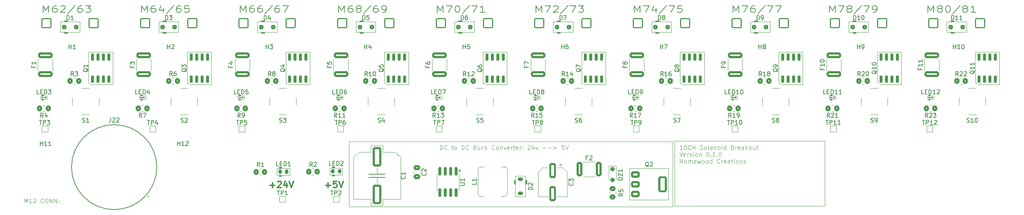
<source format=gto>
G04 #@! TF.GenerationSoftware,KiCad,Pcbnew,9.0.0*
G04 #@! TF.CreationDate,2025-04-14T19:28:55-07:00*
G04 #@! TF.ProjectId,solenoid_10,736f6c65-6e6f-4696-945f-31302e6b6963,rev?*
G04 #@! TF.SameCoordinates,Original*
G04 #@! TF.FileFunction,Legend,Top*
G04 #@! TF.FilePolarity,Positive*
%FSLAX46Y46*%
G04 Gerber Fmt 4.6, Leading zero omitted, Abs format (unit mm)*
G04 Created by KiCad (PCBNEW 9.0.0) date 2025-04-14 19:28:55*
%MOMM*%
%LPD*%
G01*
G04 APERTURE LIST*
G04 Aperture macros list*
%AMRoundRect*
0 Rectangle with rounded corners*
0 $1 Rounding radius*
0 $2 $3 $4 $5 $6 $7 $8 $9 X,Y pos of 4 corners*
0 Add a 4 corners polygon primitive as box body*
4,1,4,$2,$3,$4,$5,$6,$7,$8,$9,$2,$3,0*
0 Add four circle primitives for the rounded corners*
1,1,$1+$1,$2,$3*
1,1,$1+$1,$4,$5*
1,1,$1+$1,$6,$7*
1,1,$1+$1,$8,$9*
0 Add four rect primitives between the rounded corners*
20,1,$1+$1,$2,$3,$4,$5,0*
20,1,$1+$1,$4,$5,$6,$7,0*
20,1,$1+$1,$6,$7,$8,$9,0*
20,1,$1+$1,$8,$9,$2,$3,0*%
G04 Aperture macros list end*
%ADD10C,0.100000*%
%ADD11C,0.187500*%
%ADD12C,0.300000*%
%ADD13C,0.150000*%
%ADD14C,0.120000*%
%ADD15C,0.200000*%
%ADD16C,0.127000*%
%ADD17RoundRect,0.250000X0.350000X0.450000X-0.350000X0.450000X-0.350000X-0.450000X0.350000X-0.450000X0*%
%ADD18R,1.000000X1.000000*%
%ADD19RoundRect,0.250000X1.450000X-0.400000X1.450000X0.400000X-1.450000X0.400000X-1.450000X-0.400000X0*%
%ADD20RoundRect,0.250000X-0.350000X-0.450000X0.350000X-0.450000X0.350000X0.450000X-0.350000X0.450000X0*%
%ADD21RoundRect,0.150000X0.150000X-0.725000X0.150000X0.725000X-0.150000X0.725000X-0.150000X-0.725000X0*%
%ADD22RoundRect,0.225000X-0.375000X0.225000X-0.375000X-0.225000X0.375000X-0.225000X0.375000X0.225000X0*%
%ADD23RoundRect,0.100000X-0.130000X-0.100000X0.130000X-0.100000X0.130000X0.100000X-0.130000X0.100000X0*%
%ADD24R,2.000000X2.000000*%
%ADD25C,2.000000*%
%ADD26C,3.500000*%
%ADD27RoundRect,0.250000X-0.300000X-0.300000X0.300000X-0.300000X0.300000X0.300000X-0.300000X0.300000X0*%
%ADD28RoundRect,0.250001X-0.799999X2.049999X-0.799999X-2.049999X0.799999X-2.049999X0.799999X2.049999X0*%
%ADD29RoundRect,0.218750X-0.218750X-0.256250X0.218750X-0.256250X0.218750X0.256250X-0.218750X0.256250X0*%
%ADD30RoundRect,0.250000X-0.250000X0.250000X-0.250000X-0.250000X0.250000X-0.250000X0.250000X0.250000X0*%
%ADD31RoundRect,0.250000X-0.475000X0.337500X-0.475000X-0.337500X0.475000X-0.337500X0.475000X0.337500X0*%
%ADD32RoundRect,0.250000X-0.750000X-0.500000X0.750000X-0.500000X0.750000X0.500000X-0.750000X0.500000X0*%
%ADD33RoundRect,0.250000X-0.750000X-1.650000X0.750000X-1.650000X0.750000X1.650000X-0.750000X1.650000X0*%
%ADD34C,4.500000*%
%ADD35RoundRect,0.150000X-0.150000X0.825000X-0.150000X-0.825000X0.150000X-0.825000X0.150000X0.825000X0*%
%ADD36RoundRect,0.250000X-0.550000X1.500000X-0.550000X-1.500000X0.550000X-1.500000X0.550000X1.500000X0*%
%ADD37RoundRect,0.102000X-0.924896X0.000000X0.000000X-0.924896X0.924896X0.000000X0.000000X0.924896X0*%
%ADD38C,1.512000*%
%ADD39RoundRect,0.250000X-0.400000X-1.450000X0.400000X-1.450000X0.400000X1.450000X-0.400000X1.450000X0*%
%ADD40RoundRect,0.250000X-0.450000X0.350000X-0.450000X-0.350000X0.450000X-0.350000X0.450000X0.350000X0*%
%ADD41R,3.500000X2.950000*%
%ADD42RoundRect,0.102000X-1.050000X1.050000X-1.050000X-1.050000X1.050000X-1.050000X1.050000X1.050000X0*%
%ADD43C,2.304000*%
G04 APERTURE END LIST*
D10*
X184800000Y-97000000D02*
X260300000Y-97000000D01*
X260300000Y-112250000D01*
X184800000Y-112250000D01*
X184800000Y-97000000D01*
X109103884Y-111372419D02*
X109103884Y-110372419D01*
X109103884Y-110372419D02*
X109437217Y-111086704D01*
X109437217Y-111086704D02*
X109770550Y-110372419D01*
X109770550Y-110372419D02*
X109770550Y-111372419D01*
X110770550Y-111372419D02*
X110199122Y-111372419D01*
X110484836Y-111372419D02*
X110484836Y-110372419D01*
X110484836Y-110372419D02*
X110389598Y-110515276D01*
X110389598Y-110515276D02*
X110294360Y-110610514D01*
X110294360Y-110610514D02*
X110199122Y-110658133D01*
X111151503Y-110467657D02*
X111199122Y-110420038D01*
X111199122Y-110420038D02*
X111294360Y-110372419D01*
X111294360Y-110372419D02*
X111532455Y-110372419D01*
X111532455Y-110372419D02*
X111627693Y-110420038D01*
X111627693Y-110420038D02*
X111675312Y-110467657D01*
X111675312Y-110467657D02*
X111722931Y-110562895D01*
X111722931Y-110562895D02*
X111722931Y-110658133D01*
X111722931Y-110658133D02*
X111675312Y-110800990D01*
X111675312Y-110800990D02*
X111103884Y-111372419D01*
X111103884Y-111372419D02*
X111722931Y-111372419D01*
X113484836Y-111277180D02*
X113437217Y-111324800D01*
X113437217Y-111324800D02*
X113294360Y-111372419D01*
X113294360Y-111372419D02*
X113199122Y-111372419D01*
X113199122Y-111372419D02*
X113056265Y-111324800D01*
X113056265Y-111324800D02*
X112961027Y-111229561D01*
X112961027Y-111229561D02*
X112913408Y-111134323D01*
X112913408Y-111134323D02*
X112865789Y-110943847D01*
X112865789Y-110943847D02*
X112865789Y-110800990D01*
X112865789Y-110800990D02*
X112913408Y-110610514D01*
X112913408Y-110610514D02*
X112961027Y-110515276D01*
X112961027Y-110515276D02*
X113056265Y-110420038D01*
X113056265Y-110420038D02*
X113199122Y-110372419D01*
X113199122Y-110372419D02*
X113294360Y-110372419D01*
X113294360Y-110372419D02*
X113437217Y-110420038D01*
X113437217Y-110420038D02*
X113484836Y-110467657D01*
X114103884Y-110372419D02*
X114294360Y-110372419D01*
X114294360Y-110372419D02*
X114389598Y-110420038D01*
X114389598Y-110420038D02*
X114484836Y-110515276D01*
X114484836Y-110515276D02*
X114532455Y-110705752D01*
X114532455Y-110705752D02*
X114532455Y-111039085D01*
X114532455Y-111039085D02*
X114484836Y-111229561D01*
X114484836Y-111229561D02*
X114389598Y-111324800D01*
X114389598Y-111324800D02*
X114294360Y-111372419D01*
X114294360Y-111372419D02*
X114103884Y-111372419D01*
X114103884Y-111372419D02*
X114008646Y-111324800D01*
X114008646Y-111324800D02*
X113913408Y-111229561D01*
X113913408Y-111229561D02*
X113865789Y-111039085D01*
X113865789Y-111039085D02*
X113865789Y-110705752D01*
X113865789Y-110705752D02*
X113913408Y-110515276D01*
X113913408Y-110515276D02*
X114008646Y-110420038D01*
X114008646Y-110420038D02*
X114103884Y-110372419D01*
X114961027Y-111372419D02*
X114961027Y-110372419D01*
X114961027Y-110372419D02*
X115532455Y-111372419D01*
X115532455Y-111372419D02*
X115532455Y-110372419D01*
X116008646Y-111372419D02*
X116008646Y-110372419D01*
X116008646Y-110372419D02*
X116580074Y-111372419D01*
X116580074Y-111372419D02*
X116580074Y-110372419D01*
X117056265Y-111277180D02*
X117103884Y-111324800D01*
X117103884Y-111324800D02*
X117056265Y-111372419D01*
X117056265Y-111372419D02*
X117008646Y-111324800D01*
X117008646Y-111324800D02*
X117056265Y-111277180D01*
X117056265Y-111277180D02*
X117056265Y-111372419D01*
X117056265Y-110753371D02*
X117103884Y-110800990D01*
X117103884Y-110800990D02*
X117056265Y-110848609D01*
X117056265Y-110848609D02*
X117008646Y-110800990D01*
X117008646Y-110800990D02*
X117056265Y-110753371D01*
X117056265Y-110753371D02*
X117056265Y-110848609D01*
D11*
X182399545Y-66684178D02*
X182399545Y-65184178D01*
X182399545Y-65184178D02*
X183066212Y-66255607D01*
X183066212Y-66255607D02*
X183732878Y-65184178D01*
X183732878Y-65184178D02*
X183732878Y-66684178D01*
X185542402Y-65184178D02*
X185161449Y-65184178D01*
X185161449Y-65184178D02*
X184970973Y-65255607D01*
X184970973Y-65255607D02*
X184875735Y-65327035D01*
X184875735Y-65327035D02*
X184685259Y-65541321D01*
X184685259Y-65541321D02*
X184590021Y-65827035D01*
X184590021Y-65827035D02*
X184590021Y-66398464D01*
X184590021Y-66398464D02*
X184685259Y-66541321D01*
X184685259Y-66541321D02*
X184780497Y-66612750D01*
X184780497Y-66612750D02*
X184970973Y-66684178D01*
X184970973Y-66684178D02*
X185351926Y-66684178D01*
X185351926Y-66684178D02*
X185542402Y-66612750D01*
X185542402Y-66612750D02*
X185637640Y-66541321D01*
X185637640Y-66541321D02*
X185732878Y-66398464D01*
X185732878Y-66398464D02*
X185732878Y-66041321D01*
X185732878Y-66041321D02*
X185637640Y-65898464D01*
X185637640Y-65898464D02*
X185542402Y-65827035D01*
X185542402Y-65827035D02*
X185351926Y-65755607D01*
X185351926Y-65755607D02*
X184970973Y-65755607D01*
X184970973Y-65755607D02*
X184780497Y-65827035D01*
X184780497Y-65827035D02*
X184685259Y-65898464D01*
X184685259Y-65898464D02*
X184590021Y-66041321D01*
X186875735Y-65827035D02*
X186685259Y-65755607D01*
X186685259Y-65755607D02*
X186590021Y-65684178D01*
X186590021Y-65684178D02*
X186494783Y-65541321D01*
X186494783Y-65541321D02*
X186494783Y-65469892D01*
X186494783Y-65469892D02*
X186590021Y-65327035D01*
X186590021Y-65327035D02*
X186685259Y-65255607D01*
X186685259Y-65255607D02*
X186875735Y-65184178D01*
X186875735Y-65184178D02*
X187256688Y-65184178D01*
X187256688Y-65184178D02*
X187447164Y-65255607D01*
X187447164Y-65255607D02*
X187542402Y-65327035D01*
X187542402Y-65327035D02*
X187637640Y-65469892D01*
X187637640Y-65469892D02*
X187637640Y-65541321D01*
X187637640Y-65541321D02*
X187542402Y-65684178D01*
X187542402Y-65684178D02*
X187447164Y-65755607D01*
X187447164Y-65755607D02*
X187256688Y-65827035D01*
X187256688Y-65827035D02*
X186875735Y-65827035D01*
X186875735Y-65827035D02*
X186685259Y-65898464D01*
X186685259Y-65898464D02*
X186590021Y-65969892D01*
X186590021Y-65969892D02*
X186494783Y-66112750D01*
X186494783Y-66112750D02*
X186494783Y-66398464D01*
X186494783Y-66398464D02*
X186590021Y-66541321D01*
X186590021Y-66541321D02*
X186685259Y-66612750D01*
X186685259Y-66612750D02*
X186875735Y-66684178D01*
X186875735Y-66684178D02*
X187256688Y-66684178D01*
X187256688Y-66684178D02*
X187447164Y-66612750D01*
X187447164Y-66612750D02*
X187542402Y-66541321D01*
X187542402Y-66541321D02*
X187637640Y-66398464D01*
X187637640Y-66398464D02*
X187637640Y-66112750D01*
X187637640Y-66112750D02*
X187542402Y-65969892D01*
X187542402Y-65969892D02*
X187447164Y-65898464D01*
X187447164Y-65898464D02*
X187256688Y-65827035D01*
X189923354Y-65112750D02*
X188209069Y-67041321D01*
X191447164Y-65184178D02*
X191066211Y-65184178D01*
X191066211Y-65184178D02*
X190875735Y-65255607D01*
X190875735Y-65255607D02*
X190780497Y-65327035D01*
X190780497Y-65327035D02*
X190590021Y-65541321D01*
X190590021Y-65541321D02*
X190494783Y-65827035D01*
X190494783Y-65827035D02*
X190494783Y-66398464D01*
X190494783Y-66398464D02*
X190590021Y-66541321D01*
X190590021Y-66541321D02*
X190685259Y-66612750D01*
X190685259Y-66612750D02*
X190875735Y-66684178D01*
X190875735Y-66684178D02*
X191256688Y-66684178D01*
X191256688Y-66684178D02*
X191447164Y-66612750D01*
X191447164Y-66612750D02*
X191542402Y-66541321D01*
X191542402Y-66541321D02*
X191637640Y-66398464D01*
X191637640Y-66398464D02*
X191637640Y-66041321D01*
X191637640Y-66041321D02*
X191542402Y-65898464D01*
X191542402Y-65898464D02*
X191447164Y-65827035D01*
X191447164Y-65827035D02*
X191256688Y-65755607D01*
X191256688Y-65755607D02*
X190875735Y-65755607D01*
X190875735Y-65755607D02*
X190685259Y-65827035D01*
X190685259Y-65827035D02*
X190590021Y-65898464D01*
X190590021Y-65898464D02*
X190494783Y-66041321D01*
X192590021Y-66684178D02*
X192970973Y-66684178D01*
X192970973Y-66684178D02*
X193161450Y-66612750D01*
X193161450Y-66612750D02*
X193256688Y-66541321D01*
X193256688Y-66541321D02*
X193447164Y-66327035D01*
X193447164Y-66327035D02*
X193542402Y-66041321D01*
X193542402Y-66041321D02*
X193542402Y-65469892D01*
X193542402Y-65469892D02*
X193447164Y-65327035D01*
X193447164Y-65327035D02*
X193351926Y-65255607D01*
X193351926Y-65255607D02*
X193161450Y-65184178D01*
X193161450Y-65184178D02*
X192780497Y-65184178D01*
X192780497Y-65184178D02*
X192590021Y-65255607D01*
X192590021Y-65255607D02*
X192494783Y-65327035D01*
X192494783Y-65327035D02*
X192399545Y-65469892D01*
X192399545Y-65469892D02*
X192399545Y-65827035D01*
X192399545Y-65827035D02*
X192494783Y-65969892D01*
X192494783Y-65969892D02*
X192590021Y-66041321D01*
X192590021Y-66041321D02*
X192780497Y-66112750D01*
X192780497Y-66112750D02*
X193161450Y-66112750D01*
X193161450Y-66112750D02*
X193351926Y-66041321D01*
X193351926Y-66041321D02*
X193447164Y-65969892D01*
X193447164Y-65969892D02*
X193542402Y-65827035D01*
X136399545Y-66684178D02*
X136399545Y-65184178D01*
X136399545Y-65184178D02*
X137066212Y-66255607D01*
X137066212Y-66255607D02*
X137732878Y-65184178D01*
X137732878Y-65184178D02*
X137732878Y-66684178D01*
X139542402Y-65184178D02*
X139161449Y-65184178D01*
X139161449Y-65184178D02*
X138970973Y-65255607D01*
X138970973Y-65255607D02*
X138875735Y-65327035D01*
X138875735Y-65327035D02*
X138685259Y-65541321D01*
X138685259Y-65541321D02*
X138590021Y-65827035D01*
X138590021Y-65827035D02*
X138590021Y-66398464D01*
X138590021Y-66398464D02*
X138685259Y-66541321D01*
X138685259Y-66541321D02*
X138780497Y-66612750D01*
X138780497Y-66612750D02*
X138970973Y-66684178D01*
X138970973Y-66684178D02*
X139351926Y-66684178D01*
X139351926Y-66684178D02*
X139542402Y-66612750D01*
X139542402Y-66612750D02*
X139637640Y-66541321D01*
X139637640Y-66541321D02*
X139732878Y-66398464D01*
X139732878Y-66398464D02*
X139732878Y-66041321D01*
X139732878Y-66041321D02*
X139637640Y-65898464D01*
X139637640Y-65898464D02*
X139542402Y-65827035D01*
X139542402Y-65827035D02*
X139351926Y-65755607D01*
X139351926Y-65755607D02*
X138970973Y-65755607D01*
X138970973Y-65755607D02*
X138780497Y-65827035D01*
X138780497Y-65827035D02*
X138685259Y-65898464D01*
X138685259Y-65898464D02*
X138590021Y-66041321D01*
X141447164Y-65684178D02*
X141447164Y-66684178D01*
X140970973Y-65112750D02*
X140494783Y-66184178D01*
X140494783Y-66184178D02*
X141732878Y-66184178D01*
X143923354Y-65112750D02*
X142209069Y-67041321D01*
X145447164Y-65184178D02*
X145066211Y-65184178D01*
X145066211Y-65184178D02*
X144875735Y-65255607D01*
X144875735Y-65255607D02*
X144780497Y-65327035D01*
X144780497Y-65327035D02*
X144590021Y-65541321D01*
X144590021Y-65541321D02*
X144494783Y-65827035D01*
X144494783Y-65827035D02*
X144494783Y-66398464D01*
X144494783Y-66398464D02*
X144590021Y-66541321D01*
X144590021Y-66541321D02*
X144685259Y-66612750D01*
X144685259Y-66612750D02*
X144875735Y-66684178D01*
X144875735Y-66684178D02*
X145256688Y-66684178D01*
X145256688Y-66684178D02*
X145447164Y-66612750D01*
X145447164Y-66612750D02*
X145542402Y-66541321D01*
X145542402Y-66541321D02*
X145637640Y-66398464D01*
X145637640Y-66398464D02*
X145637640Y-66041321D01*
X145637640Y-66041321D02*
X145542402Y-65898464D01*
X145542402Y-65898464D02*
X145447164Y-65827035D01*
X145447164Y-65827035D02*
X145256688Y-65755607D01*
X145256688Y-65755607D02*
X144875735Y-65755607D01*
X144875735Y-65755607D02*
X144685259Y-65827035D01*
X144685259Y-65827035D02*
X144590021Y-65898464D01*
X144590021Y-65898464D02*
X144494783Y-66041321D01*
X147447164Y-65184178D02*
X146494783Y-65184178D01*
X146494783Y-65184178D02*
X146399545Y-65898464D01*
X146399545Y-65898464D02*
X146494783Y-65827035D01*
X146494783Y-65827035D02*
X146685259Y-65755607D01*
X146685259Y-65755607D02*
X147161450Y-65755607D01*
X147161450Y-65755607D02*
X147351926Y-65827035D01*
X147351926Y-65827035D02*
X147447164Y-65898464D01*
X147447164Y-65898464D02*
X147542402Y-66041321D01*
X147542402Y-66041321D02*
X147542402Y-66398464D01*
X147542402Y-66398464D02*
X147447164Y-66541321D01*
X147447164Y-66541321D02*
X147351926Y-66612750D01*
X147351926Y-66612750D02*
X147161450Y-66684178D01*
X147161450Y-66684178D02*
X146685259Y-66684178D01*
X146685259Y-66684178D02*
X146494783Y-66612750D01*
X146494783Y-66612750D02*
X146399545Y-66541321D01*
X296899545Y-66684178D02*
X296899545Y-65184178D01*
X296899545Y-65184178D02*
X297566212Y-66255607D01*
X297566212Y-66255607D02*
X298232878Y-65184178D01*
X298232878Y-65184178D02*
X298232878Y-66684178D01*
X298994783Y-65184178D02*
X300328116Y-65184178D01*
X300328116Y-65184178D02*
X299470973Y-66684178D01*
X301375735Y-65827035D02*
X301185259Y-65755607D01*
X301185259Y-65755607D02*
X301090021Y-65684178D01*
X301090021Y-65684178D02*
X300994783Y-65541321D01*
X300994783Y-65541321D02*
X300994783Y-65469892D01*
X300994783Y-65469892D02*
X301090021Y-65327035D01*
X301090021Y-65327035D02*
X301185259Y-65255607D01*
X301185259Y-65255607D02*
X301375735Y-65184178D01*
X301375735Y-65184178D02*
X301756688Y-65184178D01*
X301756688Y-65184178D02*
X301947164Y-65255607D01*
X301947164Y-65255607D02*
X302042402Y-65327035D01*
X302042402Y-65327035D02*
X302137640Y-65469892D01*
X302137640Y-65469892D02*
X302137640Y-65541321D01*
X302137640Y-65541321D02*
X302042402Y-65684178D01*
X302042402Y-65684178D02*
X301947164Y-65755607D01*
X301947164Y-65755607D02*
X301756688Y-65827035D01*
X301756688Y-65827035D02*
X301375735Y-65827035D01*
X301375735Y-65827035D02*
X301185259Y-65898464D01*
X301185259Y-65898464D02*
X301090021Y-65969892D01*
X301090021Y-65969892D02*
X300994783Y-66112750D01*
X300994783Y-66112750D02*
X300994783Y-66398464D01*
X300994783Y-66398464D02*
X301090021Y-66541321D01*
X301090021Y-66541321D02*
X301185259Y-66612750D01*
X301185259Y-66612750D02*
X301375735Y-66684178D01*
X301375735Y-66684178D02*
X301756688Y-66684178D01*
X301756688Y-66684178D02*
X301947164Y-66612750D01*
X301947164Y-66612750D02*
X302042402Y-66541321D01*
X302042402Y-66541321D02*
X302137640Y-66398464D01*
X302137640Y-66398464D02*
X302137640Y-66112750D01*
X302137640Y-66112750D02*
X302042402Y-65969892D01*
X302042402Y-65969892D02*
X301947164Y-65898464D01*
X301947164Y-65898464D02*
X301756688Y-65827035D01*
X304423354Y-65112750D02*
X302709069Y-67041321D01*
X304899545Y-65184178D02*
X306232878Y-65184178D01*
X306232878Y-65184178D02*
X305375735Y-66684178D01*
X307090021Y-66684178D02*
X307470973Y-66684178D01*
X307470973Y-66684178D02*
X307661450Y-66612750D01*
X307661450Y-66612750D02*
X307756688Y-66541321D01*
X307756688Y-66541321D02*
X307947164Y-66327035D01*
X307947164Y-66327035D02*
X308042402Y-66041321D01*
X308042402Y-66041321D02*
X308042402Y-65469892D01*
X308042402Y-65469892D02*
X307947164Y-65327035D01*
X307947164Y-65327035D02*
X307851926Y-65255607D01*
X307851926Y-65255607D02*
X307661450Y-65184178D01*
X307661450Y-65184178D02*
X307280497Y-65184178D01*
X307280497Y-65184178D02*
X307090021Y-65255607D01*
X307090021Y-65255607D02*
X306994783Y-65327035D01*
X306994783Y-65327035D02*
X306899545Y-65469892D01*
X306899545Y-65469892D02*
X306899545Y-65827035D01*
X306899545Y-65827035D02*
X306994783Y-65969892D01*
X306994783Y-65969892D02*
X307090021Y-66041321D01*
X307090021Y-66041321D02*
X307280497Y-66112750D01*
X307280497Y-66112750D02*
X307661450Y-66112750D01*
X307661450Y-66112750D02*
X307851926Y-66041321D01*
X307851926Y-66041321D02*
X307947164Y-65969892D01*
X307947164Y-65969892D02*
X308042402Y-65827035D01*
X205399545Y-66684178D02*
X205399545Y-65184178D01*
X205399545Y-65184178D02*
X206066212Y-66255607D01*
X206066212Y-66255607D02*
X206732878Y-65184178D01*
X206732878Y-65184178D02*
X206732878Y-66684178D01*
X207494783Y-65184178D02*
X208828116Y-65184178D01*
X208828116Y-65184178D02*
X207970973Y-66684178D01*
X209970973Y-65184178D02*
X210161450Y-65184178D01*
X210161450Y-65184178D02*
X210351926Y-65255607D01*
X210351926Y-65255607D02*
X210447164Y-65327035D01*
X210447164Y-65327035D02*
X210542402Y-65469892D01*
X210542402Y-65469892D02*
X210637640Y-65755607D01*
X210637640Y-65755607D02*
X210637640Y-66112750D01*
X210637640Y-66112750D02*
X210542402Y-66398464D01*
X210542402Y-66398464D02*
X210447164Y-66541321D01*
X210447164Y-66541321D02*
X210351926Y-66612750D01*
X210351926Y-66612750D02*
X210161450Y-66684178D01*
X210161450Y-66684178D02*
X209970973Y-66684178D01*
X209970973Y-66684178D02*
X209780497Y-66612750D01*
X209780497Y-66612750D02*
X209685259Y-66541321D01*
X209685259Y-66541321D02*
X209590021Y-66398464D01*
X209590021Y-66398464D02*
X209494783Y-66112750D01*
X209494783Y-66112750D02*
X209494783Y-65755607D01*
X209494783Y-65755607D02*
X209590021Y-65469892D01*
X209590021Y-65469892D02*
X209685259Y-65327035D01*
X209685259Y-65327035D02*
X209780497Y-65255607D01*
X209780497Y-65255607D02*
X209970973Y-65184178D01*
X212923354Y-65112750D02*
X211209069Y-67041321D01*
X213399545Y-65184178D02*
X214732878Y-65184178D01*
X214732878Y-65184178D02*
X213875735Y-66684178D01*
X216542402Y-66684178D02*
X215399545Y-66684178D01*
X215970973Y-66684178D02*
X215970973Y-65184178D01*
X215970973Y-65184178D02*
X215780497Y-65398464D01*
X215780497Y-65398464D02*
X215590021Y-65541321D01*
X215590021Y-65541321D02*
X215399545Y-65612750D01*
X319899545Y-66684178D02*
X319899545Y-65184178D01*
X319899545Y-65184178D02*
X320566212Y-66255607D01*
X320566212Y-66255607D02*
X321232878Y-65184178D01*
X321232878Y-65184178D02*
X321232878Y-66684178D01*
X322470973Y-65827035D02*
X322280497Y-65755607D01*
X322280497Y-65755607D02*
X322185259Y-65684178D01*
X322185259Y-65684178D02*
X322090021Y-65541321D01*
X322090021Y-65541321D02*
X322090021Y-65469892D01*
X322090021Y-65469892D02*
X322185259Y-65327035D01*
X322185259Y-65327035D02*
X322280497Y-65255607D01*
X322280497Y-65255607D02*
X322470973Y-65184178D01*
X322470973Y-65184178D02*
X322851926Y-65184178D01*
X322851926Y-65184178D02*
X323042402Y-65255607D01*
X323042402Y-65255607D02*
X323137640Y-65327035D01*
X323137640Y-65327035D02*
X323232878Y-65469892D01*
X323232878Y-65469892D02*
X323232878Y-65541321D01*
X323232878Y-65541321D02*
X323137640Y-65684178D01*
X323137640Y-65684178D02*
X323042402Y-65755607D01*
X323042402Y-65755607D02*
X322851926Y-65827035D01*
X322851926Y-65827035D02*
X322470973Y-65827035D01*
X322470973Y-65827035D02*
X322280497Y-65898464D01*
X322280497Y-65898464D02*
X322185259Y-65969892D01*
X322185259Y-65969892D02*
X322090021Y-66112750D01*
X322090021Y-66112750D02*
X322090021Y-66398464D01*
X322090021Y-66398464D02*
X322185259Y-66541321D01*
X322185259Y-66541321D02*
X322280497Y-66612750D01*
X322280497Y-66612750D02*
X322470973Y-66684178D01*
X322470973Y-66684178D02*
X322851926Y-66684178D01*
X322851926Y-66684178D02*
X323042402Y-66612750D01*
X323042402Y-66612750D02*
X323137640Y-66541321D01*
X323137640Y-66541321D02*
X323232878Y-66398464D01*
X323232878Y-66398464D02*
X323232878Y-66112750D01*
X323232878Y-66112750D02*
X323137640Y-65969892D01*
X323137640Y-65969892D02*
X323042402Y-65898464D01*
X323042402Y-65898464D02*
X322851926Y-65827035D01*
X324470973Y-65184178D02*
X324661450Y-65184178D01*
X324661450Y-65184178D02*
X324851926Y-65255607D01*
X324851926Y-65255607D02*
X324947164Y-65327035D01*
X324947164Y-65327035D02*
X325042402Y-65469892D01*
X325042402Y-65469892D02*
X325137640Y-65755607D01*
X325137640Y-65755607D02*
X325137640Y-66112750D01*
X325137640Y-66112750D02*
X325042402Y-66398464D01*
X325042402Y-66398464D02*
X324947164Y-66541321D01*
X324947164Y-66541321D02*
X324851926Y-66612750D01*
X324851926Y-66612750D02*
X324661450Y-66684178D01*
X324661450Y-66684178D02*
X324470973Y-66684178D01*
X324470973Y-66684178D02*
X324280497Y-66612750D01*
X324280497Y-66612750D02*
X324185259Y-66541321D01*
X324185259Y-66541321D02*
X324090021Y-66398464D01*
X324090021Y-66398464D02*
X323994783Y-66112750D01*
X323994783Y-66112750D02*
X323994783Y-65755607D01*
X323994783Y-65755607D02*
X324090021Y-65469892D01*
X324090021Y-65469892D02*
X324185259Y-65327035D01*
X324185259Y-65327035D02*
X324280497Y-65255607D01*
X324280497Y-65255607D02*
X324470973Y-65184178D01*
X327423354Y-65112750D02*
X325709069Y-67041321D01*
X328375735Y-65827035D02*
X328185259Y-65755607D01*
X328185259Y-65755607D02*
X328090021Y-65684178D01*
X328090021Y-65684178D02*
X327994783Y-65541321D01*
X327994783Y-65541321D02*
X327994783Y-65469892D01*
X327994783Y-65469892D02*
X328090021Y-65327035D01*
X328090021Y-65327035D02*
X328185259Y-65255607D01*
X328185259Y-65255607D02*
X328375735Y-65184178D01*
X328375735Y-65184178D02*
X328756688Y-65184178D01*
X328756688Y-65184178D02*
X328947164Y-65255607D01*
X328947164Y-65255607D02*
X329042402Y-65327035D01*
X329042402Y-65327035D02*
X329137640Y-65469892D01*
X329137640Y-65469892D02*
X329137640Y-65541321D01*
X329137640Y-65541321D02*
X329042402Y-65684178D01*
X329042402Y-65684178D02*
X328947164Y-65755607D01*
X328947164Y-65755607D02*
X328756688Y-65827035D01*
X328756688Y-65827035D02*
X328375735Y-65827035D01*
X328375735Y-65827035D02*
X328185259Y-65898464D01*
X328185259Y-65898464D02*
X328090021Y-65969892D01*
X328090021Y-65969892D02*
X327994783Y-66112750D01*
X327994783Y-66112750D02*
X327994783Y-66398464D01*
X327994783Y-66398464D02*
X328090021Y-66541321D01*
X328090021Y-66541321D02*
X328185259Y-66612750D01*
X328185259Y-66612750D02*
X328375735Y-66684178D01*
X328375735Y-66684178D02*
X328756688Y-66684178D01*
X328756688Y-66684178D02*
X328947164Y-66612750D01*
X328947164Y-66612750D02*
X329042402Y-66541321D01*
X329042402Y-66541321D02*
X329137640Y-66398464D01*
X329137640Y-66398464D02*
X329137640Y-66112750D01*
X329137640Y-66112750D02*
X329042402Y-65969892D01*
X329042402Y-65969892D02*
X328947164Y-65898464D01*
X328947164Y-65898464D02*
X328756688Y-65827035D01*
X331042402Y-66684178D02*
X329899545Y-66684178D01*
X330470973Y-66684178D02*
X330470973Y-65184178D01*
X330470973Y-65184178D02*
X330280497Y-65398464D01*
X330280497Y-65398464D02*
X330090021Y-65541321D01*
X330090021Y-65541321D02*
X329899545Y-65612750D01*
X251399545Y-66684178D02*
X251399545Y-65184178D01*
X251399545Y-65184178D02*
X252066212Y-66255607D01*
X252066212Y-66255607D02*
X252732878Y-65184178D01*
X252732878Y-65184178D02*
X252732878Y-66684178D01*
X253494783Y-65184178D02*
X254828116Y-65184178D01*
X254828116Y-65184178D02*
X253970973Y-66684178D01*
X256447164Y-65684178D02*
X256447164Y-66684178D01*
X255970973Y-65112750D02*
X255494783Y-66184178D01*
X255494783Y-66184178D02*
X256732878Y-66184178D01*
X258923354Y-65112750D02*
X257209069Y-67041321D01*
X259399545Y-65184178D02*
X260732878Y-65184178D01*
X260732878Y-65184178D02*
X259875735Y-66684178D01*
X262447164Y-65184178D02*
X261494783Y-65184178D01*
X261494783Y-65184178D02*
X261399545Y-65898464D01*
X261399545Y-65898464D02*
X261494783Y-65827035D01*
X261494783Y-65827035D02*
X261685259Y-65755607D01*
X261685259Y-65755607D02*
X262161450Y-65755607D01*
X262161450Y-65755607D02*
X262351926Y-65827035D01*
X262351926Y-65827035D02*
X262447164Y-65898464D01*
X262447164Y-65898464D02*
X262542402Y-66041321D01*
X262542402Y-66041321D02*
X262542402Y-66398464D01*
X262542402Y-66398464D02*
X262447164Y-66541321D01*
X262447164Y-66541321D02*
X262351926Y-66612750D01*
X262351926Y-66612750D02*
X262161450Y-66684178D01*
X262161450Y-66684178D02*
X261685259Y-66684178D01*
X261685259Y-66684178D02*
X261494783Y-66612750D01*
X261494783Y-66612750D02*
X261399545Y-66541321D01*
X159399545Y-66684178D02*
X159399545Y-65184178D01*
X159399545Y-65184178D02*
X160066212Y-66255607D01*
X160066212Y-66255607D02*
X160732878Y-65184178D01*
X160732878Y-65184178D02*
X160732878Y-66684178D01*
X162542402Y-65184178D02*
X162161449Y-65184178D01*
X162161449Y-65184178D02*
X161970973Y-65255607D01*
X161970973Y-65255607D02*
X161875735Y-65327035D01*
X161875735Y-65327035D02*
X161685259Y-65541321D01*
X161685259Y-65541321D02*
X161590021Y-65827035D01*
X161590021Y-65827035D02*
X161590021Y-66398464D01*
X161590021Y-66398464D02*
X161685259Y-66541321D01*
X161685259Y-66541321D02*
X161780497Y-66612750D01*
X161780497Y-66612750D02*
X161970973Y-66684178D01*
X161970973Y-66684178D02*
X162351926Y-66684178D01*
X162351926Y-66684178D02*
X162542402Y-66612750D01*
X162542402Y-66612750D02*
X162637640Y-66541321D01*
X162637640Y-66541321D02*
X162732878Y-66398464D01*
X162732878Y-66398464D02*
X162732878Y-66041321D01*
X162732878Y-66041321D02*
X162637640Y-65898464D01*
X162637640Y-65898464D02*
X162542402Y-65827035D01*
X162542402Y-65827035D02*
X162351926Y-65755607D01*
X162351926Y-65755607D02*
X161970973Y-65755607D01*
X161970973Y-65755607D02*
X161780497Y-65827035D01*
X161780497Y-65827035D02*
X161685259Y-65898464D01*
X161685259Y-65898464D02*
X161590021Y-66041321D01*
X164447164Y-65184178D02*
X164066211Y-65184178D01*
X164066211Y-65184178D02*
X163875735Y-65255607D01*
X163875735Y-65255607D02*
X163780497Y-65327035D01*
X163780497Y-65327035D02*
X163590021Y-65541321D01*
X163590021Y-65541321D02*
X163494783Y-65827035D01*
X163494783Y-65827035D02*
X163494783Y-66398464D01*
X163494783Y-66398464D02*
X163590021Y-66541321D01*
X163590021Y-66541321D02*
X163685259Y-66612750D01*
X163685259Y-66612750D02*
X163875735Y-66684178D01*
X163875735Y-66684178D02*
X164256688Y-66684178D01*
X164256688Y-66684178D02*
X164447164Y-66612750D01*
X164447164Y-66612750D02*
X164542402Y-66541321D01*
X164542402Y-66541321D02*
X164637640Y-66398464D01*
X164637640Y-66398464D02*
X164637640Y-66041321D01*
X164637640Y-66041321D02*
X164542402Y-65898464D01*
X164542402Y-65898464D02*
X164447164Y-65827035D01*
X164447164Y-65827035D02*
X164256688Y-65755607D01*
X164256688Y-65755607D02*
X163875735Y-65755607D01*
X163875735Y-65755607D02*
X163685259Y-65827035D01*
X163685259Y-65827035D02*
X163590021Y-65898464D01*
X163590021Y-65898464D02*
X163494783Y-66041321D01*
X166923354Y-65112750D02*
X165209069Y-67041321D01*
X168447164Y-65184178D02*
X168066211Y-65184178D01*
X168066211Y-65184178D02*
X167875735Y-65255607D01*
X167875735Y-65255607D02*
X167780497Y-65327035D01*
X167780497Y-65327035D02*
X167590021Y-65541321D01*
X167590021Y-65541321D02*
X167494783Y-65827035D01*
X167494783Y-65827035D02*
X167494783Y-66398464D01*
X167494783Y-66398464D02*
X167590021Y-66541321D01*
X167590021Y-66541321D02*
X167685259Y-66612750D01*
X167685259Y-66612750D02*
X167875735Y-66684178D01*
X167875735Y-66684178D02*
X168256688Y-66684178D01*
X168256688Y-66684178D02*
X168447164Y-66612750D01*
X168447164Y-66612750D02*
X168542402Y-66541321D01*
X168542402Y-66541321D02*
X168637640Y-66398464D01*
X168637640Y-66398464D02*
X168637640Y-66041321D01*
X168637640Y-66041321D02*
X168542402Y-65898464D01*
X168542402Y-65898464D02*
X168447164Y-65827035D01*
X168447164Y-65827035D02*
X168256688Y-65755607D01*
X168256688Y-65755607D02*
X167875735Y-65755607D01*
X167875735Y-65755607D02*
X167685259Y-65827035D01*
X167685259Y-65827035D02*
X167590021Y-65898464D01*
X167590021Y-65898464D02*
X167494783Y-66041321D01*
X169304307Y-65184178D02*
X170637640Y-65184178D01*
X170637640Y-65184178D02*
X169780497Y-66684178D01*
D10*
X206103884Y-98872419D02*
X206103884Y-97872419D01*
X206103884Y-97872419D02*
X206341979Y-97872419D01*
X206341979Y-97872419D02*
X206484836Y-97920038D01*
X206484836Y-97920038D02*
X206580074Y-98015276D01*
X206580074Y-98015276D02*
X206627693Y-98110514D01*
X206627693Y-98110514D02*
X206675312Y-98300990D01*
X206675312Y-98300990D02*
X206675312Y-98443847D01*
X206675312Y-98443847D02*
X206627693Y-98634323D01*
X206627693Y-98634323D02*
X206580074Y-98729561D01*
X206580074Y-98729561D02*
X206484836Y-98824800D01*
X206484836Y-98824800D02*
X206341979Y-98872419D01*
X206341979Y-98872419D02*
X206103884Y-98872419D01*
X207675312Y-98777180D02*
X207627693Y-98824800D01*
X207627693Y-98824800D02*
X207484836Y-98872419D01*
X207484836Y-98872419D02*
X207389598Y-98872419D01*
X207389598Y-98872419D02*
X207246741Y-98824800D01*
X207246741Y-98824800D02*
X207151503Y-98729561D01*
X207151503Y-98729561D02*
X207103884Y-98634323D01*
X207103884Y-98634323D02*
X207056265Y-98443847D01*
X207056265Y-98443847D02*
X207056265Y-98300990D01*
X207056265Y-98300990D02*
X207103884Y-98110514D01*
X207103884Y-98110514D02*
X207151503Y-98015276D01*
X207151503Y-98015276D02*
X207246741Y-97920038D01*
X207246741Y-97920038D02*
X207389598Y-97872419D01*
X207389598Y-97872419D02*
X207484836Y-97872419D01*
X207484836Y-97872419D02*
X207627693Y-97920038D01*
X207627693Y-97920038D02*
X207675312Y-97967657D01*
X208722932Y-98205752D02*
X209103884Y-98205752D01*
X208865789Y-97872419D02*
X208865789Y-98729561D01*
X208865789Y-98729561D02*
X208913408Y-98824800D01*
X208913408Y-98824800D02*
X209008646Y-98872419D01*
X209008646Y-98872419D02*
X209103884Y-98872419D01*
X209580075Y-98872419D02*
X209484837Y-98824800D01*
X209484837Y-98824800D02*
X209437218Y-98777180D01*
X209437218Y-98777180D02*
X209389599Y-98681942D01*
X209389599Y-98681942D02*
X209389599Y-98396228D01*
X209389599Y-98396228D02*
X209437218Y-98300990D01*
X209437218Y-98300990D02*
X209484837Y-98253371D01*
X209484837Y-98253371D02*
X209580075Y-98205752D01*
X209580075Y-98205752D02*
X209722932Y-98205752D01*
X209722932Y-98205752D02*
X209818170Y-98253371D01*
X209818170Y-98253371D02*
X209865789Y-98300990D01*
X209865789Y-98300990D02*
X209913408Y-98396228D01*
X209913408Y-98396228D02*
X209913408Y-98681942D01*
X209913408Y-98681942D02*
X209865789Y-98777180D01*
X209865789Y-98777180D02*
X209818170Y-98824800D01*
X209818170Y-98824800D02*
X209722932Y-98872419D01*
X209722932Y-98872419D02*
X209580075Y-98872419D01*
X211103885Y-98872419D02*
X211103885Y-97872419D01*
X211103885Y-97872419D02*
X211341980Y-97872419D01*
X211341980Y-97872419D02*
X211484837Y-97920038D01*
X211484837Y-97920038D02*
X211580075Y-98015276D01*
X211580075Y-98015276D02*
X211627694Y-98110514D01*
X211627694Y-98110514D02*
X211675313Y-98300990D01*
X211675313Y-98300990D02*
X211675313Y-98443847D01*
X211675313Y-98443847D02*
X211627694Y-98634323D01*
X211627694Y-98634323D02*
X211580075Y-98729561D01*
X211580075Y-98729561D02*
X211484837Y-98824800D01*
X211484837Y-98824800D02*
X211341980Y-98872419D01*
X211341980Y-98872419D02*
X211103885Y-98872419D01*
X212675313Y-98777180D02*
X212627694Y-98824800D01*
X212627694Y-98824800D02*
X212484837Y-98872419D01*
X212484837Y-98872419D02*
X212389599Y-98872419D01*
X212389599Y-98872419D02*
X212246742Y-98824800D01*
X212246742Y-98824800D02*
X212151504Y-98729561D01*
X212151504Y-98729561D02*
X212103885Y-98634323D01*
X212103885Y-98634323D02*
X212056266Y-98443847D01*
X212056266Y-98443847D02*
X212056266Y-98300990D01*
X212056266Y-98300990D02*
X212103885Y-98110514D01*
X212103885Y-98110514D02*
X212151504Y-98015276D01*
X212151504Y-98015276D02*
X212246742Y-97920038D01*
X212246742Y-97920038D02*
X212389599Y-97872419D01*
X212389599Y-97872419D02*
X212484837Y-97872419D01*
X212484837Y-97872419D02*
X212627694Y-97920038D01*
X212627694Y-97920038D02*
X212675313Y-97967657D01*
X214199123Y-98348609D02*
X214341980Y-98396228D01*
X214341980Y-98396228D02*
X214389599Y-98443847D01*
X214389599Y-98443847D02*
X214437218Y-98539085D01*
X214437218Y-98539085D02*
X214437218Y-98681942D01*
X214437218Y-98681942D02*
X214389599Y-98777180D01*
X214389599Y-98777180D02*
X214341980Y-98824800D01*
X214341980Y-98824800D02*
X214246742Y-98872419D01*
X214246742Y-98872419D02*
X213865790Y-98872419D01*
X213865790Y-98872419D02*
X213865790Y-97872419D01*
X213865790Y-97872419D02*
X214199123Y-97872419D01*
X214199123Y-97872419D02*
X214294361Y-97920038D01*
X214294361Y-97920038D02*
X214341980Y-97967657D01*
X214341980Y-97967657D02*
X214389599Y-98062895D01*
X214389599Y-98062895D02*
X214389599Y-98158133D01*
X214389599Y-98158133D02*
X214341980Y-98253371D01*
X214341980Y-98253371D02*
X214294361Y-98300990D01*
X214294361Y-98300990D02*
X214199123Y-98348609D01*
X214199123Y-98348609D02*
X213865790Y-98348609D01*
X215294361Y-98205752D02*
X215294361Y-98872419D01*
X214865790Y-98205752D02*
X214865790Y-98729561D01*
X214865790Y-98729561D02*
X214913409Y-98824800D01*
X214913409Y-98824800D02*
X215008647Y-98872419D01*
X215008647Y-98872419D02*
X215151504Y-98872419D01*
X215151504Y-98872419D02*
X215246742Y-98824800D01*
X215246742Y-98824800D02*
X215294361Y-98777180D01*
X216199123Y-98824800D02*
X216103885Y-98872419D01*
X216103885Y-98872419D02*
X215913409Y-98872419D01*
X215913409Y-98872419D02*
X215818171Y-98824800D01*
X215818171Y-98824800D02*
X215770552Y-98777180D01*
X215770552Y-98777180D02*
X215722933Y-98681942D01*
X215722933Y-98681942D02*
X215722933Y-98396228D01*
X215722933Y-98396228D02*
X215770552Y-98300990D01*
X215770552Y-98300990D02*
X215818171Y-98253371D01*
X215818171Y-98253371D02*
X215913409Y-98205752D01*
X215913409Y-98205752D02*
X216103885Y-98205752D01*
X216103885Y-98205752D02*
X216199123Y-98253371D01*
X216627695Y-98872419D02*
X216627695Y-97872419D01*
X216722933Y-98491466D02*
X217008647Y-98872419D01*
X217008647Y-98205752D02*
X216627695Y-98586704D01*
X218770552Y-98777180D02*
X218722933Y-98824800D01*
X218722933Y-98824800D02*
X218580076Y-98872419D01*
X218580076Y-98872419D02*
X218484838Y-98872419D01*
X218484838Y-98872419D02*
X218341981Y-98824800D01*
X218341981Y-98824800D02*
X218246743Y-98729561D01*
X218246743Y-98729561D02*
X218199124Y-98634323D01*
X218199124Y-98634323D02*
X218151505Y-98443847D01*
X218151505Y-98443847D02*
X218151505Y-98300990D01*
X218151505Y-98300990D02*
X218199124Y-98110514D01*
X218199124Y-98110514D02*
X218246743Y-98015276D01*
X218246743Y-98015276D02*
X218341981Y-97920038D01*
X218341981Y-97920038D02*
X218484838Y-97872419D01*
X218484838Y-97872419D02*
X218580076Y-97872419D01*
X218580076Y-97872419D02*
X218722933Y-97920038D01*
X218722933Y-97920038D02*
X218770552Y-97967657D01*
X219341981Y-98872419D02*
X219246743Y-98824800D01*
X219246743Y-98824800D02*
X219199124Y-98777180D01*
X219199124Y-98777180D02*
X219151505Y-98681942D01*
X219151505Y-98681942D02*
X219151505Y-98396228D01*
X219151505Y-98396228D02*
X219199124Y-98300990D01*
X219199124Y-98300990D02*
X219246743Y-98253371D01*
X219246743Y-98253371D02*
X219341981Y-98205752D01*
X219341981Y-98205752D02*
X219484838Y-98205752D01*
X219484838Y-98205752D02*
X219580076Y-98253371D01*
X219580076Y-98253371D02*
X219627695Y-98300990D01*
X219627695Y-98300990D02*
X219675314Y-98396228D01*
X219675314Y-98396228D02*
X219675314Y-98681942D01*
X219675314Y-98681942D02*
X219627695Y-98777180D01*
X219627695Y-98777180D02*
X219580076Y-98824800D01*
X219580076Y-98824800D02*
X219484838Y-98872419D01*
X219484838Y-98872419D02*
X219341981Y-98872419D01*
X220103886Y-98205752D02*
X220103886Y-98872419D01*
X220103886Y-98300990D02*
X220151505Y-98253371D01*
X220151505Y-98253371D02*
X220246743Y-98205752D01*
X220246743Y-98205752D02*
X220389600Y-98205752D01*
X220389600Y-98205752D02*
X220484838Y-98253371D01*
X220484838Y-98253371D02*
X220532457Y-98348609D01*
X220532457Y-98348609D02*
X220532457Y-98872419D01*
X220913410Y-98205752D02*
X221151505Y-98872419D01*
X221151505Y-98872419D02*
X221389600Y-98205752D01*
X222151505Y-98824800D02*
X222056267Y-98872419D01*
X222056267Y-98872419D02*
X221865791Y-98872419D01*
X221865791Y-98872419D02*
X221770553Y-98824800D01*
X221770553Y-98824800D02*
X221722934Y-98729561D01*
X221722934Y-98729561D02*
X221722934Y-98348609D01*
X221722934Y-98348609D02*
X221770553Y-98253371D01*
X221770553Y-98253371D02*
X221865791Y-98205752D01*
X221865791Y-98205752D02*
X222056267Y-98205752D01*
X222056267Y-98205752D02*
X222151505Y-98253371D01*
X222151505Y-98253371D02*
X222199124Y-98348609D01*
X222199124Y-98348609D02*
X222199124Y-98443847D01*
X222199124Y-98443847D02*
X221722934Y-98539085D01*
X222627696Y-98872419D02*
X222627696Y-98205752D01*
X222627696Y-98396228D02*
X222675315Y-98300990D01*
X222675315Y-98300990D02*
X222722934Y-98253371D01*
X222722934Y-98253371D02*
X222818172Y-98205752D01*
X222818172Y-98205752D02*
X222913410Y-98205752D01*
X223103887Y-98205752D02*
X223484839Y-98205752D01*
X223246744Y-97872419D02*
X223246744Y-98729561D01*
X223246744Y-98729561D02*
X223294363Y-98824800D01*
X223294363Y-98824800D02*
X223389601Y-98872419D01*
X223389601Y-98872419D02*
X223484839Y-98872419D01*
X224199125Y-98824800D02*
X224103887Y-98872419D01*
X224103887Y-98872419D02*
X223913411Y-98872419D01*
X223913411Y-98872419D02*
X223818173Y-98824800D01*
X223818173Y-98824800D02*
X223770554Y-98729561D01*
X223770554Y-98729561D02*
X223770554Y-98348609D01*
X223770554Y-98348609D02*
X223818173Y-98253371D01*
X223818173Y-98253371D02*
X223913411Y-98205752D01*
X223913411Y-98205752D02*
X224103887Y-98205752D01*
X224103887Y-98205752D02*
X224199125Y-98253371D01*
X224199125Y-98253371D02*
X224246744Y-98348609D01*
X224246744Y-98348609D02*
X224246744Y-98443847D01*
X224246744Y-98443847D02*
X223770554Y-98539085D01*
X224675316Y-98872419D02*
X224675316Y-98205752D01*
X224675316Y-98396228D02*
X224722935Y-98300990D01*
X224722935Y-98300990D02*
X224770554Y-98253371D01*
X224770554Y-98253371D02*
X224865792Y-98205752D01*
X224865792Y-98205752D02*
X224961030Y-98205752D01*
X225294364Y-98777180D02*
X225341983Y-98824800D01*
X225341983Y-98824800D02*
X225294364Y-98872419D01*
X225294364Y-98872419D02*
X225246745Y-98824800D01*
X225246745Y-98824800D02*
X225294364Y-98777180D01*
X225294364Y-98777180D02*
X225294364Y-98872419D01*
X225294364Y-98253371D02*
X225341983Y-98300990D01*
X225341983Y-98300990D02*
X225294364Y-98348609D01*
X225294364Y-98348609D02*
X225246745Y-98300990D01*
X225246745Y-98300990D02*
X225294364Y-98253371D01*
X225294364Y-98253371D02*
X225294364Y-98348609D01*
X226484840Y-97967657D02*
X226532459Y-97920038D01*
X226532459Y-97920038D02*
X226627697Y-97872419D01*
X226627697Y-97872419D02*
X226865792Y-97872419D01*
X226865792Y-97872419D02*
X226961030Y-97920038D01*
X226961030Y-97920038D02*
X227008649Y-97967657D01*
X227008649Y-97967657D02*
X227056268Y-98062895D01*
X227056268Y-98062895D02*
X227056268Y-98158133D01*
X227056268Y-98158133D02*
X227008649Y-98300990D01*
X227008649Y-98300990D02*
X226437221Y-98872419D01*
X226437221Y-98872419D02*
X227056268Y-98872419D01*
X227913411Y-98205752D02*
X227913411Y-98872419D01*
X227675316Y-97824800D02*
X227437221Y-98539085D01*
X227437221Y-98539085D02*
X228056268Y-98539085D01*
X228341983Y-98205752D02*
X228580078Y-98872419D01*
X228580078Y-98872419D02*
X228818173Y-98205752D01*
X229961031Y-98491466D02*
X230722936Y-98491466D01*
X231199126Y-98491466D02*
X231961031Y-98491466D01*
X232437221Y-98205752D02*
X233199126Y-98491466D01*
X233199126Y-98491466D02*
X232437221Y-98777180D01*
X234913411Y-97872419D02*
X234437221Y-97872419D01*
X234437221Y-97872419D02*
X234389602Y-98348609D01*
X234389602Y-98348609D02*
X234437221Y-98300990D01*
X234437221Y-98300990D02*
X234532459Y-98253371D01*
X234532459Y-98253371D02*
X234770554Y-98253371D01*
X234770554Y-98253371D02*
X234865792Y-98300990D01*
X234865792Y-98300990D02*
X234913411Y-98348609D01*
X234913411Y-98348609D02*
X234961030Y-98443847D01*
X234961030Y-98443847D02*
X234961030Y-98681942D01*
X234961030Y-98681942D02*
X234913411Y-98777180D01*
X234913411Y-98777180D02*
X234865792Y-98824800D01*
X234865792Y-98824800D02*
X234770554Y-98872419D01*
X234770554Y-98872419D02*
X234532459Y-98872419D01*
X234532459Y-98872419D02*
X234437221Y-98824800D01*
X234437221Y-98824800D02*
X234389602Y-98777180D01*
X235246745Y-97872419D02*
X235580078Y-98872419D01*
X235580078Y-98872419D02*
X235913411Y-97872419D01*
D12*
X179354510Y-107229400D02*
X180497368Y-107229400D01*
X179925939Y-107800828D02*
X179925939Y-106657971D01*
X181925939Y-106300828D02*
X181211653Y-106300828D01*
X181211653Y-106300828D02*
X181140225Y-107015114D01*
X181140225Y-107015114D02*
X181211653Y-106943685D01*
X181211653Y-106943685D02*
X181354511Y-106872257D01*
X181354511Y-106872257D02*
X181711653Y-106872257D01*
X181711653Y-106872257D02*
X181854511Y-106943685D01*
X181854511Y-106943685D02*
X181925939Y-107015114D01*
X181925939Y-107015114D02*
X181997368Y-107157971D01*
X181997368Y-107157971D02*
X181997368Y-107515114D01*
X181997368Y-107515114D02*
X181925939Y-107657971D01*
X181925939Y-107657971D02*
X181854511Y-107729400D01*
X181854511Y-107729400D02*
X181711653Y-107800828D01*
X181711653Y-107800828D02*
X181354511Y-107800828D01*
X181354511Y-107800828D02*
X181211653Y-107729400D01*
X181211653Y-107729400D02*
X181140225Y-107657971D01*
X182425939Y-106300828D02*
X182925939Y-107800828D01*
X182925939Y-107800828D02*
X183425939Y-106300828D01*
D11*
X228399545Y-66684178D02*
X228399545Y-65184178D01*
X228399545Y-65184178D02*
X229066212Y-66255607D01*
X229066212Y-66255607D02*
X229732878Y-65184178D01*
X229732878Y-65184178D02*
X229732878Y-66684178D01*
X230494783Y-65184178D02*
X231828116Y-65184178D01*
X231828116Y-65184178D02*
X230970973Y-66684178D01*
X232494783Y-65327035D02*
X232590021Y-65255607D01*
X232590021Y-65255607D02*
X232780497Y-65184178D01*
X232780497Y-65184178D02*
X233256688Y-65184178D01*
X233256688Y-65184178D02*
X233447164Y-65255607D01*
X233447164Y-65255607D02*
X233542402Y-65327035D01*
X233542402Y-65327035D02*
X233637640Y-65469892D01*
X233637640Y-65469892D02*
X233637640Y-65612750D01*
X233637640Y-65612750D02*
X233542402Y-65827035D01*
X233542402Y-65827035D02*
X232399545Y-66684178D01*
X232399545Y-66684178D02*
X233637640Y-66684178D01*
X235923354Y-65112750D02*
X234209069Y-67041321D01*
X236399545Y-65184178D02*
X237732878Y-65184178D01*
X237732878Y-65184178D02*
X236875735Y-66684178D01*
X238304307Y-65184178D02*
X239542402Y-65184178D01*
X239542402Y-65184178D02*
X238875735Y-65755607D01*
X238875735Y-65755607D02*
X239161450Y-65755607D01*
X239161450Y-65755607D02*
X239351926Y-65827035D01*
X239351926Y-65827035D02*
X239447164Y-65898464D01*
X239447164Y-65898464D02*
X239542402Y-66041321D01*
X239542402Y-66041321D02*
X239542402Y-66398464D01*
X239542402Y-66398464D02*
X239447164Y-66541321D01*
X239447164Y-66541321D02*
X239351926Y-66612750D01*
X239351926Y-66612750D02*
X239161450Y-66684178D01*
X239161450Y-66684178D02*
X238590021Y-66684178D01*
X238590021Y-66684178D02*
X238399545Y-66612750D01*
X238399545Y-66612750D02*
X238304307Y-66541321D01*
D12*
X166354510Y-107229400D02*
X167497368Y-107229400D01*
X166925939Y-107800828D02*
X166925939Y-106657971D01*
X168140225Y-106443685D02*
X168211653Y-106372257D01*
X168211653Y-106372257D02*
X168354511Y-106300828D01*
X168354511Y-106300828D02*
X168711653Y-106300828D01*
X168711653Y-106300828D02*
X168854511Y-106372257D01*
X168854511Y-106372257D02*
X168925939Y-106443685D01*
X168925939Y-106443685D02*
X168997368Y-106586542D01*
X168997368Y-106586542D02*
X168997368Y-106729400D01*
X168997368Y-106729400D02*
X168925939Y-106943685D01*
X168925939Y-106943685D02*
X168068796Y-107800828D01*
X168068796Y-107800828D02*
X168997368Y-107800828D01*
X170283082Y-106800828D02*
X170283082Y-107800828D01*
X169925939Y-106229400D02*
X169568796Y-107300828D01*
X169568796Y-107300828D02*
X170497367Y-107300828D01*
X170854510Y-106300828D02*
X171354510Y-107800828D01*
X171354510Y-107800828D02*
X171854510Y-106300828D01*
D11*
X274399545Y-66684178D02*
X274399545Y-65184178D01*
X274399545Y-65184178D02*
X275066212Y-66255607D01*
X275066212Y-66255607D02*
X275732878Y-65184178D01*
X275732878Y-65184178D02*
X275732878Y-66684178D01*
X276494783Y-65184178D02*
X277828116Y-65184178D01*
X277828116Y-65184178D02*
X276970973Y-66684178D01*
X279447164Y-65184178D02*
X279066211Y-65184178D01*
X279066211Y-65184178D02*
X278875735Y-65255607D01*
X278875735Y-65255607D02*
X278780497Y-65327035D01*
X278780497Y-65327035D02*
X278590021Y-65541321D01*
X278590021Y-65541321D02*
X278494783Y-65827035D01*
X278494783Y-65827035D02*
X278494783Y-66398464D01*
X278494783Y-66398464D02*
X278590021Y-66541321D01*
X278590021Y-66541321D02*
X278685259Y-66612750D01*
X278685259Y-66612750D02*
X278875735Y-66684178D01*
X278875735Y-66684178D02*
X279256688Y-66684178D01*
X279256688Y-66684178D02*
X279447164Y-66612750D01*
X279447164Y-66612750D02*
X279542402Y-66541321D01*
X279542402Y-66541321D02*
X279637640Y-66398464D01*
X279637640Y-66398464D02*
X279637640Y-66041321D01*
X279637640Y-66041321D02*
X279542402Y-65898464D01*
X279542402Y-65898464D02*
X279447164Y-65827035D01*
X279447164Y-65827035D02*
X279256688Y-65755607D01*
X279256688Y-65755607D02*
X278875735Y-65755607D01*
X278875735Y-65755607D02*
X278685259Y-65827035D01*
X278685259Y-65827035D02*
X278590021Y-65898464D01*
X278590021Y-65898464D02*
X278494783Y-66041321D01*
X281923354Y-65112750D02*
X280209069Y-67041321D01*
X282399545Y-65184178D02*
X283732878Y-65184178D01*
X283732878Y-65184178D02*
X282875735Y-66684178D01*
X284304307Y-65184178D02*
X285637640Y-65184178D01*
X285637640Y-65184178D02*
X284780497Y-66684178D01*
X113399545Y-66684178D02*
X113399545Y-65184178D01*
X113399545Y-65184178D02*
X114066212Y-66255607D01*
X114066212Y-66255607D02*
X114732878Y-65184178D01*
X114732878Y-65184178D02*
X114732878Y-66684178D01*
X116542402Y-65184178D02*
X116161449Y-65184178D01*
X116161449Y-65184178D02*
X115970973Y-65255607D01*
X115970973Y-65255607D02*
X115875735Y-65327035D01*
X115875735Y-65327035D02*
X115685259Y-65541321D01*
X115685259Y-65541321D02*
X115590021Y-65827035D01*
X115590021Y-65827035D02*
X115590021Y-66398464D01*
X115590021Y-66398464D02*
X115685259Y-66541321D01*
X115685259Y-66541321D02*
X115780497Y-66612750D01*
X115780497Y-66612750D02*
X115970973Y-66684178D01*
X115970973Y-66684178D02*
X116351926Y-66684178D01*
X116351926Y-66684178D02*
X116542402Y-66612750D01*
X116542402Y-66612750D02*
X116637640Y-66541321D01*
X116637640Y-66541321D02*
X116732878Y-66398464D01*
X116732878Y-66398464D02*
X116732878Y-66041321D01*
X116732878Y-66041321D02*
X116637640Y-65898464D01*
X116637640Y-65898464D02*
X116542402Y-65827035D01*
X116542402Y-65827035D02*
X116351926Y-65755607D01*
X116351926Y-65755607D02*
X115970973Y-65755607D01*
X115970973Y-65755607D02*
X115780497Y-65827035D01*
X115780497Y-65827035D02*
X115685259Y-65898464D01*
X115685259Y-65898464D02*
X115590021Y-66041321D01*
X117494783Y-65327035D02*
X117590021Y-65255607D01*
X117590021Y-65255607D02*
X117780497Y-65184178D01*
X117780497Y-65184178D02*
X118256688Y-65184178D01*
X118256688Y-65184178D02*
X118447164Y-65255607D01*
X118447164Y-65255607D02*
X118542402Y-65327035D01*
X118542402Y-65327035D02*
X118637640Y-65469892D01*
X118637640Y-65469892D02*
X118637640Y-65612750D01*
X118637640Y-65612750D02*
X118542402Y-65827035D01*
X118542402Y-65827035D02*
X117399545Y-66684178D01*
X117399545Y-66684178D02*
X118637640Y-66684178D01*
X120923354Y-65112750D02*
X119209069Y-67041321D01*
X122447164Y-65184178D02*
X122066211Y-65184178D01*
X122066211Y-65184178D02*
X121875735Y-65255607D01*
X121875735Y-65255607D02*
X121780497Y-65327035D01*
X121780497Y-65327035D02*
X121590021Y-65541321D01*
X121590021Y-65541321D02*
X121494783Y-65827035D01*
X121494783Y-65827035D02*
X121494783Y-66398464D01*
X121494783Y-66398464D02*
X121590021Y-66541321D01*
X121590021Y-66541321D02*
X121685259Y-66612750D01*
X121685259Y-66612750D02*
X121875735Y-66684178D01*
X121875735Y-66684178D02*
X122256688Y-66684178D01*
X122256688Y-66684178D02*
X122447164Y-66612750D01*
X122447164Y-66612750D02*
X122542402Y-66541321D01*
X122542402Y-66541321D02*
X122637640Y-66398464D01*
X122637640Y-66398464D02*
X122637640Y-66041321D01*
X122637640Y-66041321D02*
X122542402Y-65898464D01*
X122542402Y-65898464D02*
X122447164Y-65827035D01*
X122447164Y-65827035D02*
X122256688Y-65755607D01*
X122256688Y-65755607D02*
X121875735Y-65755607D01*
X121875735Y-65755607D02*
X121685259Y-65827035D01*
X121685259Y-65827035D02*
X121590021Y-65898464D01*
X121590021Y-65898464D02*
X121494783Y-66041321D01*
X123304307Y-65184178D02*
X124542402Y-65184178D01*
X124542402Y-65184178D02*
X123875735Y-65755607D01*
X123875735Y-65755607D02*
X124161450Y-65755607D01*
X124161450Y-65755607D02*
X124351926Y-65827035D01*
X124351926Y-65827035D02*
X124447164Y-65898464D01*
X124447164Y-65898464D02*
X124542402Y-66041321D01*
X124542402Y-66041321D02*
X124542402Y-66398464D01*
X124542402Y-66398464D02*
X124447164Y-66541321D01*
X124447164Y-66541321D02*
X124351926Y-66612750D01*
X124351926Y-66612750D02*
X124161450Y-66684178D01*
X124161450Y-66684178D02*
X123590021Y-66684178D01*
X123590021Y-66684178D02*
X123399545Y-66612750D01*
X123399545Y-66612750D02*
X123304307Y-66541321D01*
D10*
X262580193Y-98869919D02*
X262008765Y-98869919D01*
X262294479Y-98869919D02*
X262294479Y-97869919D01*
X262294479Y-97869919D02*
X262199241Y-98012776D01*
X262199241Y-98012776D02*
X262104003Y-98108014D01*
X262104003Y-98108014D02*
X262008765Y-98155633D01*
X263199241Y-97869919D02*
X263294479Y-97869919D01*
X263294479Y-97869919D02*
X263389717Y-97917538D01*
X263389717Y-97917538D02*
X263437336Y-97965157D01*
X263437336Y-97965157D02*
X263484955Y-98060395D01*
X263484955Y-98060395D02*
X263532574Y-98250871D01*
X263532574Y-98250871D02*
X263532574Y-98488966D01*
X263532574Y-98488966D02*
X263484955Y-98679442D01*
X263484955Y-98679442D02*
X263437336Y-98774680D01*
X263437336Y-98774680D02*
X263389717Y-98822300D01*
X263389717Y-98822300D02*
X263294479Y-98869919D01*
X263294479Y-98869919D02*
X263199241Y-98869919D01*
X263199241Y-98869919D02*
X263104003Y-98822300D01*
X263104003Y-98822300D02*
X263056384Y-98774680D01*
X263056384Y-98774680D02*
X263008765Y-98679442D01*
X263008765Y-98679442D02*
X262961146Y-98488966D01*
X262961146Y-98488966D02*
X262961146Y-98250871D01*
X262961146Y-98250871D02*
X263008765Y-98060395D01*
X263008765Y-98060395D02*
X263056384Y-97965157D01*
X263056384Y-97965157D02*
X263104003Y-97917538D01*
X263104003Y-97917538D02*
X263199241Y-97869919D01*
X264532574Y-98774680D02*
X264484955Y-98822300D01*
X264484955Y-98822300D02*
X264342098Y-98869919D01*
X264342098Y-98869919D02*
X264246860Y-98869919D01*
X264246860Y-98869919D02*
X264104003Y-98822300D01*
X264104003Y-98822300D02*
X264008765Y-98727061D01*
X264008765Y-98727061D02*
X263961146Y-98631823D01*
X263961146Y-98631823D02*
X263913527Y-98441347D01*
X263913527Y-98441347D02*
X263913527Y-98298490D01*
X263913527Y-98298490D02*
X263961146Y-98108014D01*
X263961146Y-98108014D02*
X264008765Y-98012776D01*
X264008765Y-98012776D02*
X264104003Y-97917538D01*
X264104003Y-97917538D02*
X264246860Y-97869919D01*
X264246860Y-97869919D02*
X264342098Y-97869919D01*
X264342098Y-97869919D02*
X264484955Y-97917538D01*
X264484955Y-97917538D02*
X264532574Y-97965157D01*
X264961146Y-98869919D02*
X264961146Y-97869919D01*
X264961146Y-98346109D02*
X265532574Y-98346109D01*
X265532574Y-98869919D02*
X265532574Y-97869919D01*
X266723051Y-98822300D02*
X266865908Y-98869919D01*
X266865908Y-98869919D02*
X267104003Y-98869919D01*
X267104003Y-98869919D02*
X267199241Y-98822300D01*
X267199241Y-98822300D02*
X267246860Y-98774680D01*
X267246860Y-98774680D02*
X267294479Y-98679442D01*
X267294479Y-98679442D02*
X267294479Y-98584204D01*
X267294479Y-98584204D02*
X267246860Y-98488966D01*
X267246860Y-98488966D02*
X267199241Y-98441347D01*
X267199241Y-98441347D02*
X267104003Y-98393728D01*
X267104003Y-98393728D02*
X266913527Y-98346109D01*
X266913527Y-98346109D02*
X266818289Y-98298490D01*
X266818289Y-98298490D02*
X266770670Y-98250871D01*
X266770670Y-98250871D02*
X266723051Y-98155633D01*
X266723051Y-98155633D02*
X266723051Y-98060395D01*
X266723051Y-98060395D02*
X266770670Y-97965157D01*
X266770670Y-97965157D02*
X266818289Y-97917538D01*
X266818289Y-97917538D02*
X266913527Y-97869919D01*
X266913527Y-97869919D02*
X267151622Y-97869919D01*
X267151622Y-97869919D02*
X267294479Y-97917538D01*
X267865908Y-98869919D02*
X267770670Y-98822300D01*
X267770670Y-98822300D02*
X267723051Y-98774680D01*
X267723051Y-98774680D02*
X267675432Y-98679442D01*
X267675432Y-98679442D02*
X267675432Y-98393728D01*
X267675432Y-98393728D02*
X267723051Y-98298490D01*
X267723051Y-98298490D02*
X267770670Y-98250871D01*
X267770670Y-98250871D02*
X267865908Y-98203252D01*
X267865908Y-98203252D02*
X268008765Y-98203252D01*
X268008765Y-98203252D02*
X268104003Y-98250871D01*
X268104003Y-98250871D02*
X268151622Y-98298490D01*
X268151622Y-98298490D02*
X268199241Y-98393728D01*
X268199241Y-98393728D02*
X268199241Y-98679442D01*
X268199241Y-98679442D02*
X268151622Y-98774680D01*
X268151622Y-98774680D02*
X268104003Y-98822300D01*
X268104003Y-98822300D02*
X268008765Y-98869919D01*
X268008765Y-98869919D02*
X267865908Y-98869919D01*
X268770670Y-98869919D02*
X268675432Y-98822300D01*
X268675432Y-98822300D02*
X268627813Y-98727061D01*
X268627813Y-98727061D02*
X268627813Y-97869919D01*
X269532575Y-98822300D02*
X269437337Y-98869919D01*
X269437337Y-98869919D02*
X269246861Y-98869919D01*
X269246861Y-98869919D02*
X269151623Y-98822300D01*
X269151623Y-98822300D02*
X269104004Y-98727061D01*
X269104004Y-98727061D02*
X269104004Y-98346109D01*
X269104004Y-98346109D02*
X269151623Y-98250871D01*
X269151623Y-98250871D02*
X269246861Y-98203252D01*
X269246861Y-98203252D02*
X269437337Y-98203252D01*
X269437337Y-98203252D02*
X269532575Y-98250871D01*
X269532575Y-98250871D02*
X269580194Y-98346109D01*
X269580194Y-98346109D02*
X269580194Y-98441347D01*
X269580194Y-98441347D02*
X269104004Y-98536585D01*
X270008766Y-98203252D02*
X270008766Y-98869919D01*
X270008766Y-98298490D02*
X270056385Y-98250871D01*
X270056385Y-98250871D02*
X270151623Y-98203252D01*
X270151623Y-98203252D02*
X270294480Y-98203252D01*
X270294480Y-98203252D02*
X270389718Y-98250871D01*
X270389718Y-98250871D02*
X270437337Y-98346109D01*
X270437337Y-98346109D02*
X270437337Y-98869919D01*
X271056385Y-98869919D02*
X270961147Y-98822300D01*
X270961147Y-98822300D02*
X270913528Y-98774680D01*
X270913528Y-98774680D02*
X270865909Y-98679442D01*
X270865909Y-98679442D02*
X270865909Y-98393728D01*
X270865909Y-98393728D02*
X270913528Y-98298490D01*
X270913528Y-98298490D02*
X270961147Y-98250871D01*
X270961147Y-98250871D02*
X271056385Y-98203252D01*
X271056385Y-98203252D02*
X271199242Y-98203252D01*
X271199242Y-98203252D02*
X271294480Y-98250871D01*
X271294480Y-98250871D02*
X271342099Y-98298490D01*
X271342099Y-98298490D02*
X271389718Y-98393728D01*
X271389718Y-98393728D02*
X271389718Y-98679442D01*
X271389718Y-98679442D02*
X271342099Y-98774680D01*
X271342099Y-98774680D02*
X271294480Y-98822300D01*
X271294480Y-98822300D02*
X271199242Y-98869919D01*
X271199242Y-98869919D02*
X271056385Y-98869919D01*
X271818290Y-98869919D02*
X271818290Y-98203252D01*
X271818290Y-97869919D02*
X271770671Y-97917538D01*
X271770671Y-97917538D02*
X271818290Y-97965157D01*
X271818290Y-97965157D02*
X271865909Y-97917538D01*
X271865909Y-97917538D02*
X271818290Y-97869919D01*
X271818290Y-97869919D02*
X271818290Y-97965157D01*
X272723051Y-98869919D02*
X272723051Y-97869919D01*
X272723051Y-98822300D02*
X272627813Y-98869919D01*
X272627813Y-98869919D02*
X272437337Y-98869919D01*
X272437337Y-98869919D02*
X272342099Y-98822300D01*
X272342099Y-98822300D02*
X272294480Y-98774680D01*
X272294480Y-98774680D02*
X272246861Y-98679442D01*
X272246861Y-98679442D02*
X272246861Y-98393728D01*
X272246861Y-98393728D02*
X272294480Y-98298490D01*
X272294480Y-98298490D02*
X272342099Y-98250871D01*
X272342099Y-98250871D02*
X272437337Y-98203252D01*
X272437337Y-98203252D02*
X272627813Y-98203252D01*
X272627813Y-98203252D02*
X272723051Y-98250871D01*
X274294480Y-98346109D02*
X274437337Y-98393728D01*
X274437337Y-98393728D02*
X274484956Y-98441347D01*
X274484956Y-98441347D02*
X274532575Y-98536585D01*
X274532575Y-98536585D02*
X274532575Y-98679442D01*
X274532575Y-98679442D02*
X274484956Y-98774680D01*
X274484956Y-98774680D02*
X274437337Y-98822300D01*
X274437337Y-98822300D02*
X274342099Y-98869919D01*
X274342099Y-98869919D02*
X273961147Y-98869919D01*
X273961147Y-98869919D02*
X273961147Y-97869919D01*
X273961147Y-97869919D02*
X274294480Y-97869919D01*
X274294480Y-97869919D02*
X274389718Y-97917538D01*
X274389718Y-97917538D02*
X274437337Y-97965157D01*
X274437337Y-97965157D02*
X274484956Y-98060395D01*
X274484956Y-98060395D02*
X274484956Y-98155633D01*
X274484956Y-98155633D02*
X274437337Y-98250871D01*
X274437337Y-98250871D02*
X274389718Y-98298490D01*
X274389718Y-98298490D02*
X274294480Y-98346109D01*
X274294480Y-98346109D02*
X273961147Y-98346109D01*
X274961147Y-98869919D02*
X274961147Y-98203252D01*
X274961147Y-98393728D02*
X275008766Y-98298490D01*
X275008766Y-98298490D02*
X275056385Y-98250871D01*
X275056385Y-98250871D02*
X275151623Y-98203252D01*
X275151623Y-98203252D02*
X275246861Y-98203252D01*
X275961147Y-98822300D02*
X275865909Y-98869919D01*
X275865909Y-98869919D02*
X275675433Y-98869919D01*
X275675433Y-98869919D02*
X275580195Y-98822300D01*
X275580195Y-98822300D02*
X275532576Y-98727061D01*
X275532576Y-98727061D02*
X275532576Y-98346109D01*
X275532576Y-98346109D02*
X275580195Y-98250871D01*
X275580195Y-98250871D02*
X275675433Y-98203252D01*
X275675433Y-98203252D02*
X275865909Y-98203252D01*
X275865909Y-98203252D02*
X275961147Y-98250871D01*
X275961147Y-98250871D02*
X276008766Y-98346109D01*
X276008766Y-98346109D02*
X276008766Y-98441347D01*
X276008766Y-98441347D02*
X275532576Y-98536585D01*
X276865909Y-98869919D02*
X276865909Y-98346109D01*
X276865909Y-98346109D02*
X276818290Y-98250871D01*
X276818290Y-98250871D02*
X276723052Y-98203252D01*
X276723052Y-98203252D02*
X276532576Y-98203252D01*
X276532576Y-98203252D02*
X276437338Y-98250871D01*
X276865909Y-98822300D02*
X276770671Y-98869919D01*
X276770671Y-98869919D02*
X276532576Y-98869919D01*
X276532576Y-98869919D02*
X276437338Y-98822300D01*
X276437338Y-98822300D02*
X276389719Y-98727061D01*
X276389719Y-98727061D02*
X276389719Y-98631823D01*
X276389719Y-98631823D02*
X276437338Y-98536585D01*
X276437338Y-98536585D02*
X276532576Y-98488966D01*
X276532576Y-98488966D02*
X276770671Y-98488966D01*
X276770671Y-98488966D02*
X276865909Y-98441347D01*
X277342100Y-98869919D02*
X277342100Y-97869919D01*
X277437338Y-98488966D02*
X277723052Y-98869919D01*
X277723052Y-98203252D02*
X277342100Y-98584204D01*
X278294481Y-98869919D02*
X278199243Y-98822300D01*
X278199243Y-98822300D02*
X278151624Y-98774680D01*
X278151624Y-98774680D02*
X278104005Y-98679442D01*
X278104005Y-98679442D02*
X278104005Y-98393728D01*
X278104005Y-98393728D02*
X278151624Y-98298490D01*
X278151624Y-98298490D02*
X278199243Y-98250871D01*
X278199243Y-98250871D02*
X278294481Y-98203252D01*
X278294481Y-98203252D02*
X278437338Y-98203252D01*
X278437338Y-98203252D02*
X278532576Y-98250871D01*
X278532576Y-98250871D02*
X278580195Y-98298490D01*
X278580195Y-98298490D02*
X278627814Y-98393728D01*
X278627814Y-98393728D02*
X278627814Y-98679442D01*
X278627814Y-98679442D02*
X278580195Y-98774680D01*
X278580195Y-98774680D02*
X278532576Y-98822300D01*
X278532576Y-98822300D02*
X278437338Y-98869919D01*
X278437338Y-98869919D02*
X278294481Y-98869919D01*
X279484957Y-98203252D02*
X279484957Y-98869919D01*
X279056386Y-98203252D02*
X279056386Y-98727061D01*
X279056386Y-98727061D02*
X279104005Y-98822300D01*
X279104005Y-98822300D02*
X279199243Y-98869919D01*
X279199243Y-98869919D02*
X279342100Y-98869919D01*
X279342100Y-98869919D02*
X279437338Y-98822300D01*
X279437338Y-98822300D02*
X279484957Y-98774680D01*
X279818291Y-98203252D02*
X280199243Y-98203252D01*
X279961148Y-97869919D02*
X279961148Y-98727061D01*
X279961148Y-98727061D02*
X280008767Y-98822300D01*
X280008767Y-98822300D02*
X280104005Y-98869919D01*
X280104005Y-98869919D02*
X280199243Y-98869919D01*
X261913527Y-99479863D02*
X262246860Y-100479863D01*
X262246860Y-100479863D02*
X262580193Y-99479863D01*
X263294479Y-100432244D02*
X263199241Y-100479863D01*
X263199241Y-100479863D02*
X263008765Y-100479863D01*
X263008765Y-100479863D02*
X262913527Y-100432244D01*
X262913527Y-100432244D02*
X262865908Y-100337005D01*
X262865908Y-100337005D02*
X262865908Y-99956053D01*
X262865908Y-99956053D02*
X262913527Y-99860815D01*
X262913527Y-99860815D02*
X263008765Y-99813196D01*
X263008765Y-99813196D02*
X263199241Y-99813196D01*
X263199241Y-99813196D02*
X263294479Y-99860815D01*
X263294479Y-99860815D02*
X263342098Y-99956053D01*
X263342098Y-99956053D02*
X263342098Y-100051291D01*
X263342098Y-100051291D02*
X262865908Y-100146529D01*
X263770670Y-100479863D02*
X263770670Y-99813196D01*
X263770670Y-100003672D02*
X263818289Y-99908434D01*
X263818289Y-99908434D02*
X263865908Y-99860815D01*
X263865908Y-99860815D02*
X263961146Y-99813196D01*
X263961146Y-99813196D02*
X264056384Y-99813196D01*
X264342099Y-100432244D02*
X264437337Y-100479863D01*
X264437337Y-100479863D02*
X264627813Y-100479863D01*
X264627813Y-100479863D02*
X264723051Y-100432244D01*
X264723051Y-100432244D02*
X264770670Y-100337005D01*
X264770670Y-100337005D02*
X264770670Y-100289386D01*
X264770670Y-100289386D02*
X264723051Y-100194148D01*
X264723051Y-100194148D02*
X264627813Y-100146529D01*
X264627813Y-100146529D02*
X264484956Y-100146529D01*
X264484956Y-100146529D02*
X264389718Y-100098910D01*
X264389718Y-100098910D02*
X264342099Y-100003672D01*
X264342099Y-100003672D02*
X264342099Y-99956053D01*
X264342099Y-99956053D02*
X264389718Y-99860815D01*
X264389718Y-99860815D02*
X264484956Y-99813196D01*
X264484956Y-99813196D02*
X264627813Y-99813196D01*
X264627813Y-99813196D02*
X264723051Y-99860815D01*
X265199242Y-100479863D02*
X265199242Y-99813196D01*
X265199242Y-99479863D02*
X265151623Y-99527482D01*
X265151623Y-99527482D02*
X265199242Y-99575101D01*
X265199242Y-99575101D02*
X265246861Y-99527482D01*
X265246861Y-99527482D02*
X265199242Y-99479863D01*
X265199242Y-99479863D02*
X265199242Y-99575101D01*
X265818289Y-100479863D02*
X265723051Y-100432244D01*
X265723051Y-100432244D02*
X265675432Y-100384624D01*
X265675432Y-100384624D02*
X265627813Y-100289386D01*
X265627813Y-100289386D02*
X265627813Y-100003672D01*
X265627813Y-100003672D02*
X265675432Y-99908434D01*
X265675432Y-99908434D02*
X265723051Y-99860815D01*
X265723051Y-99860815D02*
X265818289Y-99813196D01*
X265818289Y-99813196D02*
X265961146Y-99813196D01*
X265961146Y-99813196D02*
X266056384Y-99860815D01*
X266056384Y-99860815D02*
X266104003Y-99908434D01*
X266104003Y-99908434D02*
X266151622Y-100003672D01*
X266151622Y-100003672D02*
X266151622Y-100289386D01*
X266151622Y-100289386D02*
X266104003Y-100384624D01*
X266104003Y-100384624D02*
X266056384Y-100432244D01*
X266056384Y-100432244D02*
X265961146Y-100479863D01*
X265961146Y-100479863D02*
X265818289Y-100479863D01*
X266580194Y-99813196D02*
X266580194Y-100479863D01*
X266580194Y-99908434D02*
X266627813Y-99860815D01*
X266627813Y-99860815D02*
X266723051Y-99813196D01*
X266723051Y-99813196D02*
X266865908Y-99813196D01*
X266865908Y-99813196D02*
X266961146Y-99860815D01*
X266961146Y-99860815D02*
X267008765Y-99956053D01*
X267008765Y-99956053D02*
X267008765Y-100479863D01*
X268437337Y-99479863D02*
X268532575Y-99479863D01*
X268532575Y-99479863D02*
X268627813Y-99527482D01*
X268627813Y-99527482D02*
X268675432Y-99575101D01*
X268675432Y-99575101D02*
X268723051Y-99670339D01*
X268723051Y-99670339D02*
X268770670Y-99860815D01*
X268770670Y-99860815D02*
X268770670Y-100098910D01*
X268770670Y-100098910D02*
X268723051Y-100289386D01*
X268723051Y-100289386D02*
X268675432Y-100384624D01*
X268675432Y-100384624D02*
X268627813Y-100432244D01*
X268627813Y-100432244D02*
X268532575Y-100479863D01*
X268532575Y-100479863D02*
X268437337Y-100479863D01*
X268437337Y-100479863D02*
X268342099Y-100432244D01*
X268342099Y-100432244D02*
X268294480Y-100384624D01*
X268294480Y-100384624D02*
X268246861Y-100289386D01*
X268246861Y-100289386D02*
X268199242Y-100098910D01*
X268199242Y-100098910D02*
X268199242Y-99860815D01*
X268199242Y-99860815D02*
X268246861Y-99670339D01*
X268246861Y-99670339D02*
X268294480Y-99575101D01*
X268294480Y-99575101D02*
X268342099Y-99527482D01*
X268342099Y-99527482D02*
X268437337Y-99479863D01*
X269199242Y-100384624D02*
X269246861Y-100432244D01*
X269246861Y-100432244D02*
X269199242Y-100479863D01*
X269199242Y-100479863D02*
X269151623Y-100432244D01*
X269151623Y-100432244D02*
X269199242Y-100384624D01*
X269199242Y-100384624D02*
X269199242Y-100479863D01*
X270199241Y-100479863D02*
X269627813Y-100479863D01*
X269913527Y-100479863D02*
X269913527Y-99479863D01*
X269913527Y-99479863D02*
X269818289Y-99622720D01*
X269818289Y-99622720D02*
X269723051Y-99717958D01*
X269723051Y-99717958D02*
X269627813Y-99765577D01*
X270627813Y-100384624D02*
X270675432Y-100432244D01*
X270675432Y-100432244D02*
X270627813Y-100479863D01*
X270627813Y-100479863D02*
X270580194Y-100432244D01*
X270580194Y-100432244D02*
X270627813Y-100384624D01*
X270627813Y-100384624D02*
X270627813Y-100479863D01*
X271294479Y-99479863D02*
X271389717Y-99479863D01*
X271389717Y-99479863D02*
X271484955Y-99527482D01*
X271484955Y-99527482D02*
X271532574Y-99575101D01*
X271532574Y-99575101D02*
X271580193Y-99670339D01*
X271580193Y-99670339D02*
X271627812Y-99860815D01*
X271627812Y-99860815D02*
X271627812Y-100098910D01*
X271627812Y-100098910D02*
X271580193Y-100289386D01*
X271580193Y-100289386D02*
X271532574Y-100384624D01*
X271532574Y-100384624D02*
X271484955Y-100432244D01*
X271484955Y-100432244D02*
X271389717Y-100479863D01*
X271389717Y-100479863D02*
X271294479Y-100479863D01*
X271294479Y-100479863D02*
X271199241Y-100432244D01*
X271199241Y-100432244D02*
X271151622Y-100384624D01*
X271151622Y-100384624D02*
X271104003Y-100289386D01*
X271104003Y-100289386D02*
X271056384Y-100098910D01*
X271056384Y-100098910D02*
X271056384Y-99860815D01*
X271056384Y-99860815D02*
X271104003Y-99670339D01*
X271104003Y-99670339D02*
X271151622Y-99575101D01*
X271151622Y-99575101D02*
X271199241Y-99527482D01*
X271199241Y-99527482D02*
X271294479Y-99479863D01*
X262056384Y-102089807D02*
X262056384Y-101089807D01*
X262056384Y-101565997D02*
X262627812Y-101565997D01*
X262627812Y-102089807D02*
X262627812Y-101089807D01*
X263246860Y-102089807D02*
X263151622Y-102042188D01*
X263151622Y-102042188D02*
X263104003Y-101994568D01*
X263104003Y-101994568D02*
X263056384Y-101899330D01*
X263056384Y-101899330D02*
X263056384Y-101613616D01*
X263056384Y-101613616D02*
X263104003Y-101518378D01*
X263104003Y-101518378D02*
X263151622Y-101470759D01*
X263151622Y-101470759D02*
X263246860Y-101423140D01*
X263246860Y-101423140D02*
X263389717Y-101423140D01*
X263389717Y-101423140D02*
X263484955Y-101470759D01*
X263484955Y-101470759D02*
X263532574Y-101518378D01*
X263532574Y-101518378D02*
X263580193Y-101613616D01*
X263580193Y-101613616D02*
X263580193Y-101899330D01*
X263580193Y-101899330D02*
X263532574Y-101994568D01*
X263532574Y-101994568D02*
X263484955Y-102042188D01*
X263484955Y-102042188D02*
X263389717Y-102089807D01*
X263389717Y-102089807D02*
X263246860Y-102089807D01*
X264008765Y-102089807D02*
X264008765Y-101423140D01*
X264008765Y-101518378D02*
X264056384Y-101470759D01*
X264056384Y-101470759D02*
X264151622Y-101423140D01*
X264151622Y-101423140D02*
X264294479Y-101423140D01*
X264294479Y-101423140D02*
X264389717Y-101470759D01*
X264389717Y-101470759D02*
X264437336Y-101565997D01*
X264437336Y-101565997D02*
X264437336Y-102089807D01*
X264437336Y-101565997D02*
X264484955Y-101470759D01*
X264484955Y-101470759D02*
X264580193Y-101423140D01*
X264580193Y-101423140D02*
X264723050Y-101423140D01*
X264723050Y-101423140D02*
X264818289Y-101470759D01*
X264818289Y-101470759D02*
X264865908Y-101565997D01*
X264865908Y-101565997D02*
X264865908Y-102089807D01*
X265723050Y-102042188D02*
X265627812Y-102089807D01*
X265627812Y-102089807D02*
X265437336Y-102089807D01*
X265437336Y-102089807D02*
X265342098Y-102042188D01*
X265342098Y-102042188D02*
X265294479Y-101946949D01*
X265294479Y-101946949D02*
X265294479Y-101565997D01*
X265294479Y-101565997D02*
X265342098Y-101470759D01*
X265342098Y-101470759D02*
X265437336Y-101423140D01*
X265437336Y-101423140D02*
X265627812Y-101423140D01*
X265627812Y-101423140D02*
X265723050Y-101470759D01*
X265723050Y-101470759D02*
X265770669Y-101565997D01*
X265770669Y-101565997D02*
X265770669Y-101661235D01*
X265770669Y-101661235D02*
X265294479Y-101756473D01*
X266104003Y-101423140D02*
X266294479Y-102089807D01*
X266294479Y-102089807D02*
X266484955Y-101613616D01*
X266484955Y-101613616D02*
X266675431Y-102089807D01*
X266675431Y-102089807D02*
X266865907Y-101423140D01*
X267389717Y-102089807D02*
X267294479Y-102042188D01*
X267294479Y-102042188D02*
X267246860Y-101994568D01*
X267246860Y-101994568D02*
X267199241Y-101899330D01*
X267199241Y-101899330D02*
X267199241Y-101613616D01*
X267199241Y-101613616D02*
X267246860Y-101518378D01*
X267246860Y-101518378D02*
X267294479Y-101470759D01*
X267294479Y-101470759D02*
X267389717Y-101423140D01*
X267389717Y-101423140D02*
X267532574Y-101423140D01*
X267532574Y-101423140D02*
X267627812Y-101470759D01*
X267627812Y-101470759D02*
X267675431Y-101518378D01*
X267675431Y-101518378D02*
X267723050Y-101613616D01*
X267723050Y-101613616D02*
X267723050Y-101899330D01*
X267723050Y-101899330D02*
X267675431Y-101994568D01*
X267675431Y-101994568D02*
X267627812Y-102042188D01*
X267627812Y-102042188D02*
X267532574Y-102089807D01*
X267532574Y-102089807D02*
X267389717Y-102089807D01*
X268294479Y-102089807D02*
X268199241Y-102042188D01*
X268199241Y-102042188D02*
X268151622Y-101994568D01*
X268151622Y-101994568D02*
X268104003Y-101899330D01*
X268104003Y-101899330D02*
X268104003Y-101613616D01*
X268104003Y-101613616D02*
X268151622Y-101518378D01*
X268151622Y-101518378D02*
X268199241Y-101470759D01*
X268199241Y-101470759D02*
X268294479Y-101423140D01*
X268294479Y-101423140D02*
X268437336Y-101423140D01*
X268437336Y-101423140D02*
X268532574Y-101470759D01*
X268532574Y-101470759D02*
X268580193Y-101518378D01*
X268580193Y-101518378D02*
X268627812Y-101613616D01*
X268627812Y-101613616D02*
X268627812Y-101899330D01*
X268627812Y-101899330D02*
X268580193Y-101994568D01*
X268580193Y-101994568D02*
X268532574Y-102042188D01*
X268532574Y-102042188D02*
X268437336Y-102089807D01*
X268437336Y-102089807D02*
X268294479Y-102089807D01*
X269484955Y-102089807D02*
X269484955Y-101089807D01*
X269484955Y-102042188D02*
X269389717Y-102089807D01*
X269389717Y-102089807D02*
X269199241Y-102089807D01*
X269199241Y-102089807D02*
X269104003Y-102042188D01*
X269104003Y-102042188D02*
X269056384Y-101994568D01*
X269056384Y-101994568D02*
X269008765Y-101899330D01*
X269008765Y-101899330D02*
X269008765Y-101613616D01*
X269008765Y-101613616D02*
X269056384Y-101518378D01*
X269056384Y-101518378D02*
X269104003Y-101470759D01*
X269104003Y-101470759D02*
X269199241Y-101423140D01*
X269199241Y-101423140D02*
X269389717Y-101423140D01*
X269389717Y-101423140D02*
X269484955Y-101470759D01*
X271294479Y-101994568D02*
X271246860Y-102042188D01*
X271246860Y-102042188D02*
X271104003Y-102089807D01*
X271104003Y-102089807D02*
X271008765Y-102089807D01*
X271008765Y-102089807D02*
X270865908Y-102042188D01*
X270865908Y-102042188D02*
X270770670Y-101946949D01*
X270770670Y-101946949D02*
X270723051Y-101851711D01*
X270723051Y-101851711D02*
X270675432Y-101661235D01*
X270675432Y-101661235D02*
X270675432Y-101518378D01*
X270675432Y-101518378D02*
X270723051Y-101327902D01*
X270723051Y-101327902D02*
X270770670Y-101232664D01*
X270770670Y-101232664D02*
X270865908Y-101137426D01*
X270865908Y-101137426D02*
X271008765Y-101089807D01*
X271008765Y-101089807D02*
X271104003Y-101089807D01*
X271104003Y-101089807D02*
X271246860Y-101137426D01*
X271246860Y-101137426D02*
X271294479Y-101185045D01*
X271723051Y-102089807D02*
X271723051Y-101423140D01*
X271723051Y-101613616D02*
X271770670Y-101518378D01*
X271770670Y-101518378D02*
X271818289Y-101470759D01*
X271818289Y-101470759D02*
X271913527Y-101423140D01*
X271913527Y-101423140D02*
X272008765Y-101423140D01*
X272723051Y-102042188D02*
X272627813Y-102089807D01*
X272627813Y-102089807D02*
X272437337Y-102089807D01*
X272437337Y-102089807D02*
X272342099Y-102042188D01*
X272342099Y-102042188D02*
X272294480Y-101946949D01*
X272294480Y-101946949D02*
X272294480Y-101565997D01*
X272294480Y-101565997D02*
X272342099Y-101470759D01*
X272342099Y-101470759D02*
X272437337Y-101423140D01*
X272437337Y-101423140D02*
X272627813Y-101423140D01*
X272627813Y-101423140D02*
X272723051Y-101470759D01*
X272723051Y-101470759D02*
X272770670Y-101565997D01*
X272770670Y-101565997D02*
X272770670Y-101661235D01*
X272770670Y-101661235D02*
X272294480Y-101756473D01*
X273627813Y-102089807D02*
X273627813Y-101565997D01*
X273627813Y-101565997D02*
X273580194Y-101470759D01*
X273580194Y-101470759D02*
X273484956Y-101423140D01*
X273484956Y-101423140D02*
X273294480Y-101423140D01*
X273294480Y-101423140D02*
X273199242Y-101470759D01*
X273627813Y-102042188D02*
X273532575Y-102089807D01*
X273532575Y-102089807D02*
X273294480Y-102089807D01*
X273294480Y-102089807D02*
X273199242Y-102042188D01*
X273199242Y-102042188D02*
X273151623Y-101946949D01*
X273151623Y-101946949D02*
X273151623Y-101851711D01*
X273151623Y-101851711D02*
X273199242Y-101756473D01*
X273199242Y-101756473D02*
X273294480Y-101708854D01*
X273294480Y-101708854D02*
X273532575Y-101708854D01*
X273532575Y-101708854D02*
X273627813Y-101661235D01*
X273961147Y-101423140D02*
X274342099Y-101423140D01*
X274104004Y-101089807D02*
X274104004Y-101946949D01*
X274104004Y-101946949D02*
X274151623Y-102042188D01*
X274151623Y-102042188D02*
X274246861Y-102089807D01*
X274246861Y-102089807D02*
X274342099Y-102089807D01*
X274675433Y-102089807D02*
X274675433Y-101423140D01*
X274675433Y-101089807D02*
X274627814Y-101137426D01*
X274627814Y-101137426D02*
X274675433Y-101185045D01*
X274675433Y-101185045D02*
X274723052Y-101137426D01*
X274723052Y-101137426D02*
X274675433Y-101089807D01*
X274675433Y-101089807D02*
X274675433Y-101185045D01*
X275294480Y-102089807D02*
X275199242Y-102042188D01*
X275199242Y-102042188D02*
X275151623Y-101994568D01*
X275151623Y-101994568D02*
X275104004Y-101899330D01*
X275104004Y-101899330D02*
X275104004Y-101613616D01*
X275104004Y-101613616D02*
X275151623Y-101518378D01*
X275151623Y-101518378D02*
X275199242Y-101470759D01*
X275199242Y-101470759D02*
X275294480Y-101423140D01*
X275294480Y-101423140D02*
X275437337Y-101423140D01*
X275437337Y-101423140D02*
X275532575Y-101470759D01*
X275532575Y-101470759D02*
X275580194Y-101518378D01*
X275580194Y-101518378D02*
X275627813Y-101613616D01*
X275627813Y-101613616D02*
X275627813Y-101899330D01*
X275627813Y-101899330D02*
X275580194Y-101994568D01*
X275580194Y-101994568D02*
X275532575Y-102042188D01*
X275532575Y-102042188D02*
X275437337Y-102089807D01*
X275437337Y-102089807D02*
X275294480Y-102089807D01*
X276056385Y-101423140D02*
X276056385Y-102089807D01*
X276056385Y-101518378D02*
X276104004Y-101470759D01*
X276104004Y-101470759D02*
X276199242Y-101423140D01*
X276199242Y-101423140D02*
X276342099Y-101423140D01*
X276342099Y-101423140D02*
X276437337Y-101470759D01*
X276437337Y-101470759D02*
X276484956Y-101565997D01*
X276484956Y-101565997D02*
X276484956Y-102089807D01*
X276913528Y-102042188D02*
X277008766Y-102089807D01*
X277008766Y-102089807D02*
X277199242Y-102089807D01*
X277199242Y-102089807D02*
X277294480Y-102042188D01*
X277294480Y-102042188D02*
X277342099Y-101946949D01*
X277342099Y-101946949D02*
X277342099Y-101899330D01*
X277342099Y-101899330D02*
X277294480Y-101804092D01*
X277294480Y-101804092D02*
X277199242Y-101756473D01*
X277199242Y-101756473D02*
X277056385Y-101756473D01*
X277056385Y-101756473D02*
X276961147Y-101708854D01*
X276961147Y-101708854D02*
X276913528Y-101613616D01*
X276913528Y-101613616D02*
X276913528Y-101565997D01*
X276913528Y-101565997D02*
X276961147Y-101470759D01*
X276961147Y-101470759D02*
X277056385Y-101423140D01*
X277056385Y-101423140D02*
X277199242Y-101423140D01*
X277199242Y-101423140D02*
X277294480Y-101470759D01*
X260800000Y-96875000D02*
X295800000Y-96875000D01*
X295800000Y-112125000D01*
X260800000Y-112125000D01*
X260800000Y-96875000D01*
D13*
X136446709Y-91314319D02*
X136113376Y-90838128D01*
X135875281Y-91314319D02*
X135875281Y-90314319D01*
X135875281Y-90314319D02*
X136256233Y-90314319D01*
X136256233Y-90314319D02*
X136351471Y-90361938D01*
X136351471Y-90361938D02*
X136399090Y-90409557D01*
X136399090Y-90409557D02*
X136446709Y-90504795D01*
X136446709Y-90504795D02*
X136446709Y-90647652D01*
X136446709Y-90647652D02*
X136399090Y-90742890D01*
X136399090Y-90742890D02*
X136351471Y-90790509D01*
X136351471Y-90790509D02*
X136256233Y-90838128D01*
X136256233Y-90838128D02*
X135875281Y-90838128D01*
X136780043Y-90314319D02*
X137446709Y-90314319D01*
X137446709Y-90314319D02*
X137018138Y-91314319D01*
X227538095Y-92006819D02*
X228109523Y-92006819D01*
X227823809Y-93006819D02*
X227823809Y-92006819D01*
X228442857Y-93006819D02*
X228442857Y-92006819D01*
X228442857Y-92006819D02*
X228823809Y-92006819D01*
X228823809Y-92006819D02*
X228919047Y-92054438D01*
X228919047Y-92054438D02*
X228966666Y-92102057D01*
X228966666Y-92102057D02*
X229014285Y-92197295D01*
X229014285Y-92197295D02*
X229014285Y-92340152D01*
X229014285Y-92340152D02*
X228966666Y-92435390D01*
X228966666Y-92435390D02*
X228919047Y-92483009D01*
X228919047Y-92483009D02*
X228823809Y-92530628D01*
X228823809Y-92530628D02*
X228442857Y-92530628D01*
X229585714Y-92435390D02*
X229490476Y-92387771D01*
X229490476Y-92387771D02*
X229442857Y-92340152D01*
X229442857Y-92340152D02*
X229395238Y-92244914D01*
X229395238Y-92244914D02*
X229395238Y-92197295D01*
X229395238Y-92197295D02*
X229442857Y-92102057D01*
X229442857Y-92102057D02*
X229490476Y-92054438D01*
X229490476Y-92054438D02*
X229585714Y-92006819D01*
X229585714Y-92006819D02*
X229776190Y-92006819D01*
X229776190Y-92006819D02*
X229871428Y-92054438D01*
X229871428Y-92054438D02*
X229919047Y-92102057D01*
X229919047Y-92102057D02*
X229966666Y-92197295D01*
X229966666Y-92197295D02*
X229966666Y-92244914D01*
X229966666Y-92244914D02*
X229919047Y-92340152D01*
X229919047Y-92340152D02*
X229871428Y-92387771D01*
X229871428Y-92387771D02*
X229776190Y-92435390D01*
X229776190Y-92435390D02*
X229585714Y-92435390D01*
X229585714Y-92435390D02*
X229490476Y-92483009D01*
X229490476Y-92483009D02*
X229442857Y-92530628D01*
X229442857Y-92530628D02*
X229395238Y-92625866D01*
X229395238Y-92625866D02*
X229395238Y-92816342D01*
X229395238Y-92816342D02*
X229442857Y-92911580D01*
X229442857Y-92911580D02*
X229490476Y-92959200D01*
X229490476Y-92959200D02*
X229585714Y-93006819D01*
X229585714Y-93006819D02*
X229776190Y-93006819D01*
X229776190Y-93006819D02*
X229871428Y-92959200D01*
X229871428Y-92959200D02*
X229919047Y-92911580D01*
X229919047Y-92911580D02*
X229966666Y-92816342D01*
X229966666Y-92816342D02*
X229966666Y-92625866D01*
X229966666Y-92625866D02*
X229919047Y-92530628D01*
X229919047Y-92530628D02*
X229871428Y-92483009D01*
X229871428Y-92483009D02*
X229776190Y-92435390D01*
X157194385Y-79342833D02*
X157194385Y-79676166D01*
X157718195Y-79676166D02*
X156718195Y-79676166D01*
X156718195Y-79676166D02*
X156718195Y-79199976D01*
X157051528Y-78390452D02*
X157718195Y-78390452D01*
X156670576Y-78628547D02*
X157384861Y-78866642D01*
X157384861Y-78866642D02*
X157384861Y-78247595D01*
X295194385Y-79819023D02*
X295194385Y-80152356D01*
X295718195Y-80152356D02*
X294718195Y-80152356D01*
X294718195Y-80152356D02*
X294718195Y-79676166D01*
X295718195Y-78771404D02*
X295718195Y-79342832D01*
X295718195Y-79057118D02*
X294718195Y-79057118D01*
X294718195Y-79057118D02*
X294861052Y-79152356D01*
X294861052Y-79152356D02*
X294956290Y-79247594D01*
X294956290Y-79247594D02*
X295003909Y-79342832D01*
X294718195Y-78152356D02*
X294718195Y-78057118D01*
X294718195Y-78057118D02*
X294765814Y-77961880D01*
X294765814Y-77961880D02*
X294813433Y-77914261D01*
X294813433Y-77914261D02*
X294908671Y-77866642D01*
X294908671Y-77866642D02*
X295099147Y-77819023D01*
X295099147Y-77819023D02*
X295337242Y-77819023D01*
X295337242Y-77819023D02*
X295527718Y-77866642D01*
X295527718Y-77866642D02*
X295622956Y-77914261D01*
X295622956Y-77914261D02*
X295670576Y-77961880D01*
X295670576Y-77961880D02*
X295718195Y-78057118D01*
X295718195Y-78057118D02*
X295718195Y-78152356D01*
X295718195Y-78152356D02*
X295670576Y-78247594D01*
X295670576Y-78247594D02*
X295622956Y-78295213D01*
X295622956Y-78295213D02*
X295527718Y-78342832D01*
X295527718Y-78342832D02*
X295337242Y-78390451D01*
X295337242Y-78390451D02*
X295099147Y-78390451D01*
X295099147Y-78390451D02*
X294908671Y-78342832D01*
X294908671Y-78342832D02*
X294813433Y-78295213D01*
X294813433Y-78295213D02*
X294765814Y-78247594D01*
X294765814Y-78247594D02*
X294718195Y-78152356D01*
X258095518Y-81614319D02*
X257762185Y-81138128D01*
X257524090Y-81614319D02*
X257524090Y-80614319D01*
X257524090Y-80614319D02*
X257905042Y-80614319D01*
X257905042Y-80614319D02*
X258000280Y-80661938D01*
X258000280Y-80661938D02*
X258047899Y-80709557D01*
X258047899Y-80709557D02*
X258095518Y-80804795D01*
X258095518Y-80804795D02*
X258095518Y-80947652D01*
X258095518Y-80947652D02*
X258047899Y-81042890D01*
X258047899Y-81042890D02*
X258000280Y-81090509D01*
X258000280Y-81090509D02*
X257905042Y-81138128D01*
X257905042Y-81138128D02*
X257524090Y-81138128D01*
X259047899Y-81614319D02*
X258476471Y-81614319D01*
X258762185Y-81614319D02*
X258762185Y-80614319D01*
X258762185Y-80614319D02*
X258666947Y-80757176D01*
X258666947Y-80757176D02*
X258571709Y-80852414D01*
X258571709Y-80852414D02*
X258476471Y-80900033D01*
X259905042Y-80614319D02*
X259714566Y-80614319D01*
X259714566Y-80614319D02*
X259619328Y-80661938D01*
X259619328Y-80661938D02*
X259571709Y-80709557D01*
X259571709Y-80709557D02*
X259476471Y-80852414D01*
X259476471Y-80852414D02*
X259428852Y-81042890D01*
X259428852Y-81042890D02*
X259428852Y-81423842D01*
X259428852Y-81423842D02*
X259476471Y-81519080D01*
X259476471Y-81519080D02*
X259524090Y-81566700D01*
X259524090Y-81566700D02*
X259619328Y-81614319D01*
X259619328Y-81614319D02*
X259809804Y-81614319D01*
X259809804Y-81614319D02*
X259905042Y-81566700D01*
X259905042Y-81566700D02*
X259952661Y-81519080D01*
X259952661Y-81519080D02*
X260000280Y-81423842D01*
X260000280Y-81423842D02*
X260000280Y-81185747D01*
X260000280Y-81185747D02*
X259952661Y-81090509D01*
X259952661Y-81090509D02*
X259905042Y-81042890D01*
X259905042Y-81042890D02*
X259809804Y-80995271D01*
X259809804Y-80995271D02*
X259619328Y-80995271D01*
X259619328Y-80995271D02*
X259524090Y-81042890D01*
X259524090Y-81042890D02*
X259476471Y-81090509D01*
X259476471Y-81090509D02*
X259428852Y-81185747D01*
X146913433Y-79904738D02*
X146865814Y-79999976D01*
X146865814Y-79999976D02*
X146770576Y-80095214D01*
X146770576Y-80095214D02*
X146627718Y-80238071D01*
X146627718Y-80238071D02*
X146580099Y-80333309D01*
X146580099Y-80333309D02*
X146580099Y-80428547D01*
X146818195Y-80380928D02*
X146770576Y-80476166D01*
X146770576Y-80476166D02*
X146675337Y-80571404D01*
X146675337Y-80571404D02*
X146484861Y-80619023D01*
X146484861Y-80619023D02*
X146151528Y-80619023D01*
X146151528Y-80619023D02*
X145961052Y-80571404D01*
X145961052Y-80571404D02*
X145865814Y-80476166D01*
X145865814Y-80476166D02*
X145818195Y-80380928D01*
X145818195Y-80380928D02*
X145818195Y-80190452D01*
X145818195Y-80190452D02*
X145865814Y-80095214D01*
X145865814Y-80095214D02*
X145961052Y-79999976D01*
X145961052Y-79999976D02*
X146151528Y-79952357D01*
X146151528Y-79952357D02*
X146484861Y-79952357D01*
X146484861Y-79952357D02*
X146675337Y-79999976D01*
X146675337Y-79999976D02*
X146770576Y-80095214D01*
X146770576Y-80095214D02*
X146818195Y-80190452D01*
X146818195Y-80190452D02*
X146818195Y-80380928D01*
X145818195Y-79619023D02*
X145818195Y-78999976D01*
X145818195Y-78999976D02*
X146199147Y-79333309D01*
X146199147Y-79333309D02*
X146199147Y-79190452D01*
X146199147Y-79190452D02*
X146246766Y-79095214D01*
X146246766Y-79095214D02*
X146294385Y-79047595D01*
X146294385Y-79047595D02*
X146389623Y-78999976D01*
X146389623Y-78999976D02*
X146627718Y-78999976D01*
X146627718Y-78999976D02*
X146722956Y-79047595D01*
X146722956Y-79047595D02*
X146770576Y-79095214D01*
X146770576Y-79095214D02*
X146818195Y-79190452D01*
X146818195Y-79190452D02*
X146818195Y-79476166D01*
X146818195Y-79476166D02*
X146770576Y-79571404D01*
X146770576Y-79571404D02*
X146722956Y-79619023D01*
X226194385Y-79342833D02*
X226194385Y-79676166D01*
X226718195Y-79676166D02*
X225718195Y-79676166D01*
X225718195Y-79676166D02*
X225718195Y-79199976D01*
X225718195Y-78914261D02*
X225718195Y-78247595D01*
X225718195Y-78247595D02*
X226718195Y-78676166D01*
X227654819Y-108238094D02*
X226654819Y-108238094D01*
X226654819Y-108238094D02*
X226654819Y-107999999D01*
X226654819Y-107999999D02*
X226702438Y-107857142D01*
X226702438Y-107857142D02*
X226797676Y-107761904D01*
X226797676Y-107761904D02*
X226892914Y-107714285D01*
X226892914Y-107714285D02*
X227083390Y-107666666D01*
X227083390Y-107666666D02*
X227226247Y-107666666D01*
X227226247Y-107666666D02*
X227416723Y-107714285D01*
X227416723Y-107714285D02*
X227511961Y-107761904D01*
X227511961Y-107761904D02*
X227607200Y-107857142D01*
X227607200Y-107857142D02*
X227654819Y-107999999D01*
X227654819Y-107999999D02*
X227654819Y-108238094D01*
X226750057Y-107285713D02*
X226702438Y-107238094D01*
X226702438Y-107238094D02*
X226654819Y-107142856D01*
X226654819Y-107142856D02*
X226654819Y-106904761D01*
X226654819Y-106904761D02*
X226702438Y-106809523D01*
X226702438Y-106809523D02*
X226750057Y-106761904D01*
X226750057Y-106761904D02*
X226845295Y-106714285D01*
X226845295Y-106714285D02*
X226940533Y-106714285D01*
X226940533Y-106714285D02*
X227083390Y-106761904D01*
X227083390Y-106761904D02*
X227654819Y-107333332D01*
X227654819Y-107333332D02*
X227654819Y-106714285D01*
X204538095Y-92006819D02*
X205109523Y-92006819D01*
X204823809Y-93006819D02*
X204823809Y-92006819D01*
X205442857Y-93006819D02*
X205442857Y-92006819D01*
X205442857Y-92006819D02*
X205823809Y-92006819D01*
X205823809Y-92006819D02*
X205919047Y-92054438D01*
X205919047Y-92054438D02*
X205966666Y-92102057D01*
X205966666Y-92102057D02*
X206014285Y-92197295D01*
X206014285Y-92197295D02*
X206014285Y-92340152D01*
X206014285Y-92340152D02*
X205966666Y-92435390D01*
X205966666Y-92435390D02*
X205919047Y-92483009D01*
X205919047Y-92483009D02*
X205823809Y-92530628D01*
X205823809Y-92530628D02*
X205442857Y-92530628D01*
X206347619Y-92006819D02*
X207014285Y-92006819D01*
X207014285Y-92006819D02*
X206585714Y-93006819D01*
X158494328Y-85864319D02*
X158018138Y-85864319D01*
X158018138Y-85864319D02*
X158018138Y-84864319D01*
X158827662Y-85340509D02*
X159160995Y-85340509D01*
X159303852Y-85864319D02*
X158827662Y-85864319D01*
X158827662Y-85864319D02*
X158827662Y-84864319D01*
X158827662Y-84864319D02*
X159303852Y-84864319D01*
X159732424Y-85864319D02*
X159732424Y-84864319D01*
X159732424Y-84864319D02*
X159970519Y-84864319D01*
X159970519Y-84864319D02*
X160113376Y-84911938D01*
X160113376Y-84911938D02*
X160208614Y-85007176D01*
X160208614Y-85007176D02*
X160256233Y-85102414D01*
X160256233Y-85102414D02*
X160303852Y-85292890D01*
X160303852Y-85292890D02*
X160303852Y-85435747D01*
X160303852Y-85435747D02*
X160256233Y-85626223D01*
X160256233Y-85626223D02*
X160208614Y-85721461D01*
X160208614Y-85721461D02*
X160113376Y-85816700D01*
X160113376Y-85816700D02*
X159970519Y-85864319D01*
X159970519Y-85864319D02*
X159732424Y-85864319D01*
X161208614Y-84864319D02*
X160732424Y-84864319D01*
X160732424Y-84864319D02*
X160684805Y-85340509D01*
X160684805Y-85340509D02*
X160732424Y-85292890D01*
X160732424Y-85292890D02*
X160827662Y-85245271D01*
X160827662Y-85245271D02*
X161065757Y-85245271D01*
X161065757Y-85245271D02*
X161160995Y-85292890D01*
X161160995Y-85292890D02*
X161208614Y-85340509D01*
X161208614Y-85340509D02*
X161256233Y-85435747D01*
X161256233Y-85435747D02*
X161256233Y-85673842D01*
X161256233Y-85673842D02*
X161208614Y-85769080D01*
X161208614Y-85769080D02*
X161160995Y-85816700D01*
X161160995Y-85816700D02*
X161065757Y-85864319D01*
X161065757Y-85864319D02*
X160827662Y-85864319D01*
X160827662Y-85864319D02*
X160732424Y-85816700D01*
X160732424Y-85816700D02*
X160684805Y-85769080D01*
X166571709Y-81614319D02*
X166238376Y-81138128D01*
X166000281Y-81614319D02*
X166000281Y-80614319D01*
X166000281Y-80614319D02*
X166381233Y-80614319D01*
X166381233Y-80614319D02*
X166476471Y-80661938D01*
X166476471Y-80661938D02*
X166524090Y-80709557D01*
X166524090Y-80709557D02*
X166571709Y-80804795D01*
X166571709Y-80804795D02*
X166571709Y-80947652D01*
X166571709Y-80947652D02*
X166524090Y-81042890D01*
X166524090Y-81042890D02*
X166476471Y-81090509D01*
X166476471Y-81090509D02*
X166381233Y-81138128D01*
X166381233Y-81138128D02*
X166000281Y-81138128D01*
X167143138Y-81042890D02*
X167047900Y-80995271D01*
X167047900Y-80995271D02*
X167000281Y-80947652D01*
X167000281Y-80947652D02*
X166952662Y-80852414D01*
X166952662Y-80852414D02*
X166952662Y-80804795D01*
X166952662Y-80804795D02*
X167000281Y-80709557D01*
X167000281Y-80709557D02*
X167047900Y-80661938D01*
X167047900Y-80661938D02*
X167143138Y-80614319D01*
X167143138Y-80614319D02*
X167333614Y-80614319D01*
X167333614Y-80614319D02*
X167428852Y-80661938D01*
X167428852Y-80661938D02*
X167476471Y-80709557D01*
X167476471Y-80709557D02*
X167524090Y-80804795D01*
X167524090Y-80804795D02*
X167524090Y-80852414D01*
X167524090Y-80852414D02*
X167476471Y-80947652D01*
X167476471Y-80947652D02*
X167428852Y-80995271D01*
X167428852Y-80995271D02*
X167333614Y-81042890D01*
X167333614Y-81042890D02*
X167143138Y-81042890D01*
X167143138Y-81042890D02*
X167047900Y-81090509D01*
X167047900Y-81090509D02*
X167000281Y-81138128D01*
X167000281Y-81138128D02*
X166952662Y-81233366D01*
X166952662Y-81233366D02*
X166952662Y-81423842D01*
X166952662Y-81423842D02*
X167000281Y-81519080D01*
X167000281Y-81519080D02*
X167047900Y-81566700D01*
X167047900Y-81566700D02*
X167143138Y-81614319D01*
X167143138Y-81614319D02*
X167333614Y-81614319D01*
X167333614Y-81614319D02*
X167428852Y-81566700D01*
X167428852Y-81566700D02*
X167476471Y-81519080D01*
X167476471Y-81519080D02*
X167524090Y-81423842D01*
X167524090Y-81423842D02*
X167524090Y-81233366D01*
X167524090Y-81233366D02*
X167476471Y-81138128D01*
X167476471Y-81138128D02*
X167428852Y-81090509D01*
X167428852Y-81090509D02*
X167333614Y-81042890D01*
X145576471Y-92457200D02*
X145719328Y-92504819D01*
X145719328Y-92504819D02*
X145957423Y-92504819D01*
X145957423Y-92504819D02*
X146052661Y-92457200D01*
X146052661Y-92457200D02*
X146100280Y-92409580D01*
X146100280Y-92409580D02*
X146147899Y-92314342D01*
X146147899Y-92314342D02*
X146147899Y-92219104D01*
X146147899Y-92219104D02*
X146100280Y-92123866D01*
X146100280Y-92123866D02*
X146052661Y-92076247D01*
X146052661Y-92076247D02*
X145957423Y-92028628D01*
X145957423Y-92028628D02*
X145766947Y-91981009D01*
X145766947Y-91981009D02*
X145671709Y-91933390D01*
X145671709Y-91933390D02*
X145624090Y-91885771D01*
X145624090Y-91885771D02*
X145576471Y-91790533D01*
X145576471Y-91790533D02*
X145576471Y-91695295D01*
X145576471Y-91695295D02*
X145624090Y-91600057D01*
X145624090Y-91600057D02*
X145671709Y-91552438D01*
X145671709Y-91552438D02*
X145766947Y-91504819D01*
X145766947Y-91504819D02*
X146005042Y-91504819D01*
X146005042Y-91504819D02*
X146147899Y-91552438D01*
X146528852Y-91600057D02*
X146576471Y-91552438D01*
X146576471Y-91552438D02*
X146671709Y-91504819D01*
X146671709Y-91504819D02*
X146909804Y-91504819D01*
X146909804Y-91504819D02*
X147005042Y-91552438D01*
X147005042Y-91552438D02*
X147052661Y-91600057D01*
X147052661Y-91600057D02*
X147100280Y-91695295D01*
X147100280Y-91695295D02*
X147100280Y-91790533D01*
X147100280Y-91790533D02*
X147052661Y-91933390D01*
X147052661Y-91933390D02*
X146481233Y-92504819D01*
X146481233Y-92504819D02*
X147100280Y-92504819D01*
X188420096Y-75279319D02*
X188420096Y-74279319D01*
X188420096Y-74755509D02*
X188991524Y-74755509D01*
X188991524Y-75279319D02*
X188991524Y-74279319D01*
X189896286Y-74612652D02*
X189896286Y-75279319D01*
X189658191Y-74231700D02*
X189420096Y-74945985D01*
X189420096Y-74945985D02*
X190039143Y-74945985D01*
X284913433Y-79904738D02*
X284865814Y-79999976D01*
X284865814Y-79999976D02*
X284770576Y-80095214D01*
X284770576Y-80095214D02*
X284627718Y-80238071D01*
X284627718Y-80238071D02*
X284580099Y-80333309D01*
X284580099Y-80333309D02*
X284580099Y-80428547D01*
X284818195Y-80380928D02*
X284770576Y-80476166D01*
X284770576Y-80476166D02*
X284675337Y-80571404D01*
X284675337Y-80571404D02*
X284484861Y-80619023D01*
X284484861Y-80619023D02*
X284151528Y-80619023D01*
X284151528Y-80619023D02*
X283961052Y-80571404D01*
X283961052Y-80571404D02*
X283865814Y-80476166D01*
X283865814Y-80476166D02*
X283818195Y-80380928D01*
X283818195Y-80380928D02*
X283818195Y-80190452D01*
X283818195Y-80190452D02*
X283865814Y-80095214D01*
X283865814Y-80095214D02*
X283961052Y-79999976D01*
X283961052Y-79999976D02*
X284151528Y-79952357D01*
X284151528Y-79952357D02*
X284484861Y-79952357D01*
X284484861Y-79952357D02*
X284675337Y-79999976D01*
X284675337Y-79999976D02*
X284770576Y-80095214D01*
X284770576Y-80095214D02*
X284818195Y-80190452D01*
X284818195Y-80190452D02*
X284818195Y-80380928D01*
X284818195Y-79476166D02*
X284818195Y-79285690D01*
X284818195Y-79285690D02*
X284770576Y-79190452D01*
X284770576Y-79190452D02*
X284722956Y-79142833D01*
X284722956Y-79142833D02*
X284580099Y-79047595D01*
X284580099Y-79047595D02*
X284389623Y-78999976D01*
X284389623Y-78999976D02*
X284008671Y-78999976D01*
X284008671Y-78999976D02*
X283913433Y-79047595D01*
X283913433Y-79047595D02*
X283865814Y-79095214D01*
X283865814Y-79095214D02*
X283818195Y-79190452D01*
X283818195Y-79190452D02*
X283818195Y-79380928D01*
X283818195Y-79380928D02*
X283865814Y-79476166D01*
X283865814Y-79476166D02*
X283913433Y-79523785D01*
X283913433Y-79523785D02*
X284008671Y-79571404D01*
X284008671Y-79571404D02*
X284246766Y-79571404D01*
X284246766Y-79571404D02*
X284342004Y-79523785D01*
X284342004Y-79523785D02*
X284389623Y-79476166D01*
X284389623Y-79476166D02*
X284437242Y-79380928D01*
X284437242Y-79380928D02*
X284437242Y-79190452D01*
X284437242Y-79190452D02*
X284389623Y-79095214D01*
X284389623Y-79095214D02*
X284342004Y-79047595D01*
X284342004Y-79047595D02*
X284246766Y-78999976D01*
X234420096Y-75279319D02*
X234420096Y-74279319D01*
X234420096Y-74755509D02*
X234991524Y-74755509D01*
X234991524Y-75279319D02*
X234991524Y-74279319D01*
X235896286Y-74279319D02*
X235705810Y-74279319D01*
X235705810Y-74279319D02*
X235610572Y-74326938D01*
X235610572Y-74326938D02*
X235562953Y-74374557D01*
X235562953Y-74374557D02*
X235467715Y-74517414D01*
X235467715Y-74517414D02*
X235420096Y-74707890D01*
X235420096Y-74707890D02*
X235420096Y-75088842D01*
X235420096Y-75088842D02*
X235467715Y-75184080D01*
X235467715Y-75184080D02*
X235515334Y-75231700D01*
X235515334Y-75231700D02*
X235610572Y-75279319D01*
X235610572Y-75279319D02*
X235801048Y-75279319D01*
X235801048Y-75279319D02*
X235896286Y-75231700D01*
X235896286Y-75231700D02*
X235943905Y-75184080D01*
X235943905Y-75184080D02*
X235991524Y-75088842D01*
X235991524Y-75088842D02*
X235991524Y-74850747D01*
X235991524Y-74850747D02*
X235943905Y-74755509D01*
X235943905Y-74755509D02*
X235896286Y-74707890D01*
X235896286Y-74707890D02*
X235801048Y-74660271D01*
X235801048Y-74660271D02*
X235610572Y-74660271D01*
X235610572Y-74660271D02*
X235515334Y-74707890D01*
X235515334Y-74707890D02*
X235467715Y-74755509D01*
X235467715Y-74755509D02*
X235420096Y-74850747D01*
X238913433Y-79904738D02*
X238865814Y-79999976D01*
X238865814Y-79999976D02*
X238770576Y-80095214D01*
X238770576Y-80095214D02*
X238627718Y-80238071D01*
X238627718Y-80238071D02*
X238580099Y-80333309D01*
X238580099Y-80333309D02*
X238580099Y-80428547D01*
X238818195Y-80380928D02*
X238770576Y-80476166D01*
X238770576Y-80476166D02*
X238675337Y-80571404D01*
X238675337Y-80571404D02*
X238484861Y-80619023D01*
X238484861Y-80619023D02*
X238151528Y-80619023D01*
X238151528Y-80619023D02*
X237961052Y-80571404D01*
X237961052Y-80571404D02*
X237865814Y-80476166D01*
X237865814Y-80476166D02*
X237818195Y-80380928D01*
X237818195Y-80380928D02*
X237818195Y-80190452D01*
X237818195Y-80190452D02*
X237865814Y-80095214D01*
X237865814Y-80095214D02*
X237961052Y-79999976D01*
X237961052Y-79999976D02*
X238151528Y-79952357D01*
X238151528Y-79952357D02*
X238484861Y-79952357D01*
X238484861Y-79952357D02*
X238675337Y-79999976D01*
X238675337Y-79999976D02*
X238770576Y-80095214D01*
X238770576Y-80095214D02*
X238818195Y-80190452D01*
X238818195Y-80190452D02*
X238818195Y-80380928D01*
X237818195Y-79619023D02*
X237818195Y-78952357D01*
X237818195Y-78952357D02*
X238818195Y-79380928D01*
X112494327Y-85864319D02*
X112018137Y-85864319D01*
X112018137Y-85864319D02*
X112018137Y-84864319D01*
X112827661Y-85340509D02*
X113160994Y-85340509D01*
X113303851Y-85864319D02*
X112827661Y-85864319D01*
X112827661Y-85864319D02*
X112827661Y-84864319D01*
X112827661Y-84864319D02*
X113303851Y-84864319D01*
X113732423Y-85864319D02*
X113732423Y-84864319D01*
X113732423Y-84864319D02*
X113970518Y-84864319D01*
X113970518Y-84864319D02*
X114113375Y-84911938D01*
X114113375Y-84911938D02*
X114208613Y-85007176D01*
X114208613Y-85007176D02*
X114256232Y-85102414D01*
X114256232Y-85102414D02*
X114303851Y-85292890D01*
X114303851Y-85292890D02*
X114303851Y-85435747D01*
X114303851Y-85435747D02*
X114256232Y-85626223D01*
X114256232Y-85626223D02*
X114208613Y-85721461D01*
X114208613Y-85721461D02*
X114113375Y-85816700D01*
X114113375Y-85816700D02*
X113970518Y-85864319D01*
X113970518Y-85864319D02*
X113732423Y-85864319D01*
X114637185Y-84864319D02*
X115256232Y-84864319D01*
X115256232Y-84864319D02*
X114922899Y-85245271D01*
X114922899Y-85245271D02*
X115065756Y-85245271D01*
X115065756Y-85245271D02*
X115160994Y-85292890D01*
X115160994Y-85292890D02*
X115208613Y-85340509D01*
X115208613Y-85340509D02*
X115256232Y-85435747D01*
X115256232Y-85435747D02*
X115256232Y-85673842D01*
X115256232Y-85673842D02*
X115208613Y-85769080D01*
X115208613Y-85769080D02*
X115160994Y-85816700D01*
X115160994Y-85816700D02*
X115065756Y-85864319D01*
X115065756Y-85864319D02*
X114780042Y-85864319D01*
X114780042Y-85864319D02*
X114684804Y-85816700D01*
X114684804Y-85816700D02*
X114637185Y-85769080D01*
X250970518Y-91314319D02*
X250637185Y-90838128D01*
X250399090Y-91314319D02*
X250399090Y-90314319D01*
X250399090Y-90314319D02*
X250780042Y-90314319D01*
X250780042Y-90314319D02*
X250875280Y-90361938D01*
X250875280Y-90361938D02*
X250922899Y-90409557D01*
X250922899Y-90409557D02*
X250970518Y-90504795D01*
X250970518Y-90504795D02*
X250970518Y-90647652D01*
X250970518Y-90647652D02*
X250922899Y-90742890D01*
X250922899Y-90742890D02*
X250875280Y-90790509D01*
X250875280Y-90790509D02*
X250780042Y-90838128D01*
X250780042Y-90838128D02*
X250399090Y-90838128D01*
X251922899Y-91314319D02*
X251351471Y-91314319D01*
X251637185Y-91314319D02*
X251637185Y-90314319D01*
X251637185Y-90314319D02*
X251541947Y-90457176D01*
X251541947Y-90457176D02*
X251446709Y-90552414D01*
X251446709Y-90552414D02*
X251351471Y-90600033D01*
X252256233Y-90314319D02*
X252922899Y-90314319D01*
X252922899Y-90314319D02*
X252494328Y-91314319D01*
X120571708Y-81614319D02*
X120238375Y-81138128D01*
X120000280Y-81614319D02*
X120000280Y-80614319D01*
X120000280Y-80614319D02*
X120381232Y-80614319D01*
X120381232Y-80614319D02*
X120476470Y-80661938D01*
X120476470Y-80661938D02*
X120524089Y-80709557D01*
X120524089Y-80709557D02*
X120571708Y-80804795D01*
X120571708Y-80804795D02*
X120571708Y-80947652D01*
X120571708Y-80947652D02*
X120524089Y-81042890D01*
X120524089Y-81042890D02*
X120476470Y-81090509D01*
X120476470Y-81090509D02*
X120381232Y-81138128D01*
X120381232Y-81138128D02*
X120000280Y-81138128D01*
X120905042Y-80614319D02*
X121524089Y-80614319D01*
X121524089Y-80614319D02*
X121190756Y-80995271D01*
X121190756Y-80995271D02*
X121333613Y-80995271D01*
X121333613Y-80995271D02*
X121428851Y-81042890D01*
X121428851Y-81042890D02*
X121476470Y-81090509D01*
X121476470Y-81090509D02*
X121524089Y-81185747D01*
X121524089Y-81185747D02*
X121524089Y-81423842D01*
X121524089Y-81423842D02*
X121476470Y-81519080D01*
X121476470Y-81519080D02*
X121428851Y-81566700D01*
X121428851Y-81566700D02*
X121333613Y-81614319D01*
X121333613Y-81614319D02*
X121047899Y-81614319D01*
X121047899Y-81614319D02*
X120952661Y-81566700D01*
X120952661Y-81566700D02*
X120905042Y-81519080D01*
X302499090Y-68455319D02*
X302499090Y-67455319D01*
X302499090Y-67455319D02*
X302737185Y-67455319D01*
X302737185Y-67455319D02*
X302880042Y-67502938D01*
X302880042Y-67502938D02*
X302975280Y-67598176D01*
X302975280Y-67598176D02*
X303022899Y-67693414D01*
X303022899Y-67693414D02*
X303070518Y-67883890D01*
X303070518Y-67883890D02*
X303070518Y-68026747D01*
X303070518Y-68026747D02*
X303022899Y-68217223D01*
X303022899Y-68217223D02*
X302975280Y-68312461D01*
X302975280Y-68312461D02*
X302880042Y-68407700D01*
X302880042Y-68407700D02*
X302737185Y-68455319D01*
X302737185Y-68455319D02*
X302499090Y-68455319D01*
X304022899Y-68455319D02*
X303451471Y-68455319D01*
X303737185Y-68455319D02*
X303737185Y-67455319D01*
X303737185Y-67455319D02*
X303641947Y-67598176D01*
X303641947Y-67598176D02*
X303546709Y-67693414D01*
X303546709Y-67693414D02*
X303451471Y-67741033D01*
X304641947Y-67455319D02*
X304737185Y-67455319D01*
X304737185Y-67455319D02*
X304832423Y-67502938D01*
X304832423Y-67502938D02*
X304880042Y-67550557D01*
X304880042Y-67550557D02*
X304927661Y-67645795D01*
X304927661Y-67645795D02*
X304975280Y-67836271D01*
X304975280Y-67836271D02*
X304975280Y-68074366D01*
X304975280Y-68074366D02*
X304927661Y-68264842D01*
X304927661Y-68264842D02*
X304880042Y-68360080D01*
X304880042Y-68360080D02*
X304832423Y-68407700D01*
X304832423Y-68407700D02*
X304737185Y-68455319D01*
X304737185Y-68455319D02*
X304641947Y-68455319D01*
X304641947Y-68455319D02*
X304546709Y-68407700D01*
X304546709Y-68407700D02*
X304499090Y-68360080D01*
X304499090Y-68360080D02*
X304451471Y-68264842D01*
X304451471Y-68264842D02*
X304403852Y-68074366D01*
X304403852Y-68074366D02*
X304403852Y-67836271D01*
X304403852Y-67836271D02*
X304451471Y-67645795D01*
X304451471Y-67645795D02*
X304499090Y-67550557D01*
X304499090Y-67550557D02*
X304546709Y-67502938D01*
X304546709Y-67502938D02*
X304641947Y-67455319D01*
X273970518Y-91314319D02*
X273637185Y-90838128D01*
X273399090Y-91314319D02*
X273399090Y-90314319D01*
X273399090Y-90314319D02*
X273780042Y-90314319D01*
X273780042Y-90314319D02*
X273875280Y-90361938D01*
X273875280Y-90361938D02*
X273922899Y-90409557D01*
X273922899Y-90409557D02*
X273970518Y-90504795D01*
X273970518Y-90504795D02*
X273970518Y-90647652D01*
X273970518Y-90647652D02*
X273922899Y-90742890D01*
X273922899Y-90742890D02*
X273875280Y-90790509D01*
X273875280Y-90790509D02*
X273780042Y-90838128D01*
X273780042Y-90838128D02*
X273399090Y-90838128D01*
X274922899Y-91314319D02*
X274351471Y-91314319D01*
X274637185Y-91314319D02*
X274637185Y-90314319D01*
X274637185Y-90314319D02*
X274541947Y-90457176D01*
X274541947Y-90457176D02*
X274446709Y-90552414D01*
X274446709Y-90552414D02*
X274351471Y-90600033D01*
X275399090Y-91314319D02*
X275589566Y-91314319D01*
X275589566Y-91314319D02*
X275684804Y-91266700D01*
X275684804Y-91266700D02*
X275732423Y-91219080D01*
X275732423Y-91219080D02*
X275827661Y-91076223D01*
X275827661Y-91076223D02*
X275875280Y-90885747D01*
X275875280Y-90885747D02*
X275875280Y-90504795D01*
X275875280Y-90504795D02*
X275827661Y-90409557D01*
X275827661Y-90409557D02*
X275780042Y-90361938D01*
X275780042Y-90361938D02*
X275684804Y-90314319D01*
X275684804Y-90314319D02*
X275494328Y-90314319D01*
X275494328Y-90314319D02*
X275399090Y-90361938D01*
X275399090Y-90361938D02*
X275351471Y-90409557D01*
X275351471Y-90409557D02*
X275303852Y-90504795D01*
X275303852Y-90504795D02*
X275303852Y-90742890D01*
X275303852Y-90742890D02*
X275351471Y-90838128D01*
X275351471Y-90838128D02*
X275399090Y-90885747D01*
X275399090Y-90885747D02*
X275494328Y-90933366D01*
X275494328Y-90933366D02*
X275684804Y-90933366D01*
X275684804Y-90933366D02*
X275780042Y-90885747D01*
X275780042Y-90885747D02*
X275827661Y-90838128D01*
X275827661Y-90838128D02*
X275875280Y-90742890D01*
X189095518Y-81614319D02*
X188762185Y-81138128D01*
X188524090Y-81614319D02*
X188524090Y-80614319D01*
X188524090Y-80614319D02*
X188905042Y-80614319D01*
X188905042Y-80614319D02*
X189000280Y-80661938D01*
X189000280Y-80661938D02*
X189047899Y-80709557D01*
X189047899Y-80709557D02*
X189095518Y-80804795D01*
X189095518Y-80804795D02*
X189095518Y-80947652D01*
X189095518Y-80947652D02*
X189047899Y-81042890D01*
X189047899Y-81042890D02*
X189000280Y-81090509D01*
X189000280Y-81090509D02*
X188905042Y-81138128D01*
X188905042Y-81138128D02*
X188524090Y-81138128D01*
X190047899Y-81614319D02*
X189476471Y-81614319D01*
X189762185Y-81614319D02*
X189762185Y-80614319D01*
X189762185Y-80614319D02*
X189666947Y-80757176D01*
X189666947Y-80757176D02*
X189571709Y-80852414D01*
X189571709Y-80852414D02*
X189476471Y-80900033D01*
X190666947Y-80614319D02*
X190762185Y-80614319D01*
X190762185Y-80614319D02*
X190857423Y-80661938D01*
X190857423Y-80661938D02*
X190905042Y-80709557D01*
X190905042Y-80709557D02*
X190952661Y-80804795D01*
X190952661Y-80804795D02*
X191000280Y-80995271D01*
X191000280Y-80995271D02*
X191000280Y-81233366D01*
X191000280Y-81233366D02*
X190952661Y-81423842D01*
X190952661Y-81423842D02*
X190905042Y-81519080D01*
X190905042Y-81519080D02*
X190857423Y-81566700D01*
X190857423Y-81566700D02*
X190762185Y-81614319D01*
X190762185Y-81614319D02*
X190666947Y-81614319D01*
X190666947Y-81614319D02*
X190571709Y-81566700D01*
X190571709Y-81566700D02*
X190524090Y-81519080D01*
X190524090Y-81519080D02*
X190476471Y-81423842D01*
X190476471Y-81423842D02*
X190428852Y-81233366D01*
X190428852Y-81233366D02*
X190428852Y-80995271D01*
X190428852Y-80995271D02*
X190476471Y-80804795D01*
X190476471Y-80804795D02*
X190524090Y-80709557D01*
X190524090Y-80709557D02*
X190571709Y-80661938D01*
X190571709Y-80661938D02*
X190666947Y-80614319D01*
X181494328Y-85864319D02*
X181018138Y-85864319D01*
X181018138Y-85864319D02*
X181018138Y-84864319D01*
X181827662Y-85340509D02*
X182160995Y-85340509D01*
X182303852Y-85864319D02*
X181827662Y-85864319D01*
X181827662Y-85864319D02*
X181827662Y-84864319D01*
X181827662Y-84864319D02*
X182303852Y-84864319D01*
X182732424Y-85864319D02*
X182732424Y-84864319D01*
X182732424Y-84864319D02*
X182970519Y-84864319D01*
X182970519Y-84864319D02*
X183113376Y-84911938D01*
X183113376Y-84911938D02*
X183208614Y-85007176D01*
X183208614Y-85007176D02*
X183256233Y-85102414D01*
X183256233Y-85102414D02*
X183303852Y-85292890D01*
X183303852Y-85292890D02*
X183303852Y-85435747D01*
X183303852Y-85435747D02*
X183256233Y-85626223D01*
X183256233Y-85626223D02*
X183208614Y-85721461D01*
X183208614Y-85721461D02*
X183113376Y-85816700D01*
X183113376Y-85816700D02*
X182970519Y-85864319D01*
X182970519Y-85864319D02*
X182732424Y-85864319D01*
X184160995Y-84864319D02*
X183970519Y-84864319D01*
X183970519Y-84864319D02*
X183875281Y-84911938D01*
X183875281Y-84911938D02*
X183827662Y-84959557D01*
X183827662Y-84959557D02*
X183732424Y-85102414D01*
X183732424Y-85102414D02*
X183684805Y-85292890D01*
X183684805Y-85292890D02*
X183684805Y-85673842D01*
X183684805Y-85673842D02*
X183732424Y-85769080D01*
X183732424Y-85769080D02*
X183780043Y-85816700D01*
X183780043Y-85816700D02*
X183875281Y-85864319D01*
X183875281Y-85864319D02*
X184065757Y-85864319D01*
X184065757Y-85864319D02*
X184160995Y-85816700D01*
X184160995Y-85816700D02*
X184208614Y-85769080D01*
X184208614Y-85769080D02*
X184256233Y-85673842D01*
X184256233Y-85673842D02*
X184256233Y-85435747D01*
X184256233Y-85435747D02*
X184208614Y-85340509D01*
X184208614Y-85340509D02*
X184160995Y-85292890D01*
X184160995Y-85292890D02*
X184065757Y-85245271D01*
X184065757Y-85245271D02*
X183875281Y-85245271D01*
X183875281Y-85245271D02*
X183780043Y-85292890D01*
X183780043Y-85292890D02*
X183732424Y-85340509D01*
X183732424Y-85340509D02*
X183684805Y-85435747D01*
X227970518Y-91314319D02*
X227637185Y-90838128D01*
X227399090Y-91314319D02*
X227399090Y-90314319D01*
X227399090Y-90314319D02*
X227780042Y-90314319D01*
X227780042Y-90314319D02*
X227875280Y-90361938D01*
X227875280Y-90361938D02*
X227922899Y-90409557D01*
X227922899Y-90409557D02*
X227970518Y-90504795D01*
X227970518Y-90504795D02*
X227970518Y-90647652D01*
X227970518Y-90647652D02*
X227922899Y-90742890D01*
X227922899Y-90742890D02*
X227875280Y-90790509D01*
X227875280Y-90790509D02*
X227780042Y-90838128D01*
X227780042Y-90838128D02*
X227399090Y-90838128D01*
X228922899Y-91314319D02*
X228351471Y-91314319D01*
X228637185Y-91314319D02*
X228637185Y-90314319D01*
X228637185Y-90314319D02*
X228541947Y-90457176D01*
X228541947Y-90457176D02*
X228446709Y-90552414D01*
X228446709Y-90552414D02*
X228351471Y-90600033D01*
X229827661Y-90314319D02*
X229351471Y-90314319D01*
X229351471Y-90314319D02*
X229303852Y-90790509D01*
X229303852Y-90790509D02*
X229351471Y-90742890D01*
X229351471Y-90742890D02*
X229446709Y-90695271D01*
X229446709Y-90695271D02*
X229684804Y-90695271D01*
X229684804Y-90695271D02*
X229780042Y-90742890D01*
X229780042Y-90742890D02*
X229827661Y-90790509D01*
X229827661Y-90790509D02*
X229875280Y-90885747D01*
X229875280Y-90885747D02*
X229875280Y-91123842D01*
X229875280Y-91123842D02*
X229827661Y-91219080D01*
X229827661Y-91219080D02*
X229780042Y-91266700D01*
X229780042Y-91266700D02*
X229684804Y-91314319D01*
X229684804Y-91314319D02*
X229446709Y-91314319D01*
X229446709Y-91314319D02*
X229351471Y-91266700D01*
X229351471Y-91266700D02*
X229303852Y-91219080D01*
X197859580Y-105166666D02*
X197907200Y-105214285D01*
X197907200Y-105214285D02*
X197954819Y-105357142D01*
X197954819Y-105357142D02*
X197954819Y-105452380D01*
X197954819Y-105452380D02*
X197907200Y-105595237D01*
X197907200Y-105595237D02*
X197811961Y-105690475D01*
X197811961Y-105690475D02*
X197716723Y-105738094D01*
X197716723Y-105738094D02*
X197526247Y-105785713D01*
X197526247Y-105785713D02*
X197383390Y-105785713D01*
X197383390Y-105785713D02*
X197192914Y-105738094D01*
X197192914Y-105738094D02*
X197097676Y-105690475D01*
X197097676Y-105690475D02*
X197002438Y-105595237D01*
X197002438Y-105595237D02*
X196954819Y-105452380D01*
X196954819Y-105452380D02*
X196954819Y-105357142D01*
X196954819Y-105357142D02*
X197002438Y-105214285D01*
X197002438Y-105214285D02*
X197050057Y-105166666D01*
X197954819Y-104214285D02*
X197954819Y-104785713D01*
X197954819Y-104499999D02*
X196954819Y-104499999D01*
X196954819Y-104499999D02*
X197097676Y-104595237D01*
X197097676Y-104595237D02*
X197192914Y-104690475D01*
X197192914Y-104690475D02*
X197240533Y-104785713D01*
X141975281Y-68455319D02*
X141975281Y-67455319D01*
X141975281Y-67455319D02*
X142213376Y-67455319D01*
X142213376Y-67455319D02*
X142356233Y-67502938D01*
X142356233Y-67502938D02*
X142451471Y-67598176D01*
X142451471Y-67598176D02*
X142499090Y-67693414D01*
X142499090Y-67693414D02*
X142546709Y-67883890D01*
X142546709Y-67883890D02*
X142546709Y-68026747D01*
X142546709Y-68026747D02*
X142499090Y-68217223D01*
X142499090Y-68217223D02*
X142451471Y-68312461D01*
X142451471Y-68312461D02*
X142356233Y-68407700D01*
X142356233Y-68407700D02*
X142213376Y-68455319D01*
X142213376Y-68455319D02*
X141975281Y-68455319D01*
X142880043Y-67455319D02*
X143499090Y-67455319D01*
X143499090Y-67455319D02*
X143165757Y-67836271D01*
X143165757Y-67836271D02*
X143308614Y-67836271D01*
X143308614Y-67836271D02*
X143403852Y-67883890D01*
X143403852Y-67883890D02*
X143451471Y-67931509D01*
X143451471Y-67931509D02*
X143499090Y-68026747D01*
X143499090Y-68026747D02*
X143499090Y-68264842D01*
X143499090Y-68264842D02*
X143451471Y-68360080D01*
X143451471Y-68360080D02*
X143403852Y-68407700D01*
X143403852Y-68407700D02*
X143308614Y-68455319D01*
X143308614Y-68455319D02*
X143022900Y-68455319D01*
X143022900Y-68455319D02*
X142927662Y-68407700D01*
X142927662Y-68407700D02*
X142880043Y-68360080D01*
X250494328Y-85864319D02*
X250018138Y-85864319D01*
X250018138Y-85864319D02*
X250018138Y-84864319D01*
X250827662Y-85340509D02*
X251160995Y-85340509D01*
X251303852Y-85864319D02*
X250827662Y-85864319D01*
X250827662Y-85864319D02*
X250827662Y-84864319D01*
X250827662Y-84864319D02*
X251303852Y-84864319D01*
X251732424Y-85864319D02*
X251732424Y-84864319D01*
X251732424Y-84864319D02*
X251970519Y-84864319D01*
X251970519Y-84864319D02*
X252113376Y-84911938D01*
X252113376Y-84911938D02*
X252208614Y-85007176D01*
X252208614Y-85007176D02*
X252256233Y-85102414D01*
X252256233Y-85102414D02*
X252303852Y-85292890D01*
X252303852Y-85292890D02*
X252303852Y-85435747D01*
X252303852Y-85435747D02*
X252256233Y-85626223D01*
X252256233Y-85626223D02*
X252208614Y-85721461D01*
X252208614Y-85721461D02*
X252113376Y-85816700D01*
X252113376Y-85816700D02*
X251970519Y-85864319D01*
X251970519Y-85864319D02*
X251732424Y-85864319D01*
X252780043Y-85864319D02*
X252970519Y-85864319D01*
X252970519Y-85864319D02*
X253065757Y-85816700D01*
X253065757Y-85816700D02*
X253113376Y-85769080D01*
X253113376Y-85769080D02*
X253208614Y-85626223D01*
X253208614Y-85626223D02*
X253256233Y-85435747D01*
X253256233Y-85435747D02*
X253256233Y-85054795D01*
X253256233Y-85054795D02*
X253208614Y-84959557D01*
X253208614Y-84959557D02*
X253160995Y-84911938D01*
X253160995Y-84911938D02*
X253065757Y-84864319D01*
X253065757Y-84864319D02*
X252875281Y-84864319D01*
X252875281Y-84864319D02*
X252780043Y-84911938D01*
X252780043Y-84911938D02*
X252732424Y-84959557D01*
X252732424Y-84959557D02*
X252684805Y-85054795D01*
X252684805Y-85054795D02*
X252684805Y-85292890D01*
X252684805Y-85292890D02*
X252732424Y-85388128D01*
X252732424Y-85388128D02*
X252780043Y-85435747D01*
X252780043Y-85435747D02*
X252875281Y-85483366D01*
X252875281Y-85483366D02*
X253065757Y-85483366D01*
X253065757Y-85483366D02*
X253160995Y-85435747D01*
X253160995Y-85435747D02*
X253208614Y-85388128D01*
X253208614Y-85388128D02*
X253256233Y-85292890D01*
X296970518Y-91314319D02*
X296637185Y-90838128D01*
X296399090Y-91314319D02*
X296399090Y-90314319D01*
X296399090Y-90314319D02*
X296780042Y-90314319D01*
X296780042Y-90314319D02*
X296875280Y-90361938D01*
X296875280Y-90361938D02*
X296922899Y-90409557D01*
X296922899Y-90409557D02*
X296970518Y-90504795D01*
X296970518Y-90504795D02*
X296970518Y-90647652D01*
X296970518Y-90647652D02*
X296922899Y-90742890D01*
X296922899Y-90742890D02*
X296875280Y-90790509D01*
X296875280Y-90790509D02*
X296780042Y-90838128D01*
X296780042Y-90838128D02*
X296399090Y-90838128D01*
X297351471Y-90409557D02*
X297399090Y-90361938D01*
X297399090Y-90361938D02*
X297494328Y-90314319D01*
X297494328Y-90314319D02*
X297732423Y-90314319D01*
X297732423Y-90314319D02*
X297827661Y-90361938D01*
X297827661Y-90361938D02*
X297875280Y-90409557D01*
X297875280Y-90409557D02*
X297922899Y-90504795D01*
X297922899Y-90504795D02*
X297922899Y-90600033D01*
X297922899Y-90600033D02*
X297875280Y-90742890D01*
X297875280Y-90742890D02*
X297303852Y-91314319D01*
X297303852Y-91314319D02*
X297922899Y-91314319D01*
X298875280Y-91314319D02*
X298303852Y-91314319D01*
X298589566Y-91314319D02*
X298589566Y-90314319D01*
X298589566Y-90314319D02*
X298494328Y-90457176D01*
X298494328Y-90457176D02*
X298399090Y-90552414D01*
X298399090Y-90552414D02*
X298303852Y-90600033D01*
X180680952Y-102624819D02*
X180204762Y-102624819D01*
X180204762Y-102624819D02*
X180204762Y-101624819D01*
X181014286Y-102101009D02*
X181347619Y-102101009D01*
X181490476Y-102624819D02*
X181014286Y-102624819D01*
X181014286Y-102624819D02*
X181014286Y-101624819D01*
X181014286Y-101624819D02*
X181490476Y-101624819D01*
X181919048Y-102624819D02*
X181919048Y-101624819D01*
X181919048Y-101624819D02*
X182157143Y-101624819D01*
X182157143Y-101624819D02*
X182300000Y-101672438D01*
X182300000Y-101672438D02*
X182395238Y-101767676D01*
X182395238Y-101767676D02*
X182442857Y-101862914D01*
X182442857Y-101862914D02*
X182490476Y-102053390D01*
X182490476Y-102053390D02*
X182490476Y-102196247D01*
X182490476Y-102196247D02*
X182442857Y-102386723D01*
X182442857Y-102386723D02*
X182395238Y-102481961D01*
X182395238Y-102481961D02*
X182300000Y-102577200D01*
X182300000Y-102577200D02*
X182157143Y-102624819D01*
X182157143Y-102624819D02*
X181919048Y-102624819D01*
X182871429Y-101720057D02*
X182919048Y-101672438D01*
X182919048Y-101672438D02*
X183014286Y-101624819D01*
X183014286Y-101624819D02*
X183252381Y-101624819D01*
X183252381Y-101624819D02*
X183347619Y-101672438D01*
X183347619Y-101672438D02*
X183395238Y-101720057D01*
X183395238Y-101720057D02*
X183442857Y-101815295D01*
X183442857Y-101815295D02*
X183442857Y-101910533D01*
X183442857Y-101910533D02*
X183395238Y-102053390D01*
X183395238Y-102053390D02*
X182823810Y-102624819D01*
X182823810Y-102624819D02*
X183442857Y-102624819D01*
X248604819Y-105964285D02*
X247604819Y-105964285D01*
X247604819Y-105964285D02*
X247604819Y-105726190D01*
X247604819Y-105726190D02*
X247652438Y-105583333D01*
X247652438Y-105583333D02*
X247747676Y-105488095D01*
X247747676Y-105488095D02*
X247842914Y-105440476D01*
X247842914Y-105440476D02*
X248033390Y-105392857D01*
X248033390Y-105392857D02*
X248176247Y-105392857D01*
X248176247Y-105392857D02*
X248366723Y-105440476D01*
X248366723Y-105440476D02*
X248461961Y-105488095D01*
X248461961Y-105488095D02*
X248557200Y-105583333D01*
X248557200Y-105583333D02*
X248604819Y-105726190D01*
X248604819Y-105726190D02*
X248604819Y-105964285D01*
X247604819Y-105059523D02*
X247604819Y-104392857D01*
X247604819Y-104392857D02*
X248604819Y-105059523D01*
X248604819Y-105059523D02*
X248604819Y-104392857D01*
X248604819Y-103488095D02*
X248604819Y-104059523D01*
X248604819Y-103773809D02*
X247604819Y-103773809D01*
X247604819Y-103773809D02*
X247747676Y-103869047D01*
X247747676Y-103869047D02*
X247842914Y-103964285D01*
X247842914Y-103964285D02*
X247890533Y-104059523D01*
X135494328Y-85864319D02*
X135018138Y-85864319D01*
X135018138Y-85864319D02*
X135018138Y-84864319D01*
X135827662Y-85340509D02*
X136160995Y-85340509D01*
X136303852Y-85864319D02*
X135827662Y-85864319D01*
X135827662Y-85864319D02*
X135827662Y-84864319D01*
X135827662Y-84864319D02*
X136303852Y-84864319D01*
X136732424Y-85864319D02*
X136732424Y-84864319D01*
X136732424Y-84864319D02*
X136970519Y-84864319D01*
X136970519Y-84864319D02*
X137113376Y-84911938D01*
X137113376Y-84911938D02*
X137208614Y-85007176D01*
X137208614Y-85007176D02*
X137256233Y-85102414D01*
X137256233Y-85102414D02*
X137303852Y-85292890D01*
X137303852Y-85292890D02*
X137303852Y-85435747D01*
X137303852Y-85435747D02*
X137256233Y-85626223D01*
X137256233Y-85626223D02*
X137208614Y-85721461D01*
X137208614Y-85721461D02*
X137113376Y-85816700D01*
X137113376Y-85816700D02*
X136970519Y-85864319D01*
X136970519Y-85864319D02*
X136732424Y-85864319D01*
X138160995Y-85197652D02*
X138160995Y-85864319D01*
X137922900Y-84816700D02*
X137684805Y-85530985D01*
X137684805Y-85530985D02*
X138303852Y-85530985D01*
X142420096Y-75279319D02*
X142420096Y-74279319D01*
X142420096Y-74755509D02*
X142991524Y-74755509D01*
X142991524Y-75279319D02*
X142991524Y-74279319D01*
X143420096Y-74374557D02*
X143467715Y-74326938D01*
X143467715Y-74326938D02*
X143562953Y-74279319D01*
X143562953Y-74279319D02*
X143801048Y-74279319D01*
X143801048Y-74279319D02*
X143896286Y-74326938D01*
X143896286Y-74326938D02*
X143943905Y-74374557D01*
X143943905Y-74374557D02*
X143991524Y-74469795D01*
X143991524Y-74469795D02*
X143991524Y-74565033D01*
X143991524Y-74565033D02*
X143943905Y-74707890D01*
X143943905Y-74707890D02*
X143372477Y-75279319D01*
X143372477Y-75279319D02*
X143991524Y-75279319D01*
X180194385Y-79342833D02*
X180194385Y-79676166D01*
X180718195Y-79676166D02*
X179718195Y-79676166D01*
X179718195Y-79676166D02*
X179718195Y-79199976D01*
X179718195Y-78342833D02*
X179718195Y-78819023D01*
X179718195Y-78819023D02*
X180194385Y-78866642D01*
X180194385Y-78866642D02*
X180146766Y-78819023D01*
X180146766Y-78819023D02*
X180099147Y-78723785D01*
X180099147Y-78723785D02*
X180099147Y-78485690D01*
X180099147Y-78485690D02*
X180146766Y-78390452D01*
X180146766Y-78390452D02*
X180194385Y-78342833D01*
X180194385Y-78342833D02*
X180289623Y-78295214D01*
X180289623Y-78295214D02*
X180527718Y-78295214D01*
X180527718Y-78295214D02*
X180622956Y-78342833D01*
X180622956Y-78342833D02*
X180670576Y-78390452D01*
X180670576Y-78390452D02*
X180718195Y-78485690D01*
X180718195Y-78485690D02*
X180718195Y-78723785D01*
X180718195Y-78723785D02*
X180670576Y-78819023D01*
X180670576Y-78819023D02*
X180622956Y-78866642D01*
X143571709Y-81614319D02*
X143238376Y-81138128D01*
X143000281Y-81614319D02*
X143000281Y-80614319D01*
X143000281Y-80614319D02*
X143381233Y-80614319D01*
X143381233Y-80614319D02*
X143476471Y-80661938D01*
X143476471Y-80661938D02*
X143524090Y-80709557D01*
X143524090Y-80709557D02*
X143571709Y-80804795D01*
X143571709Y-80804795D02*
X143571709Y-80947652D01*
X143571709Y-80947652D02*
X143524090Y-81042890D01*
X143524090Y-81042890D02*
X143476471Y-81090509D01*
X143476471Y-81090509D02*
X143381233Y-81138128D01*
X143381233Y-81138128D02*
X143000281Y-81138128D01*
X144428852Y-80614319D02*
X144238376Y-80614319D01*
X144238376Y-80614319D02*
X144143138Y-80661938D01*
X144143138Y-80661938D02*
X144095519Y-80709557D01*
X144095519Y-80709557D02*
X144000281Y-80852414D01*
X144000281Y-80852414D02*
X143952662Y-81042890D01*
X143952662Y-81042890D02*
X143952662Y-81423842D01*
X143952662Y-81423842D02*
X144000281Y-81519080D01*
X144000281Y-81519080D02*
X144047900Y-81566700D01*
X144047900Y-81566700D02*
X144143138Y-81614319D01*
X144143138Y-81614319D02*
X144333614Y-81614319D01*
X144333614Y-81614319D02*
X144428852Y-81566700D01*
X144428852Y-81566700D02*
X144476471Y-81519080D01*
X144476471Y-81519080D02*
X144524090Y-81423842D01*
X144524090Y-81423842D02*
X144524090Y-81185747D01*
X144524090Y-81185747D02*
X144476471Y-81090509D01*
X144476471Y-81090509D02*
X144428852Y-81042890D01*
X144428852Y-81042890D02*
X144333614Y-80995271D01*
X144333614Y-80995271D02*
X144143138Y-80995271D01*
X144143138Y-80995271D02*
X144047900Y-81042890D01*
X144047900Y-81042890D02*
X144000281Y-81090509D01*
X144000281Y-81090509D02*
X143952662Y-81185747D01*
X272194385Y-79342833D02*
X272194385Y-79676166D01*
X272718195Y-79676166D02*
X271718195Y-79676166D01*
X271718195Y-79676166D02*
X271718195Y-79199976D01*
X272718195Y-78771404D02*
X272718195Y-78580928D01*
X272718195Y-78580928D02*
X272670576Y-78485690D01*
X272670576Y-78485690D02*
X272622956Y-78438071D01*
X272622956Y-78438071D02*
X272480099Y-78342833D01*
X272480099Y-78342833D02*
X272289623Y-78295214D01*
X272289623Y-78295214D02*
X271908671Y-78295214D01*
X271908671Y-78295214D02*
X271813433Y-78342833D01*
X271813433Y-78342833D02*
X271765814Y-78390452D01*
X271765814Y-78390452D02*
X271718195Y-78485690D01*
X271718195Y-78485690D02*
X271718195Y-78676166D01*
X271718195Y-78676166D02*
X271765814Y-78771404D01*
X271765814Y-78771404D02*
X271813433Y-78819023D01*
X271813433Y-78819023D02*
X271908671Y-78866642D01*
X271908671Y-78866642D02*
X272146766Y-78866642D01*
X272146766Y-78866642D02*
X272242004Y-78819023D01*
X272242004Y-78819023D02*
X272289623Y-78771404D01*
X272289623Y-78771404D02*
X272337242Y-78676166D01*
X272337242Y-78676166D02*
X272337242Y-78485690D01*
X272337242Y-78485690D02*
X272289623Y-78390452D01*
X272289623Y-78390452D02*
X272242004Y-78342833D01*
X272242004Y-78342833D02*
X272146766Y-78295214D01*
X180538095Y-108506819D02*
X181109523Y-108506819D01*
X180823809Y-109506819D02*
X180823809Y-108506819D01*
X181442857Y-109506819D02*
X181442857Y-108506819D01*
X181442857Y-108506819D02*
X181823809Y-108506819D01*
X181823809Y-108506819D02*
X181919047Y-108554438D01*
X181919047Y-108554438D02*
X181966666Y-108602057D01*
X181966666Y-108602057D02*
X182014285Y-108697295D01*
X182014285Y-108697295D02*
X182014285Y-108840152D01*
X182014285Y-108840152D02*
X181966666Y-108935390D01*
X181966666Y-108935390D02*
X181919047Y-108983009D01*
X181919047Y-108983009D02*
X181823809Y-109030628D01*
X181823809Y-109030628D02*
X181442857Y-109030628D01*
X182395238Y-108602057D02*
X182442857Y-108554438D01*
X182442857Y-108554438D02*
X182538095Y-108506819D01*
X182538095Y-108506819D02*
X182776190Y-108506819D01*
X182776190Y-108506819D02*
X182871428Y-108554438D01*
X182871428Y-108554438D02*
X182919047Y-108602057D01*
X182919047Y-108602057D02*
X182966666Y-108697295D01*
X182966666Y-108697295D02*
X182966666Y-108792533D01*
X182966666Y-108792533D02*
X182919047Y-108935390D01*
X182919047Y-108935390D02*
X182347619Y-109506819D01*
X182347619Y-109506819D02*
X182966666Y-109506819D01*
X211420096Y-75279319D02*
X211420096Y-74279319D01*
X211420096Y-74755509D02*
X211991524Y-74755509D01*
X211991524Y-75279319D02*
X211991524Y-74279319D01*
X212943905Y-74279319D02*
X212467715Y-74279319D01*
X212467715Y-74279319D02*
X212420096Y-74755509D01*
X212420096Y-74755509D02*
X212467715Y-74707890D01*
X212467715Y-74707890D02*
X212562953Y-74660271D01*
X212562953Y-74660271D02*
X212801048Y-74660271D01*
X212801048Y-74660271D02*
X212896286Y-74707890D01*
X212896286Y-74707890D02*
X212943905Y-74755509D01*
X212943905Y-74755509D02*
X212991524Y-74850747D01*
X212991524Y-74850747D02*
X212991524Y-75088842D01*
X212991524Y-75088842D02*
X212943905Y-75184080D01*
X212943905Y-75184080D02*
X212896286Y-75231700D01*
X212896286Y-75231700D02*
X212801048Y-75279319D01*
X212801048Y-75279319D02*
X212562953Y-75279319D01*
X212562953Y-75279319D02*
X212467715Y-75231700D01*
X212467715Y-75231700D02*
X212420096Y-75184080D01*
X187975281Y-68455319D02*
X187975281Y-67455319D01*
X187975281Y-67455319D02*
X188213376Y-67455319D01*
X188213376Y-67455319D02*
X188356233Y-67502938D01*
X188356233Y-67502938D02*
X188451471Y-67598176D01*
X188451471Y-67598176D02*
X188499090Y-67693414D01*
X188499090Y-67693414D02*
X188546709Y-67883890D01*
X188546709Y-67883890D02*
X188546709Y-68026747D01*
X188546709Y-68026747D02*
X188499090Y-68217223D01*
X188499090Y-68217223D02*
X188451471Y-68312461D01*
X188451471Y-68312461D02*
X188356233Y-68407700D01*
X188356233Y-68407700D02*
X188213376Y-68455319D01*
X188213376Y-68455319D02*
X187975281Y-68455319D01*
X189451471Y-67455319D02*
X188975281Y-67455319D01*
X188975281Y-67455319D02*
X188927662Y-67931509D01*
X188927662Y-67931509D02*
X188975281Y-67883890D01*
X188975281Y-67883890D02*
X189070519Y-67836271D01*
X189070519Y-67836271D02*
X189308614Y-67836271D01*
X189308614Y-67836271D02*
X189403852Y-67883890D01*
X189403852Y-67883890D02*
X189451471Y-67931509D01*
X189451471Y-67931509D02*
X189499090Y-68026747D01*
X189499090Y-68026747D02*
X189499090Y-68264842D01*
X189499090Y-68264842D02*
X189451471Y-68360080D01*
X189451471Y-68360080D02*
X189403852Y-68407700D01*
X189403852Y-68407700D02*
X189308614Y-68455319D01*
X189308614Y-68455319D02*
X189070519Y-68455319D01*
X189070519Y-68455319D02*
X188975281Y-68407700D01*
X188975281Y-68407700D02*
X188927662Y-68360080D01*
X306576471Y-92457200D02*
X306719328Y-92504819D01*
X306719328Y-92504819D02*
X306957423Y-92504819D01*
X306957423Y-92504819D02*
X307052661Y-92457200D01*
X307052661Y-92457200D02*
X307100280Y-92409580D01*
X307100280Y-92409580D02*
X307147899Y-92314342D01*
X307147899Y-92314342D02*
X307147899Y-92219104D01*
X307147899Y-92219104D02*
X307100280Y-92123866D01*
X307100280Y-92123866D02*
X307052661Y-92076247D01*
X307052661Y-92076247D02*
X306957423Y-92028628D01*
X306957423Y-92028628D02*
X306766947Y-91981009D01*
X306766947Y-91981009D02*
X306671709Y-91933390D01*
X306671709Y-91933390D02*
X306624090Y-91885771D01*
X306624090Y-91885771D02*
X306576471Y-91790533D01*
X306576471Y-91790533D02*
X306576471Y-91695295D01*
X306576471Y-91695295D02*
X306624090Y-91600057D01*
X306624090Y-91600057D02*
X306671709Y-91552438D01*
X306671709Y-91552438D02*
X306766947Y-91504819D01*
X306766947Y-91504819D02*
X307005042Y-91504819D01*
X307005042Y-91504819D02*
X307147899Y-91552438D01*
X307624090Y-92504819D02*
X307814566Y-92504819D01*
X307814566Y-92504819D02*
X307909804Y-92457200D01*
X307909804Y-92457200D02*
X307957423Y-92409580D01*
X307957423Y-92409580D02*
X308052661Y-92266723D01*
X308052661Y-92266723D02*
X308100280Y-92076247D01*
X308100280Y-92076247D02*
X308100280Y-91695295D01*
X308100280Y-91695295D02*
X308052661Y-91600057D01*
X308052661Y-91600057D02*
X308005042Y-91552438D01*
X308005042Y-91552438D02*
X307909804Y-91504819D01*
X307909804Y-91504819D02*
X307719328Y-91504819D01*
X307719328Y-91504819D02*
X307624090Y-91552438D01*
X307624090Y-91552438D02*
X307576471Y-91600057D01*
X307576471Y-91600057D02*
X307528852Y-91695295D01*
X307528852Y-91695295D02*
X307528852Y-91933390D01*
X307528852Y-91933390D02*
X307576471Y-92028628D01*
X307576471Y-92028628D02*
X307624090Y-92076247D01*
X307624090Y-92076247D02*
X307719328Y-92123866D01*
X307719328Y-92123866D02*
X307909804Y-92123866D01*
X307909804Y-92123866D02*
X308005042Y-92076247D01*
X308005042Y-92076247D02*
X308052661Y-92028628D01*
X308052661Y-92028628D02*
X308100280Y-91933390D01*
X260576471Y-92457200D02*
X260719328Y-92504819D01*
X260719328Y-92504819D02*
X260957423Y-92504819D01*
X260957423Y-92504819D02*
X261052661Y-92457200D01*
X261052661Y-92457200D02*
X261100280Y-92409580D01*
X261100280Y-92409580D02*
X261147899Y-92314342D01*
X261147899Y-92314342D02*
X261147899Y-92219104D01*
X261147899Y-92219104D02*
X261100280Y-92123866D01*
X261100280Y-92123866D02*
X261052661Y-92076247D01*
X261052661Y-92076247D02*
X260957423Y-92028628D01*
X260957423Y-92028628D02*
X260766947Y-91981009D01*
X260766947Y-91981009D02*
X260671709Y-91933390D01*
X260671709Y-91933390D02*
X260624090Y-91885771D01*
X260624090Y-91885771D02*
X260576471Y-91790533D01*
X260576471Y-91790533D02*
X260576471Y-91695295D01*
X260576471Y-91695295D02*
X260624090Y-91600057D01*
X260624090Y-91600057D02*
X260671709Y-91552438D01*
X260671709Y-91552438D02*
X260766947Y-91504819D01*
X260766947Y-91504819D02*
X261005042Y-91504819D01*
X261005042Y-91504819D02*
X261147899Y-91552438D01*
X261481233Y-91504819D02*
X262147899Y-91504819D01*
X262147899Y-91504819D02*
X261719328Y-92504819D01*
X303420096Y-75279319D02*
X303420096Y-74279319D01*
X303420096Y-74755509D02*
X303991524Y-74755509D01*
X303991524Y-75279319D02*
X303991524Y-74279319D01*
X304515334Y-75279319D02*
X304705810Y-75279319D01*
X304705810Y-75279319D02*
X304801048Y-75231700D01*
X304801048Y-75231700D02*
X304848667Y-75184080D01*
X304848667Y-75184080D02*
X304943905Y-75041223D01*
X304943905Y-75041223D02*
X304991524Y-74850747D01*
X304991524Y-74850747D02*
X304991524Y-74469795D01*
X304991524Y-74469795D02*
X304943905Y-74374557D01*
X304943905Y-74374557D02*
X304896286Y-74326938D01*
X304896286Y-74326938D02*
X304801048Y-74279319D01*
X304801048Y-74279319D02*
X304610572Y-74279319D01*
X304610572Y-74279319D02*
X304515334Y-74326938D01*
X304515334Y-74326938D02*
X304467715Y-74374557D01*
X304467715Y-74374557D02*
X304420096Y-74469795D01*
X304420096Y-74469795D02*
X304420096Y-74707890D01*
X304420096Y-74707890D02*
X304467715Y-74803128D01*
X304467715Y-74803128D02*
X304515334Y-74850747D01*
X304515334Y-74850747D02*
X304610572Y-74898366D01*
X304610572Y-74898366D02*
X304801048Y-74898366D01*
X304801048Y-74898366D02*
X304896286Y-74850747D01*
X304896286Y-74850747D02*
X304943905Y-74803128D01*
X304943905Y-74803128D02*
X304991524Y-74707890D01*
X237576471Y-92457200D02*
X237719328Y-92504819D01*
X237719328Y-92504819D02*
X237957423Y-92504819D01*
X237957423Y-92504819D02*
X238052661Y-92457200D01*
X238052661Y-92457200D02*
X238100280Y-92409580D01*
X238100280Y-92409580D02*
X238147899Y-92314342D01*
X238147899Y-92314342D02*
X238147899Y-92219104D01*
X238147899Y-92219104D02*
X238100280Y-92123866D01*
X238100280Y-92123866D02*
X238052661Y-92076247D01*
X238052661Y-92076247D02*
X237957423Y-92028628D01*
X237957423Y-92028628D02*
X237766947Y-91981009D01*
X237766947Y-91981009D02*
X237671709Y-91933390D01*
X237671709Y-91933390D02*
X237624090Y-91885771D01*
X237624090Y-91885771D02*
X237576471Y-91790533D01*
X237576471Y-91790533D02*
X237576471Y-91695295D01*
X237576471Y-91695295D02*
X237624090Y-91600057D01*
X237624090Y-91600057D02*
X237671709Y-91552438D01*
X237671709Y-91552438D02*
X237766947Y-91504819D01*
X237766947Y-91504819D02*
X238005042Y-91504819D01*
X238005042Y-91504819D02*
X238147899Y-91552438D01*
X239005042Y-91504819D02*
X238814566Y-91504819D01*
X238814566Y-91504819D02*
X238719328Y-91552438D01*
X238719328Y-91552438D02*
X238671709Y-91600057D01*
X238671709Y-91600057D02*
X238576471Y-91742914D01*
X238576471Y-91742914D02*
X238528852Y-91933390D01*
X238528852Y-91933390D02*
X238528852Y-92314342D01*
X238528852Y-92314342D02*
X238576471Y-92409580D01*
X238576471Y-92409580D02*
X238624090Y-92457200D01*
X238624090Y-92457200D02*
X238719328Y-92504819D01*
X238719328Y-92504819D02*
X238909804Y-92504819D01*
X238909804Y-92504819D02*
X239005042Y-92457200D01*
X239005042Y-92457200D02*
X239052661Y-92409580D01*
X239052661Y-92409580D02*
X239100280Y-92314342D01*
X239100280Y-92314342D02*
X239100280Y-92076247D01*
X239100280Y-92076247D02*
X239052661Y-91981009D01*
X239052661Y-91981009D02*
X239005042Y-91933390D01*
X239005042Y-91933390D02*
X238909804Y-91885771D01*
X238909804Y-91885771D02*
X238719328Y-91885771D01*
X238719328Y-91885771D02*
X238624090Y-91933390D01*
X238624090Y-91933390D02*
X238576471Y-91981009D01*
X238576471Y-91981009D02*
X238528852Y-92076247D01*
X202684580Y-104366666D02*
X202732200Y-104414285D01*
X202732200Y-104414285D02*
X202779819Y-104557142D01*
X202779819Y-104557142D02*
X202779819Y-104652380D01*
X202779819Y-104652380D02*
X202732200Y-104795237D01*
X202732200Y-104795237D02*
X202636961Y-104890475D01*
X202636961Y-104890475D02*
X202541723Y-104938094D01*
X202541723Y-104938094D02*
X202351247Y-104985713D01*
X202351247Y-104985713D02*
X202208390Y-104985713D01*
X202208390Y-104985713D02*
X202017914Y-104938094D01*
X202017914Y-104938094D02*
X201922676Y-104890475D01*
X201922676Y-104890475D02*
X201827438Y-104795237D01*
X201827438Y-104795237D02*
X201779819Y-104652380D01*
X201779819Y-104652380D02*
X201779819Y-104557142D01*
X201779819Y-104557142D02*
X201827438Y-104414285D01*
X201827438Y-104414285D02*
X201875057Y-104366666D01*
X201875057Y-103985713D02*
X201827438Y-103938094D01*
X201827438Y-103938094D02*
X201779819Y-103842856D01*
X201779819Y-103842856D02*
X201779819Y-103604761D01*
X201779819Y-103604761D02*
X201827438Y-103509523D01*
X201827438Y-103509523D02*
X201875057Y-103461904D01*
X201875057Y-103461904D02*
X201970295Y-103414285D01*
X201970295Y-103414285D02*
X202065533Y-103414285D01*
X202065533Y-103414285D02*
X202208390Y-103461904D01*
X202208390Y-103461904D02*
X202779819Y-104033332D01*
X202779819Y-104033332D02*
X202779819Y-103414285D01*
X328975281Y-92457200D02*
X329118138Y-92504819D01*
X329118138Y-92504819D02*
X329356233Y-92504819D01*
X329356233Y-92504819D02*
X329451471Y-92457200D01*
X329451471Y-92457200D02*
X329499090Y-92409580D01*
X329499090Y-92409580D02*
X329546709Y-92314342D01*
X329546709Y-92314342D02*
X329546709Y-92219104D01*
X329546709Y-92219104D02*
X329499090Y-92123866D01*
X329499090Y-92123866D02*
X329451471Y-92076247D01*
X329451471Y-92076247D02*
X329356233Y-92028628D01*
X329356233Y-92028628D02*
X329165757Y-91981009D01*
X329165757Y-91981009D02*
X329070519Y-91933390D01*
X329070519Y-91933390D02*
X329022900Y-91885771D01*
X329022900Y-91885771D02*
X328975281Y-91790533D01*
X328975281Y-91790533D02*
X328975281Y-91695295D01*
X328975281Y-91695295D02*
X329022900Y-91600057D01*
X329022900Y-91600057D02*
X329070519Y-91552438D01*
X329070519Y-91552438D02*
X329165757Y-91504819D01*
X329165757Y-91504819D02*
X329403852Y-91504819D01*
X329403852Y-91504819D02*
X329546709Y-91552438D01*
X330499090Y-92504819D02*
X329927662Y-92504819D01*
X330213376Y-92504819D02*
X330213376Y-91504819D01*
X330213376Y-91504819D02*
X330118138Y-91647676D01*
X330118138Y-91647676D02*
X330022900Y-91742914D01*
X330022900Y-91742914D02*
X329927662Y-91790533D01*
X331118138Y-91504819D02*
X331213376Y-91504819D01*
X331213376Y-91504819D02*
X331308614Y-91552438D01*
X331308614Y-91552438D02*
X331356233Y-91600057D01*
X331356233Y-91600057D02*
X331403852Y-91695295D01*
X331403852Y-91695295D02*
X331451471Y-91885771D01*
X331451471Y-91885771D02*
X331451471Y-92123866D01*
X331451471Y-92123866D02*
X331403852Y-92314342D01*
X331403852Y-92314342D02*
X331356233Y-92409580D01*
X331356233Y-92409580D02*
X331308614Y-92457200D01*
X331308614Y-92457200D02*
X331213376Y-92504819D01*
X331213376Y-92504819D02*
X331118138Y-92504819D01*
X331118138Y-92504819D02*
X331022900Y-92457200D01*
X331022900Y-92457200D02*
X330975281Y-92409580D01*
X330975281Y-92409580D02*
X330927662Y-92314342D01*
X330927662Y-92314342D02*
X330880043Y-92123866D01*
X330880043Y-92123866D02*
X330880043Y-91885771D01*
X330880043Y-91885771D02*
X330927662Y-91695295D01*
X330927662Y-91695295D02*
X330975281Y-91600057D01*
X330975281Y-91600057D02*
X331022900Y-91552438D01*
X331022900Y-91552438D02*
X331118138Y-91504819D01*
X181538095Y-92006819D02*
X182109523Y-92006819D01*
X181823809Y-93006819D02*
X181823809Y-92006819D01*
X182442857Y-93006819D02*
X182442857Y-92006819D01*
X182442857Y-92006819D02*
X182823809Y-92006819D01*
X182823809Y-92006819D02*
X182919047Y-92054438D01*
X182919047Y-92054438D02*
X182966666Y-92102057D01*
X182966666Y-92102057D02*
X183014285Y-92197295D01*
X183014285Y-92197295D02*
X183014285Y-92340152D01*
X183014285Y-92340152D02*
X182966666Y-92435390D01*
X182966666Y-92435390D02*
X182919047Y-92483009D01*
X182919047Y-92483009D02*
X182823809Y-92530628D01*
X182823809Y-92530628D02*
X182442857Y-92530628D01*
X183871428Y-92006819D02*
X183680952Y-92006819D01*
X183680952Y-92006819D02*
X183585714Y-92054438D01*
X183585714Y-92054438D02*
X183538095Y-92102057D01*
X183538095Y-92102057D02*
X183442857Y-92244914D01*
X183442857Y-92244914D02*
X183395238Y-92435390D01*
X183395238Y-92435390D02*
X183395238Y-92816342D01*
X183395238Y-92816342D02*
X183442857Y-92911580D01*
X183442857Y-92911580D02*
X183490476Y-92959200D01*
X183490476Y-92959200D02*
X183585714Y-93006819D01*
X183585714Y-93006819D02*
X183776190Y-93006819D01*
X183776190Y-93006819D02*
X183871428Y-92959200D01*
X183871428Y-92959200D02*
X183919047Y-92911580D01*
X183919047Y-92911580D02*
X183966666Y-92816342D01*
X183966666Y-92816342D02*
X183966666Y-92578247D01*
X183966666Y-92578247D02*
X183919047Y-92483009D01*
X183919047Y-92483009D02*
X183871428Y-92435390D01*
X183871428Y-92435390D02*
X183776190Y-92387771D01*
X183776190Y-92387771D02*
X183585714Y-92387771D01*
X183585714Y-92387771D02*
X183490476Y-92435390D01*
X183490476Y-92435390D02*
X183442857Y-92483009D01*
X183442857Y-92483009D02*
X183395238Y-92578247D01*
X318069385Y-79819023D02*
X318069385Y-80152356D01*
X318593195Y-80152356D02*
X317593195Y-80152356D01*
X317593195Y-80152356D02*
X317593195Y-79676166D01*
X318593195Y-78771404D02*
X318593195Y-79342832D01*
X318593195Y-79057118D02*
X317593195Y-79057118D01*
X317593195Y-79057118D02*
X317736052Y-79152356D01*
X317736052Y-79152356D02*
X317831290Y-79247594D01*
X317831290Y-79247594D02*
X317878909Y-79342832D01*
X318593195Y-77819023D02*
X318593195Y-78390451D01*
X318593195Y-78104737D02*
X317593195Y-78104737D01*
X317593195Y-78104737D02*
X317736052Y-78199975D01*
X317736052Y-78199975D02*
X317831290Y-78295213D01*
X317831290Y-78295213D02*
X317878909Y-78390451D01*
X257420096Y-75279319D02*
X257420096Y-74279319D01*
X257420096Y-74755509D02*
X257991524Y-74755509D01*
X257991524Y-75279319D02*
X257991524Y-74279319D01*
X258372477Y-74279319D02*
X259039143Y-74279319D01*
X259039143Y-74279319D02*
X258610572Y-75279319D01*
X111194384Y-79342833D02*
X111194384Y-79676166D01*
X111718194Y-79676166D02*
X110718194Y-79676166D01*
X110718194Y-79676166D02*
X110718194Y-79199976D01*
X111718194Y-78295214D02*
X111718194Y-78866642D01*
X111718194Y-78580928D02*
X110718194Y-78580928D01*
X110718194Y-78580928D02*
X110861051Y-78676166D01*
X110861051Y-78676166D02*
X110956289Y-78771404D01*
X110956289Y-78771404D02*
X111003908Y-78866642D01*
X168038095Y-108506819D02*
X168609523Y-108506819D01*
X168323809Y-109506819D02*
X168323809Y-108506819D01*
X168942857Y-109506819D02*
X168942857Y-108506819D01*
X168942857Y-108506819D02*
X169323809Y-108506819D01*
X169323809Y-108506819D02*
X169419047Y-108554438D01*
X169419047Y-108554438D02*
X169466666Y-108602057D01*
X169466666Y-108602057D02*
X169514285Y-108697295D01*
X169514285Y-108697295D02*
X169514285Y-108840152D01*
X169514285Y-108840152D02*
X169466666Y-108935390D01*
X169466666Y-108935390D02*
X169419047Y-108983009D01*
X169419047Y-108983009D02*
X169323809Y-109030628D01*
X169323809Y-109030628D02*
X168942857Y-109030628D01*
X170466666Y-109506819D02*
X169895238Y-109506819D01*
X170180952Y-109506819D02*
X170180952Y-108506819D01*
X170180952Y-108506819D02*
X170085714Y-108649676D01*
X170085714Y-108649676D02*
X169990476Y-108744914D01*
X169990476Y-108744914D02*
X169895238Y-108792533D01*
X212095518Y-81614319D02*
X211762185Y-81138128D01*
X211524090Y-81614319D02*
X211524090Y-80614319D01*
X211524090Y-80614319D02*
X211905042Y-80614319D01*
X211905042Y-80614319D02*
X212000280Y-80661938D01*
X212000280Y-80661938D02*
X212047899Y-80709557D01*
X212047899Y-80709557D02*
X212095518Y-80804795D01*
X212095518Y-80804795D02*
X212095518Y-80947652D01*
X212095518Y-80947652D02*
X212047899Y-81042890D01*
X212047899Y-81042890D02*
X212000280Y-81090509D01*
X212000280Y-81090509D02*
X211905042Y-81138128D01*
X211905042Y-81138128D02*
X211524090Y-81138128D01*
X213047899Y-81614319D02*
X212476471Y-81614319D01*
X212762185Y-81614319D02*
X212762185Y-80614319D01*
X212762185Y-80614319D02*
X212666947Y-80757176D01*
X212666947Y-80757176D02*
X212571709Y-80852414D01*
X212571709Y-80852414D02*
X212476471Y-80900033D01*
X213428852Y-80709557D02*
X213476471Y-80661938D01*
X213476471Y-80661938D02*
X213571709Y-80614319D01*
X213571709Y-80614319D02*
X213809804Y-80614319D01*
X213809804Y-80614319D02*
X213905042Y-80661938D01*
X213905042Y-80661938D02*
X213952661Y-80709557D01*
X213952661Y-80709557D02*
X214000280Y-80804795D01*
X214000280Y-80804795D02*
X214000280Y-80900033D01*
X214000280Y-80900033D02*
X213952661Y-81042890D01*
X213952661Y-81042890D02*
X213381233Y-81614319D01*
X213381233Y-81614319D02*
X214000280Y-81614319D01*
X204494328Y-85864319D02*
X204018138Y-85864319D01*
X204018138Y-85864319D02*
X204018138Y-84864319D01*
X204827662Y-85340509D02*
X205160995Y-85340509D01*
X205303852Y-85864319D02*
X204827662Y-85864319D01*
X204827662Y-85864319D02*
X204827662Y-84864319D01*
X204827662Y-84864319D02*
X205303852Y-84864319D01*
X205732424Y-85864319D02*
X205732424Y-84864319D01*
X205732424Y-84864319D02*
X205970519Y-84864319D01*
X205970519Y-84864319D02*
X206113376Y-84911938D01*
X206113376Y-84911938D02*
X206208614Y-85007176D01*
X206208614Y-85007176D02*
X206256233Y-85102414D01*
X206256233Y-85102414D02*
X206303852Y-85292890D01*
X206303852Y-85292890D02*
X206303852Y-85435747D01*
X206303852Y-85435747D02*
X206256233Y-85626223D01*
X206256233Y-85626223D02*
X206208614Y-85721461D01*
X206208614Y-85721461D02*
X206113376Y-85816700D01*
X206113376Y-85816700D02*
X205970519Y-85864319D01*
X205970519Y-85864319D02*
X205732424Y-85864319D01*
X206637186Y-84864319D02*
X207303852Y-84864319D01*
X207303852Y-84864319D02*
X206875281Y-85864319D01*
X254704761Y-102906057D02*
X254609523Y-102858438D01*
X254609523Y-102858438D02*
X254514285Y-102763200D01*
X254514285Y-102763200D02*
X254371428Y-102620342D01*
X254371428Y-102620342D02*
X254276190Y-102572723D01*
X254276190Y-102572723D02*
X254180952Y-102572723D01*
X254228571Y-102810819D02*
X254133333Y-102763200D01*
X254133333Y-102763200D02*
X254038095Y-102667961D01*
X254038095Y-102667961D02*
X253990476Y-102477485D01*
X253990476Y-102477485D02*
X253990476Y-102144152D01*
X253990476Y-102144152D02*
X254038095Y-101953676D01*
X254038095Y-101953676D02*
X254133333Y-101858438D01*
X254133333Y-101858438D02*
X254228571Y-101810819D01*
X254228571Y-101810819D02*
X254419047Y-101810819D01*
X254419047Y-101810819D02*
X254514285Y-101858438D01*
X254514285Y-101858438D02*
X254609523Y-101953676D01*
X254609523Y-101953676D02*
X254657142Y-102144152D01*
X254657142Y-102144152D02*
X254657142Y-102477485D01*
X254657142Y-102477485D02*
X254609523Y-102667961D01*
X254609523Y-102667961D02*
X254514285Y-102763200D01*
X254514285Y-102763200D02*
X254419047Y-102810819D01*
X254419047Y-102810819D02*
X254228571Y-102810819D01*
X255038095Y-101906057D02*
X255085714Y-101858438D01*
X255085714Y-101858438D02*
X255180952Y-101810819D01*
X255180952Y-101810819D02*
X255419047Y-101810819D01*
X255419047Y-101810819D02*
X255514285Y-101858438D01*
X255514285Y-101858438D02*
X255561904Y-101906057D01*
X255561904Y-101906057D02*
X255609523Y-102001295D01*
X255609523Y-102001295D02*
X255609523Y-102096533D01*
X255609523Y-102096533D02*
X255561904Y-102239390D01*
X255561904Y-102239390D02*
X254990476Y-102810819D01*
X254990476Y-102810819D02*
X255609523Y-102810819D01*
X119420095Y-75279319D02*
X119420095Y-74279319D01*
X119420095Y-74755509D02*
X119991523Y-74755509D01*
X119991523Y-75279319D02*
X119991523Y-74279319D01*
X120991523Y-75279319D02*
X120420095Y-75279319D01*
X120705809Y-75279319D02*
X120705809Y-74279319D01*
X120705809Y-74279319D02*
X120610571Y-74422176D01*
X120610571Y-74422176D02*
X120515333Y-74517414D01*
X120515333Y-74517414D02*
X120420095Y-74565033D01*
X123913432Y-79904738D02*
X123865813Y-79999976D01*
X123865813Y-79999976D02*
X123770575Y-80095214D01*
X123770575Y-80095214D02*
X123627717Y-80238071D01*
X123627717Y-80238071D02*
X123580098Y-80333309D01*
X123580098Y-80333309D02*
X123580098Y-80428547D01*
X123818194Y-80380928D02*
X123770575Y-80476166D01*
X123770575Y-80476166D02*
X123675336Y-80571404D01*
X123675336Y-80571404D02*
X123484860Y-80619023D01*
X123484860Y-80619023D02*
X123151527Y-80619023D01*
X123151527Y-80619023D02*
X122961051Y-80571404D01*
X122961051Y-80571404D02*
X122865813Y-80476166D01*
X122865813Y-80476166D02*
X122818194Y-80380928D01*
X122818194Y-80380928D02*
X122818194Y-80190452D01*
X122818194Y-80190452D02*
X122865813Y-80095214D01*
X122865813Y-80095214D02*
X122961051Y-79999976D01*
X122961051Y-79999976D02*
X123151527Y-79952357D01*
X123151527Y-79952357D02*
X123484860Y-79952357D01*
X123484860Y-79952357D02*
X123675336Y-79999976D01*
X123675336Y-79999976D02*
X123770575Y-80095214D01*
X123770575Y-80095214D02*
X123818194Y-80190452D01*
X123818194Y-80190452D02*
X123818194Y-80380928D01*
X123818194Y-78999976D02*
X123818194Y-79571404D01*
X123818194Y-79285690D02*
X122818194Y-79285690D01*
X122818194Y-79285690D02*
X122961051Y-79380928D01*
X122961051Y-79380928D02*
X123056289Y-79476166D01*
X123056289Y-79476166D02*
X123103908Y-79571404D01*
X280420096Y-75279319D02*
X280420096Y-74279319D01*
X280420096Y-74755509D02*
X280991524Y-74755509D01*
X280991524Y-75279319D02*
X280991524Y-74279319D01*
X281610572Y-74707890D02*
X281515334Y-74660271D01*
X281515334Y-74660271D02*
X281467715Y-74612652D01*
X281467715Y-74612652D02*
X281420096Y-74517414D01*
X281420096Y-74517414D02*
X281420096Y-74469795D01*
X281420096Y-74469795D02*
X281467715Y-74374557D01*
X281467715Y-74374557D02*
X281515334Y-74326938D01*
X281515334Y-74326938D02*
X281610572Y-74279319D01*
X281610572Y-74279319D02*
X281801048Y-74279319D01*
X281801048Y-74279319D02*
X281896286Y-74326938D01*
X281896286Y-74326938D02*
X281943905Y-74374557D01*
X281943905Y-74374557D02*
X281991524Y-74469795D01*
X281991524Y-74469795D02*
X281991524Y-74517414D01*
X281991524Y-74517414D02*
X281943905Y-74612652D01*
X281943905Y-74612652D02*
X281896286Y-74660271D01*
X281896286Y-74660271D02*
X281801048Y-74707890D01*
X281801048Y-74707890D02*
X281610572Y-74707890D01*
X281610572Y-74707890D02*
X281515334Y-74755509D01*
X281515334Y-74755509D02*
X281467715Y-74803128D01*
X281467715Y-74803128D02*
X281420096Y-74898366D01*
X281420096Y-74898366D02*
X281420096Y-75088842D01*
X281420096Y-75088842D02*
X281467715Y-75184080D01*
X281467715Y-75184080D02*
X281515334Y-75231700D01*
X281515334Y-75231700D02*
X281610572Y-75279319D01*
X281610572Y-75279319D02*
X281801048Y-75279319D01*
X281801048Y-75279319D02*
X281896286Y-75231700D01*
X281896286Y-75231700D02*
X281943905Y-75184080D01*
X281943905Y-75184080D02*
X281991524Y-75088842D01*
X281991524Y-75088842D02*
X281991524Y-74898366D01*
X281991524Y-74898366D02*
X281943905Y-74803128D01*
X281943905Y-74803128D02*
X281896286Y-74755509D01*
X281896286Y-74755509D02*
X281801048Y-74707890D01*
X112761905Y-97954819D02*
X112761905Y-96954819D01*
X112761905Y-97431009D02*
X113333333Y-97431009D01*
X113333333Y-97954819D02*
X113333333Y-96954819D01*
X114333333Y-97954819D02*
X113761905Y-97954819D01*
X114047619Y-97954819D02*
X114047619Y-96954819D01*
X114047619Y-96954819D02*
X113952381Y-97097676D01*
X113952381Y-97097676D02*
X113857143Y-97192914D01*
X113857143Y-97192914D02*
X113761905Y-97240533D01*
X115285714Y-97954819D02*
X114714286Y-97954819D01*
X115000000Y-97954819D02*
X115000000Y-96954819D01*
X115000000Y-96954819D02*
X114904762Y-97097676D01*
X114904762Y-97097676D02*
X114809524Y-97192914D01*
X114809524Y-97192914D02*
X114714286Y-97240533D01*
X256975281Y-68455319D02*
X256975281Y-67455319D01*
X256975281Y-67455319D02*
X257213376Y-67455319D01*
X257213376Y-67455319D02*
X257356233Y-67502938D01*
X257356233Y-67502938D02*
X257451471Y-67598176D01*
X257451471Y-67598176D02*
X257499090Y-67693414D01*
X257499090Y-67693414D02*
X257546709Y-67883890D01*
X257546709Y-67883890D02*
X257546709Y-68026747D01*
X257546709Y-68026747D02*
X257499090Y-68217223D01*
X257499090Y-68217223D02*
X257451471Y-68312461D01*
X257451471Y-68312461D02*
X257356233Y-68407700D01*
X257356233Y-68407700D02*
X257213376Y-68455319D01*
X257213376Y-68455319D02*
X256975281Y-68455319D01*
X258118138Y-67883890D02*
X258022900Y-67836271D01*
X258022900Y-67836271D02*
X257975281Y-67788652D01*
X257975281Y-67788652D02*
X257927662Y-67693414D01*
X257927662Y-67693414D02*
X257927662Y-67645795D01*
X257927662Y-67645795D02*
X257975281Y-67550557D01*
X257975281Y-67550557D02*
X258022900Y-67502938D01*
X258022900Y-67502938D02*
X258118138Y-67455319D01*
X258118138Y-67455319D02*
X258308614Y-67455319D01*
X258308614Y-67455319D02*
X258403852Y-67502938D01*
X258403852Y-67502938D02*
X258451471Y-67550557D01*
X258451471Y-67550557D02*
X258499090Y-67645795D01*
X258499090Y-67645795D02*
X258499090Y-67693414D01*
X258499090Y-67693414D02*
X258451471Y-67788652D01*
X258451471Y-67788652D02*
X258403852Y-67836271D01*
X258403852Y-67836271D02*
X258308614Y-67883890D01*
X258308614Y-67883890D02*
X258118138Y-67883890D01*
X258118138Y-67883890D02*
X258022900Y-67931509D01*
X258022900Y-67931509D02*
X257975281Y-67979128D01*
X257975281Y-67979128D02*
X257927662Y-68074366D01*
X257927662Y-68074366D02*
X257927662Y-68264842D01*
X257927662Y-68264842D02*
X257975281Y-68360080D01*
X257975281Y-68360080D02*
X258022900Y-68407700D01*
X258022900Y-68407700D02*
X258118138Y-68455319D01*
X258118138Y-68455319D02*
X258308614Y-68455319D01*
X258308614Y-68455319D02*
X258403852Y-68407700D01*
X258403852Y-68407700D02*
X258451471Y-68360080D01*
X258451471Y-68360080D02*
X258499090Y-68264842D01*
X258499090Y-68264842D02*
X258499090Y-68074366D01*
X258499090Y-68074366D02*
X258451471Y-67979128D01*
X258451471Y-67979128D02*
X258403852Y-67931509D01*
X258403852Y-67931509D02*
X258308614Y-67883890D01*
X307913433Y-80380928D02*
X307865814Y-80476166D01*
X307865814Y-80476166D02*
X307770576Y-80571404D01*
X307770576Y-80571404D02*
X307627718Y-80714261D01*
X307627718Y-80714261D02*
X307580099Y-80809499D01*
X307580099Y-80809499D02*
X307580099Y-80904737D01*
X307818195Y-80857118D02*
X307770576Y-80952356D01*
X307770576Y-80952356D02*
X307675337Y-81047594D01*
X307675337Y-81047594D02*
X307484861Y-81095213D01*
X307484861Y-81095213D02*
X307151528Y-81095213D01*
X307151528Y-81095213D02*
X306961052Y-81047594D01*
X306961052Y-81047594D02*
X306865814Y-80952356D01*
X306865814Y-80952356D02*
X306818195Y-80857118D01*
X306818195Y-80857118D02*
X306818195Y-80666642D01*
X306818195Y-80666642D02*
X306865814Y-80571404D01*
X306865814Y-80571404D02*
X306961052Y-80476166D01*
X306961052Y-80476166D02*
X307151528Y-80428547D01*
X307151528Y-80428547D02*
X307484861Y-80428547D01*
X307484861Y-80428547D02*
X307675337Y-80476166D01*
X307675337Y-80476166D02*
X307770576Y-80571404D01*
X307770576Y-80571404D02*
X307818195Y-80666642D01*
X307818195Y-80666642D02*
X307818195Y-80857118D01*
X307818195Y-79476166D02*
X307818195Y-80047594D01*
X307818195Y-79761880D02*
X306818195Y-79761880D01*
X306818195Y-79761880D02*
X306961052Y-79857118D01*
X306961052Y-79857118D02*
X307056290Y-79952356D01*
X307056290Y-79952356D02*
X307103909Y-80047594D01*
X306818195Y-78857118D02*
X306818195Y-78761880D01*
X306818195Y-78761880D02*
X306865814Y-78666642D01*
X306865814Y-78666642D02*
X306913433Y-78619023D01*
X306913433Y-78619023D02*
X307008671Y-78571404D01*
X307008671Y-78571404D02*
X307199147Y-78523785D01*
X307199147Y-78523785D02*
X307437242Y-78523785D01*
X307437242Y-78523785D02*
X307627718Y-78571404D01*
X307627718Y-78571404D02*
X307722956Y-78619023D01*
X307722956Y-78619023D02*
X307770576Y-78666642D01*
X307770576Y-78666642D02*
X307818195Y-78761880D01*
X307818195Y-78761880D02*
X307818195Y-78857118D01*
X307818195Y-78857118D02*
X307770576Y-78952356D01*
X307770576Y-78952356D02*
X307722956Y-78999975D01*
X307722956Y-78999975D02*
X307627718Y-79047594D01*
X307627718Y-79047594D02*
X307437242Y-79095213D01*
X307437242Y-79095213D02*
X307199147Y-79095213D01*
X307199147Y-79095213D02*
X307008671Y-79047594D01*
X307008671Y-79047594D02*
X306913433Y-78999975D01*
X306913433Y-78999975D02*
X306865814Y-78952356D01*
X306865814Y-78952356D02*
X306818195Y-78857118D01*
X279975281Y-68455319D02*
X279975281Y-67455319D01*
X279975281Y-67455319D02*
X280213376Y-67455319D01*
X280213376Y-67455319D02*
X280356233Y-67502938D01*
X280356233Y-67502938D02*
X280451471Y-67598176D01*
X280451471Y-67598176D02*
X280499090Y-67693414D01*
X280499090Y-67693414D02*
X280546709Y-67883890D01*
X280546709Y-67883890D02*
X280546709Y-68026747D01*
X280546709Y-68026747D02*
X280499090Y-68217223D01*
X280499090Y-68217223D02*
X280451471Y-68312461D01*
X280451471Y-68312461D02*
X280356233Y-68407700D01*
X280356233Y-68407700D02*
X280213376Y-68455319D01*
X280213376Y-68455319D02*
X279975281Y-68455319D01*
X281022900Y-68455319D02*
X281213376Y-68455319D01*
X281213376Y-68455319D02*
X281308614Y-68407700D01*
X281308614Y-68407700D02*
X281356233Y-68360080D01*
X281356233Y-68360080D02*
X281451471Y-68217223D01*
X281451471Y-68217223D02*
X281499090Y-68026747D01*
X281499090Y-68026747D02*
X281499090Y-67645795D01*
X281499090Y-67645795D02*
X281451471Y-67550557D01*
X281451471Y-67550557D02*
X281403852Y-67502938D01*
X281403852Y-67502938D02*
X281308614Y-67455319D01*
X281308614Y-67455319D02*
X281118138Y-67455319D01*
X281118138Y-67455319D02*
X281022900Y-67502938D01*
X281022900Y-67502938D02*
X280975281Y-67550557D01*
X280975281Y-67550557D02*
X280927662Y-67645795D01*
X280927662Y-67645795D02*
X280927662Y-67883890D01*
X280927662Y-67883890D02*
X280975281Y-67979128D01*
X280975281Y-67979128D02*
X281022900Y-68026747D01*
X281022900Y-68026747D02*
X281118138Y-68074366D01*
X281118138Y-68074366D02*
X281308614Y-68074366D01*
X281308614Y-68074366D02*
X281403852Y-68026747D01*
X281403852Y-68026747D02*
X281451471Y-67979128D01*
X281451471Y-67979128D02*
X281499090Y-67883890D01*
X281095518Y-81614319D02*
X280762185Y-81138128D01*
X280524090Y-81614319D02*
X280524090Y-80614319D01*
X280524090Y-80614319D02*
X280905042Y-80614319D01*
X280905042Y-80614319D02*
X281000280Y-80661938D01*
X281000280Y-80661938D02*
X281047899Y-80709557D01*
X281047899Y-80709557D02*
X281095518Y-80804795D01*
X281095518Y-80804795D02*
X281095518Y-80947652D01*
X281095518Y-80947652D02*
X281047899Y-81042890D01*
X281047899Y-81042890D02*
X281000280Y-81090509D01*
X281000280Y-81090509D02*
X280905042Y-81138128D01*
X280905042Y-81138128D02*
X280524090Y-81138128D01*
X282047899Y-81614319D02*
X281476471Y-81614319D01*
X281762185Y-81614319D02*
X281762185Y-80614319D01*
X281762185Y-80614319D02*
X281666947Y-80757176D01*
X281666947Y-80757176D02*
X281571709Y-80852414D01*
X281571709Y-80852414D02*
X281476471Y-80900033D01*
X282619328Y-81042890D02*
X282524090Y-80995271D01*
X282524090Y-80995271D02*
X282476471Y-80947652D01*
X282476471Y-80947652D02*
X282428852Y-80852414D01*
X282428852Y-80852414D02*
X282428852Y-80804795D01*
X282428852Y-80804795D02*
X282476471Y-80709557D01*
X282476471Y-80709557D02*
X282524090Y-80661938D01*
X282524090Y-80661938D02*
X282619328Y-80614319D01*
X282619328Y-80614319D02*
X282809804Y-80614319D01*
X282809804Y-80614319D02*
X282905042Y-80661938D01*
X282905042Y-80661938D02*
X282952661Y-80709557D01*
X282952661Y-80709557D02*
X283000280Y-80804795D01*
X283000280Y-80804795D02*
X283000280Y-80852414D01*
X283000280Y-80852414D02*
X282952661Y-80947652D01*
X282952661Y-80947652D02*
X282905042Y-80995271D01*
X282905042Y-80995271D02*
X282809804Y-81042890D01*
X282809804Y-81042890D02*
X282619328Y-81042890D01*
X282619328Y-81042890D02*
X282524090Y-81090509D01*
X282524090Y-81090509D02*
X282476471Y-81138128D01*
X282476471Y-81138128D02*
X282428852Y-81233366D01*
X282428852Y-81233366D02*
X282428852Y-81423842D01*
X282428852Y-81423842D02*
X282476471Y-81519080D01*
X282476471Y-81519080D02*
X282524090Y-81566700D01*
X282524090Y-81566700D02*
X282619328Y-81614319D01*
X282619328Y-81614319D02*
X282809804Y-81614319D01*
X282809804Y-81614319D02*
X282905042Y-81566700D01*
X282905042Y-81566700D02*
X282952661Y-81519080D01*
X282952661Y-81519080D02*
X283000280Y-81423842D01*
X283000280Y-81423842D02*
X283000280Y-81233366D01*
X283000280Y-81233366D02*
X282952661Y-81138128D01*
X282952661Y-81138128D02*
X282905042Y-81090509D01*
X282905042Y-81090509D02*
X282809804Y-81042890D01*
X168380952Y-102699819D02*
X167904762Y-102699819D01*
X167904762Y-102699819D02*
X167904762Y-101699819D01*
X168714286Y-102176009D02*
X169047619Y-102176009D01*
X169190476Y-102699819D02*
X168714286Y-102699819D01*
X168714286Y-102699819D02*
X168714286Y-101699819D01*
X168714286Y-101699819D02*
X169190476Y-101699819D01*
X169619048Y-102699819D02*
X169619048Y-101699819D01*
X169619048Y-101699819D02*
X169857143Y-101699819D01*
X169857143Y-101699819D02*
X170000000Y-101747438D01*
X170000000Y-101747438D02*
X170095238Y-101842676D01*
X170095238Y-101842676D02*
X170142857Y-101937914D01*
X170142857Y-101937914D02*
X170190476Y-102128390D01*
X170190476Y-102128390D02*
X170190476Y-102271247D01*
X170190476Y-102271247D02*
X170142857Y-102461723D01*
X170142857Y-102461723D02*
X170095238Y-102556961D01*
X170095238Y-102556961D02*
X170000000Y-102652200D01*
X170000000Y-102652200D02*
X169857143Y-102699819D01*
X169857143Y-102699819D02*
X169619048Y-102699819D01*
X171142857Y-102699819D02*
X170571429Y-102699819D01*
X170857143Y-102699819D02*
X170857143Y-101699819D01*
X170857143Y-101699819D02*
X170761905Y-101842676D01*
X170761905Y-101842676D02*
X170666667Y-101937914D01*
X170666667Y-101937914D02*
X170571429Y-101985533D01*
X164975281Y-68455319D02*
X164975281Y-67455319D01*
X164975281Y-67455319D02*
X165213376Y-67455319D01*
X165213376Y-67455319D02*
X165356233Y-67502938D01*
X165356233Y-67502938D02*
X165451471Y-67598176D01*
X165451471Y-67598176D02*
X165499090Y-67693414D01*
X165499090Y-67693414D02*
X165546709Y-67883890D01*
X165546709Y-67883890D02*
X165546709Y-68026747D01*
X165546709Y-68026747D02*
X165499090Y-68217223D01*
X165499090Y-68217223D02*
X165451471Y-68312461D01*
X165451471Y-68312461D02*
X165356233Y-68407700D01*
X165356233Y-68407700D02*
X165213376Y-68455319D01*
X165213376Y-68455319D02*
X164975281Y-68455319D01*
X166403852Y-67788652D02*
X166403852Y-68455319D01*
X166165757Y-67407700D02*
X165927662Y-68121985D01*
X165927662Y-68121985D02*
X166546709Y-68121985D01*
X113446708Y-91314319D02*
X113113375Y-90838128D01*
X112875280Y-91314319D02*
X112875280Y-90314319D01*
X112875280Y-90314319D02*
X113256232Y-90314319D01*
X113256232Y-90314319D02*
X113351470Y-90361938D01*
X113351470Y-90361938D02*
X113399089Y-90409557D01*
X113399089Y-90409557D02*
X113446708Y-90504795D01*
X113446708Y-90504795D02*
X113446708Y-90647652D01*
X113446708Y-90647652D02*
X113399089Y-90742890D01*
X113399089Y-90742890D02*
X113351470Y-90790509D01*
X113351470Y-90790509D02*
X113256232Y-90838128D01*
X113256232Y-90838128D02*
X112875280Y-90838128D01*
X114303851Y-90647652D02*
X114303851Y-91314319D01*
X114065756Y-90266700D02*
X113827661Y-90980985D01*
X113827661Y-90980985D02*
X114446708Y-90980985D01*
X261913433Y-79904738D02*
X261865814Y-79999976D01*
X261865814Y-79999976D02*
X261770576Y-80095214D01*
X261770576Y-80095214D02*
X261627718Y-80238071D01*
X261627718Y-80238071D02*
X261580099Y-80333309D01*
X261580099Y-80333309D02*
X261580099Y-80428547D01*
X261818195Y-80380928D02*
X261770576Y-80476166D01*
X261770576Y-80476166D02*
X261675337Y-80571404D01*
X261675337Y-80571404D02*
X261484861Y-80619023D01*
X261484861Y-80619023D02*
X261151528Y-80619023D01*
X261151528Y-80619023D02*
X260961052Y-80571404D01*
X260961052Y-80571404D02*
X260865814Y-80476166D01*
X260865814Y-80476166D02*
X260818195Y-80380928D01*
X260818195Y-80380928D02*
X260818195Y-80190452D01*
X260818195Y-80190452D02*
X260865814Y-80095214D01*
X260865814Y-80095214D02*
X260961052Y-79999976D01*
X260961052Y-79999976D02*
X261151528Y-79952357D01*
X261151528Y-79952357D02*
X261484861Y-79952357D01*
X261484861Y-79952357D02*
X261675337Y-79999976D01*
X261675337Y-79999976D02*
X261770576Y-80095214D01*
X261770576Y-80095214D02*
X261818195Y-80190452D01*
X261818195Y-80190452D02*
X261818195Y-80380928D01*
X261246766Y-79380928D02*
X261199147Y-79476166D01*
X261199147Y-79476166D02*
X261151528Y-79523785D01*
X261151528Y-79523785D02*
X261056290Y-79571404D01*
X261056290Y-79571404D02*
X261008671Y-79571404D01*
X261008671Y-79571404D02*
X260913433Y-79523785D01*
X260913433Y-79523785D02*
X260865814Y-79476166D01*
X260865814Y-79476166D02*
X260818195Y-79380928D01*
X260818195Y-79380928D02*
X260818195Y-79190452D01*
X260818195Y-79190452D02*
X260865814Y-79095214D01*
X260865814Y-79095214D02*
X260913433Y-79047595D01*
X260913433Y-79047595D02*
X261008671Y-78999976D01*
X261008671Y-78999976D02*
X261056290Y-78999976D01*
X261056290Y-78999976D02*
X261151528Y-79047595D01*
X261151528Y-79047595D02*
X261199147Y-79095214D01*
X261199147Y-79095214D02*
X261246766Y-79190452D01*
X261246766Y-79190452D02*
X261246766Y-79380928D01*
X261246766Y-79380928D02*
X261294385Y-79476166D01*
X261294385Y-79476166D02*
X261342004Y-79523785D01*
X261342004Y-79523785D02*
X261437242Y-79571404D01*
X261437242Y-79571404D02*
X261627718Y-79571404D01*
X261627718Y-79571404D02*
X261722956Y-79523785D01*
X261722956Y-79523785D02*
X261770576Y-79476166D01*
X261770576Y-79476166D02*
X261818195Y-79380928D01*
X261818195Y-79380928D02*
X261818195Y-79190452D01*
X261818195Y-79190452D02*
X261770576Y-79095214D01*
X261770576Y-79095214D02*
X261722956Y-79047595D01*
X261722956Y-79047595D02*
X261627718Y-78999976D01*
X261627718Y-78999976D02*
X261437242Y-78999976D01*
X261437242Y-78999976D02*
X261342004Y-79047595D01*
X261342004Y-79047595D02*
X261294385Y-79095214D01*
X261294385Y-79095214D02*
X261246766Y-79190452D01*
X210749819Y-107236904D02*
X211559342Y-107236904D01*
X211559342Y-107236904D02*
X211654580Y-107189285D01*
X211654580Y-107189285D02*
X211702200Y-107141666D01*
X211702200Y-107141666D02*
X211749819Y-107046428D01*
X211749819Y-107046428D02*
X211749819Y-106855952D01*
X211749819Y-106855952D02*
X211702200Y-106760714D01*
X211702200Y-106760714D02*
X211654580Y-106713095D01*
X211654580Y-106713095D02*
X211559342Y-106665476D01*
X211559342Y-106665476D02*
X210749819Y-106665476D01*
X211749819Y-105665476D02*
X211749819Y-106236904D01*
X211749819Y-105951190D02*
X210749819Y-105951190D01*
X210749819Y-105951190D02*
X210892676Y-106046428D01*
X210892676Y-106046428D02*
X210987914Y-106141666D01*
X210987914Y-106141666D02*
X211035533Y-106236904D01*
X237009580Y-106666666D02*
X237057200Y-106714285D01*
X237057200Y-106714285D02*
X237104819Y-106857142D01*
X237104819Y-106857142D02*
X237104819Y-106952380D01*
X237104819Y-106952380D02*
X237057200Y-107095237D01*
X237057200Y-107095237D02*
X236961961Y-107190475D01*
X236961961Y-107190475D02*
X236866723Y-107238094D01*
X236866723Y-107238094D02*
X236676247Y-107285713D01*
X236676247Y-107285713D02*
X236533390Y-107285713D01*
X236533390Y-107285713D02*
X236342914Y-107238094D01*
X236342914Y-107238094D02*
X236247676Y-107190475D01*
X236247676Y-107190475D02*
X236152438Y-107095237D01*
X236152438Y-107095237D02*
X236104819Y-106952380D01*
X236104819Y-106952380D02*
X236104819Y-106857142D01*
X236104819Y-106857142D02*
X236152438Y-106714285D01*
X236152438Y-106714285D02*
X236200057Y-106666666D01*
X236104819Y-106333332D02*
X236104819Y-105714285D01*
X236104819Y-105714285D02*
X236485771Y-106047618D01*
X236485771Y-106047618D02*
X236485771Y-105904761D01*
X236485771Y-105904761D02*
X236533390Y-105809523D01*
X236533390Y-105809523D02*
X236581009Y-105761904D01*
X236581009Y-105761904D02*
X236676247Y-105714285D01*
X236676247Y-105714285D02*
X236914342Y-105714285D01*
X236914342Y-105714285D02*
X237009580Y-105761904D01*
X237009580Y-105761904D02*
X237057200Y-105809523D01*
X237057200Y-105809523D02*
X237104819Y-105904761D01*
X237104819Y-105904761D02*
X237104819Y-106190475D01*
X237104819Y-106190475D02*
X237057200Y-106285713D01*
X237057200Y-106285713D02*
X237009580Y-106333332D01*
X163958333Y-102904819D02*
X163625000Y-102428628D01*
X163386905Y-102904819D02*
X163386905Y-101904819D01*
X163386905Y-101904819D02*
X163767857Y-101904819D01*
X163767857Y-101904819D02*
X163863095Y-101952438D01*
X163863095Y-101952438D02*
X163910714Y-102000057D01*
X163910714Y-102000057D02*
X163958333Y-102095295D01*
X163958333Y-102095295D02*
X163958333Y-102238152D01*
X163958333Y-102238152D02*
X163910714Y-102333390D01*
X163910714Y-102333390D02*
X163863095Y-102381009D01*
X163863095Y-102381009D02*
X163767857Y-102428628D01*
X163767857Y-102428628D02*
X163386905Y-102428628D01*
X164910714Y-102904819D02*
X164339286Y-102904819D01*
X164625000Y-102904819D02*
X164625000Y-101904819D01*
X164625000Y-101904819D02*
X164529762Y-102047676D01*
X164529762Y-102047676D02*
X164434524Y-102142914D01*
X164434524Y-102142914D02*
X164339286Y-102190533D01*
X227494328Y-85864319D02*
X227018138Y-85864319D01*
X227018138Y-85864319D02*
X227018138Y-84864319D01*
X227827662Y-85340509D02*
X228160995Y-85340509D01*
X228303852Y-85864319D02*
X227827662Y-85864319D01*
X227827662Y-85864319D02*
X227827662Y-84864319D01*
X227827662Y-84864319D02*
X228303852Y-84864319D01*
X228732424Y-85864319D02*
X228732424Y-84864319D01*
X228732424Y-84864319D02*
X228970519Y-84864319D01*
X228970519Y-84864319D02*
X229113376Y-84911938D01*
X229113376Y-84911938D02*
X229208614Y-85007176D01*
X229208614Y-85007176D02*
X229256233Y-85102414D01*
X229256233Y-85102414D02*
X229303852Y-85292890D01*
X229303852Y-85292890D02*
X229303852Y-85435747D01*
X229303852Y-85435747D02*
X229256233Y-85626223D01*
X229256233Y-85626223D02*
X229208614Y-85721461D01*
X229208614Y-85721461D02*
X229113376Y-85816700D01*
X229113376Y-85816700D02*
X228970519Y-85864319D01*
X228970519Y-85864319D02*
X228732424Y-85864319D01*
X229875281Y-85292890D02*
X229780043Y-85245271D01*
X229780043Y-85245271D02*
X229732424Y-85197652D01*
X229732424Y-85197652D02*
X229684805Y-85102414D01*
X229684805Y-85102414D02*
X229684805Y-85054795D01*
X229684805Y-85054795D02*
X229732424Y-84959557D01*
X229732424Y-84959557D02*
X229780043Y-84911938D01*
X229780043Y-84911938D02*
X229875281Y-84864319D01*
X229875281Y-84864319D02*
X230065757Y-84864319D01*
X230065757Y-84864319D02*
X230160995Y-84911938D01*
X230160995Y-84911938D02*
X230208614Y-84959557D01*
X230208614Y-84959557D02*
X230256233Y-85054795D01*
X230256233Y-85054795D02*
X230256233Y-85102414D01*
X230256233Y-85102414D02*
X230208614Y-85197652D01*
X230208614Y-85197652D02*
X230160995Y-85245271D01*
X230160995Y-85245271D02*
X230065757Y-85292890D01*
X230065757Y-85292890D02*
X229875281Y-85292890D01*
X229875281Y-85292890D02*
X229780043Y-85340509D01*
X229780043Y-85340509D02*
X229732424Y-85388128D01*
X229732424Y-85388128D02*
X229684805Y-85483366D01*
X229684805Y-85483366D02*
X229684805Y-85673842D01*
X229684805Y-85673842D02*
X229732424Y-85769080D01*
X229732424Y-85769080D02*
X229780043Y-85816700D01*
X229780043Y-85816700D02*
X229875281Y-85864319D01*
X229875281Y-85864319D02*
X230065757Y-85864319D01*
X230065757Y-85864319D02*
X230160995Y-85816700D01*
X230160995Y-85816700D02*
X230208614Y-85769080D01*
X230208614Y-85769080D02*
X230256233Y-85673842D01*
X230256233Y-85673842D02*
X230256233Y-85483366D01*
X230256233Y-85483366D02*
X230208614Y-85388128D01*
X230208614Y-85388128D02*
X230160995Y-85340509D01*
X230160995Y-85340509D02*
X230065757Y-85292890D01*
X326970518Y-81614319D02*
X326637185Y-81138128D01*
X326399090Y-81614319D02*
X326399090Y-80614319D01*
X326399090Y-80614319D02*
X326780042Y-80614319D01*
X326780042Y-80614319D02*
X326875280Y-80661938D01*
X326875280Y-80661938D02*
X326922899Y-80709557D01*
X326922899Y-80709557D02*
X326970518Y-80804795D01*
X326970518Y-80804795D02*
X326970518Y-80947652D01*
X326970518Y-80947652D02*
X326922899Y-81042890D01*
X326922899Y-81042890D02*
X326875280Y-81090509D01*
X326875280Y-81090509D02*
X326780042Y-81138128D01*
X326780042Y-81138128D02*
X326399090Y-81138128D01*
X327351471Y-80709557D02*
X327399090Y-80661938D01*
X327399090Y-80661938D02*
X327494328Y-80614319D01*
X327494328Y-80614319D02*
X327732423Y-80614319D01*
X327732423Y-80614319D02*
X327827661Y-80661938D01*
X327827661Y-80661938D02*
X327875280Y-80709557D01*
X327875280Y-80709557D02*
X327922899Y-80804795D01*
X327922899Y-80804795D02*
X327922899Y-80900033D01*
X327922899Y-80900033D02*
X327875280Y-81042890D01*
X327875280Y-81042890D02*
X327303852Y-81614319D01*
X327303852Y-81614319D02*
X327922899Y-81614319D01*
X328303852Y-80709557D02*
X328351471Y-80661938D01*
X328351471Y-80661938D02*
X328446709Y-80614319D01*
X328446709Y-80614319D02*
X328684804Y-80614319D01*
X328684804Y-80614319D02*
X328780042Y-80661938D01*
X328780042Y-80661938D02*
X328827661Y-80709557D01*
X328827661Y-80709557D02*
X328875280Y-80804795D01*
X328875280Y-80804795D02*
X328875280Y-80900033D01*
X328875280Y-80900033D02*
X328827661Y-81042890D01*
X328827661Y-81042890D02*
X328256233Y-81614319D01*
X328256233Y-81614319D02*
X328875280Y-81614319D01*
X273018137Y-85864319D02*
X272541947Y-85864319D01*
X272541947Y-85864319D02*
X272541947Y-84864319D01*
X273351471Y-85340509D02*
X273684804Y-85340509D01*
X273827661Y-85864319D02*
X273351471Y-85864319D01*
X273351471Y-85864319D02*
X273351471Y-84864319D01*
X273351471Y-84864319D02*
X273827661Y-84864319D01*
X274256233Y-85864319D02*
X274256233Y-84864319D01*
X274256233Y-84864319D02*
X274494328Y-84864319D01*
X274494328Y-84864319D02*
X274637185Y-84911938D01*
X274637185Y-84911938D02*
X274732423Y-85007176D01*
X274732423Y-85007176D02*
X274780042Y-85102414D01*
X274780042Y-85102414D02*
X274827661Y-85292890D01*
X274827661Y-85292890D02*
X274827661Y-85435747D01*
X274827661Y-85435747D02*
X274780042Y-85626223D01*
X274780042Y-85626223D02*
X274732423Y-85721461D01*
X274732423Y-85721461D02*
X274637185Y-85816700D01*
X274637185Y-85816700D02*
X274494328Y-85864319D01*
X274494328Y-85864319D02*
X274256233Y-85864319D01*
X275780042Y-85864319D02*
X275208614Y-85864319D01*
X275494328Y-85864319D02*
X275494328Y-84864319D01*
X275494328Y-84864319D02*
X275399090Y-85007176D01*
X275399090Y-85007176D02*
X275303852Y-85102414D01*
X275303852Y-85102414D02*
X275208614Y-85150033D01*
X276399090Y-84864319D02*
X276494328Y-84864319D01*
X276494328Y-84864319D02*
X276589566Y-84911938D01*
X276589566Y-84911938D02*
X276637185Y-84959557D01*
X276637185Y-84959557D02*
X276684804Y-85054795D01*
X276684804Y-85054795D02*
X276732423Y-85245271D01*
X276732423Y-85245271D02*
X276732423Y-85483366D01*
X276732423Y-85483366D02*
X276684804Y-85673842D01*
X276684804Y-85673842D02*
X276637185Y-85769080D01*
X276637185Y-85769080D02*
X276589566Y-85816700D01*
X276589566Y-85816700D02*
X276494328Y-85864319D01*
X276494328Y-85864319D02*
X276399090Y-85864319D01*
X276399090Y-85864319D02*
X276303852Y-85816700D01*
X276303852Y-85816700D02*
X276256233Y-85769080D01*
X276256233Y-85769080D02*
X276208614Y-85673842D01*
X276208614Y-85673842D02*
X276160995Y-85483366D01*
X276160995Y-85483366D02*
X276160995Y-85245271D01*
X276160995Y-85245271D02*
X276208614Y-85054795D01*
X276208614Y-85054795D02*
X276256233Y-84959557D01*
X276256233Y-84959557D02*
X276303852Y-84911938D01*
X276303852Y-84911938D02*
X276399090Y-84864319D01*
X319845518Y-91314319D02*
X319512185Y-90838128D01*
X319274090Y-91314319D02*
X319274090Y-90314319D01*
X319274090Y-90314319D02*
X319655042Y-90314319D01*
X319655042Y-90314319D02*
X319750280Y-90361938D01*
X319750280Y-90361938D02*
X319797899Y-90409557D01*
X319797899Y-90409557D02*
X319845518Y-90504795D01*
X319845518Y-90504795D02*
X319845518Y-90647652D01*
X319845518Y-90647652D02*
X319797899Y-90742890D01*
X319797899Y-90742890D02*
X319750280Y-90790509D01*
X319750280Y-90790509D02*
X319655042Y-90838128D01*
X319655042Y-90838128D02*
X319274090Y-90838128D01*
X320226471Y-90409557D02*
X320274090Y-90361938D01*
X320274090Y-90361938D02*
X320369328Y-90314319D01*
X320369328Y-90314319D02*
X320607423Y-90314319D01*
X320607423Y-90314319D02*
X320702661Y-90361938D01*
X320702661Y-90361938D02*
X320750280Y-90409557D01*
X320750280Y-90409557D02*
X320797899Y-90504795D01*
X320797899Y-90504795D02*
X320797899Y-90600033D01*
X320797899Y-90600033D02*
X320750280Y-90742890D01*
X320750280Y-90742890D02*
X320178852Y-91314319D01*
X320178852Y-91314319D02*
X320797899Y-91314319D01*
X321131233Y-90314319D02*
X321750280Y-90314319D01*
X321750280Y-90314319D02*
X321416947Y-90695271D01*
X321416947Y-90695271D02*
X321559804Y-90695271D01*
X321559804Y-90695271D02*
X321655042Y-90742890D01*
X321655042Y-90742890D02*
X321702661Y-90790509D01*
X321702661Y-90790509D02*
X321750280Y-90885747D01*
X321750280Y-90885747D02*
X321750280Y-91123842D01*
X321750280Y-91123842D02*
X321702661Y-91219080D01*
X321702661Y-91219080D02*
X321655042Y-91266700D01*
X321655042Y-91266700D02*
X321559804Y-91314319D01*
X321559804Y-91314319D02*
X321274090Y-91314319D01*
X321274090Y-91314319D02*
X321178852Y-91266700D01*
X321178852Y-91266700D02*
X321131233Y-91219080D01*
X210975281Y-68455319D02*
X210975281Y-67455319D01*
X210975281Y-67455319D02*
X211213376Y-67455319D01*
X211213376Y-67455319D02*
X211356233Y-67502938D01*
X211356233Y-67502938D02*
X211451471Y-67598176D01*
X211451471Y-67598176D02*
X211499090Y-67693414D01*
X211499090Y-67693414D02*
X211546709Y-67883890D01*
X211546709Y-67883890D02*
X211546709Y-68026747D01*
X211546709Y-68026747D02*
X211499090Y-68217223D01*
X211499090Y-68217223D02*
X211451471Y-68312461D01*
X211451471Y-68312461D02*
X211356233Y-68407700D01*
X211356233Y-68407700D02*
X211213376Y-68455319D01*
X211213376Y-68455319D02*
X210975281Y-68455319D01*
X212403852Y-67455319D02*
X212213376Y-67455319D01*
X212213376Y-67455319D02*
X212118138Y-67502938D01*
X212118138Y-67502938D02*
X212070519Y-67550557D01*
X212070519Y-67550557D02*
X211975281Y-67693414D01*
X211975281Y-67693414D02*
X211927662Y-67883890D01*
X211927662Y-67883890D02*
X211927662Y-68264842D01*
X211927662Y-68264842D02*
X211975281Y-68360080D01*
X211975281Y-68360080D02*
X212022900Y-68407700D01*
X212022900Y-68407700D02*
X212118138Y-68455319D01*
X212118138Y-68455319D02*
X212308614Y-68455319D01*
X212308614Y-68455319D02*
X212403852Y-68407700D01*
X212403852Y-68407700D02*
X212451471Y-68360080D01*
X212451471Y-68360080D02*
X212499090Y-68264842D01*
X212499090Y-68264842D02*
X212499090Y-68026747D01*
X212499090Y-68026747D02*
X212451471Y-67931509D01*
X212451471Y-67931509D02*
X212403852Y-67883890D01*
X212403852Y-67883890D02*
X212308614Y-67836271D01*
X212308614Y-67836271D02*
X212118138Y-67836271D01*
X212118138Y-67836271D02*
X212022900Y-67883890D01*
X212022900Y-67883890D02*
X211975281Y-67931509D01*
X211975281Y-67931509D02*
X211927662Y-68026747D01*
X176233333Y-102854819D02*
X175900000Y-102378628D01*
X175661905Y-102854819D02*
X175661905Y-101854819D01*
X175661905Y-101854819D02*
X176042857Y-101854819D01*
X176042857Y-101854819D02*
X176138095Y-101902438D01*
X176138095Y-101902438D02*
X176185714Y-101950057D01*
X176185714Y-101950057D02*
X176233333Y-102045295D01*
X176233333Y-102045295D02*
X176233333Y-102188152D01*
X176233333Y-102188152D02*
X176185714Y-102283390D01*
X176185714Y-102283390D02*
X176138095Y-102331009D01*
X176138095Y-102331009D02*
X176042857Y-102378628D01*
X176042857Y-102378628D02*
X175661905Y-102378628D01*
X176614286Y-101950057D02*
X176661905Y-101902438D01*
X176661905Y-101902438D02*
X176757143Y-101854819D01*
X176757143Y-101854819D02*
X176995238Y-101854819D01*
X176995238Y-101854819D02*
X177090476Y-101902438D01*
X177090476Y-101902438D02*
X177138095Y-101950057D01*
X177138095Y-101950057D02*
X177185714Y-102045295D01*
X177185714Y-102045295D02*
X177185714Y-102140533D01*
X177185714Y-102140533D02*
X177138095Y-102283390D01*
X177138095Y-102283390D02*
X176566667Y-102854819D01*
X176566667Y-102854819D02*
X177185714Y-102854819D01*
X215913433Y-79904738D02*
X215865814Y-79999976D01*
X215865814Y-79999976D02*
X215770576Y-80095214D01*
X215770576Y-80095214D02*
X215627718Y-80238071D01*
X215627718Y-80238071D02*
X215580099Y-80333309D01*
X215580099Y-80333309D02*
X215580099Y-80428547D01*
X215818195Y-80380928D02*
X215770576Y-80476166D01*
X215770576Y-80476166D02*
X215675337Y-80571404D01*
X215675337Y-80571404D02*
X215484861Y-80619023D01*
X215484861Y-80619023D02*
X215151528Y-80619023D01*
X215151528Y-80619023D02*
X214961052Y-80571404D01*
X214961052Y-80571404D02*
X214865814Y-80476166D01*
X214865814Y-80476166D02*
X214818195Y-80380928D01*
X214818195Y-80380928D02*
X214818195Y-80190452D01*
X214818195Y-80190452D02*
X214865814Y-80095214D01*
X214865814Y-80095214D02*
X214961052Y-79999976D01*
X214961052Y-79999976D02*
X215151528Y-79952357D01*
X215151528Y-79952357D02*
X215484861Y-79952357D01*
X215484861Y-79952357D02*
X215675337Y-79999976D01*
X215675337Y-79999976D02*
X215770576Y-80095214D01*
X215770576Y-80095214D02*
X215818195Y-80190452D01*
X215818195Y-80190452D02*
X215818195Y-80380928D01*
X214818195Y-79095214D02*
X214818195Y-79285690D01*
X214818195Y-79285690D02*
X214865814Y-79380928D01*
X214865814Y-79380928D02*
X214913433Y-79428547D01*
X214913433Y-79428547D02*
X215056290Y-79523785D01*
X215056290Y-79523785D02*
X215246766Y-79571404D01*
X215246766Y-79571404D02*
X215627718Y-79571404D01*
X215627718Y-79571404D02*
X215722956Y-79523785D01*
X215722956Y-79523785D02*
X215770576Y-79476166D01*
X215770576Y-79476166D02*
X215818195Y-79380928D01*
X215818195Y-79380928D02*
X215818195Y-79190452D01*
X215818195Y-79190452D02*
X215770576Y-79095214D01*
X215770576Y-79095214D02*
X215722956Y-79047595D01*
X215722956Y-79047595D02*
X215627718Y-78999976D01*
X215627718Y-78999976D02*
X215389623Y-78999976D01*
X215389623Y-78999976D02*
X215294385Y-79047595D01*
X215294385Y-79047595D02*
X215246766Y-79095214D01*
X215246766Y-79095214D02*
X215199147Y-79190452D01*
X215199147Y-79190452D02*
X215199147Y-79380928D01*
X215199147Y-79380928D02*
X215246766Y-79476166D01*
X215246766Y-79476166D02*
X215294385Y-79523785D01*
X215294385Y-79523785D02*
X215389623Y-79571404D01*
X203194385Y-79342833D02*
X203194385Y-79676166D01*
X203718195Y-79676166D02*
X202718195Y-79676166D01*
X202718195Y-79676166D02*
X202718195Y-79199976D01*
X202718195Y-78390452D02*
X202718195Y-78580928D01*
X202718195Y-78580928D02*
X202765814Y-78676166D01*
X202765814Y-78676166D02*
X202813433Y-78723785D01*
X202813433Y-78723785D02*
X202956290Y-78819023D01*
X202956290Y-78819023D02*
X203146766Y-78866642D01*
X203146766Y-78866642D02*
X203527718Y-78866642D01*
X203527718Y-78866642D02*
X203622956Y-78819023D01*
X203622956Y-78819023D02*
X203670576Y-78771404D01*
X203670576Y-78771404D02*
X203718195Y-78676166D01*
X203718195Y-78676166D02*
X203718195Y-78485690D01*
X203718195Y-78485690D02*
X203670576Y-78390452D01*
X203670576Y-78390452D02*
X203622956Y-78342833D01*
X203622956Y-78342833D02*
X203527718Y-78295214D01*
X203527718Y-78295214D02*
X203289623Y-78295214D01*
X203289623Y-78295214D02*
X203194385Y-78342833D01*
X203194385Y-78342833D02*
X203146766Y-78390452D01*
X203146766Y-78390452D02*
X203099147Y-78485690D01*
X203099147Y-78485690D02*
X203099147Y-78676166D01*
X203099147Y-78676166D02*
X203146766Y-78771404D01*
X203146766Y-78771404D02*
X203194385Y-78819023D01*
X203194385Y-78819023D02*
X203289623Y-78866642D01*
X129190476Y-91454818D02*
X129190476Y-92169103D01*
X129190476Y-92169103D02*
X129142857Y-92311960D01*
X129142857Y-92311960D02*
X129047619Y-92407199D01*
X129047619Y-92407199D02*
X128904762Y-92454818D01*
X128904762Y-92454818D02*
X128809524Y-92454818D01*
X129619048Y-91550056D02*
X129666667Y-91502437D01*
X129666667Y-91502437D02*
X129761905Y-91454818D01*
X129761905Y-91454818D02*
X130000000Y-91454818D01*
X130000000Y-91454818D02*
X130095238Y-91502437D01*
X130095238Y-91502437D02*
X130142857Y-91550056D01*
X130142857Y-91550056D02*
X130190476Y-91645294D01*
X130190476Y-91645294D02*
X130190476Y-91740532D01*
X130190476Y-91740532D02*
X130142857Y-91883389D01*
X130142857Y-91883389D02*
X129571429Y-92454818D01*
X129571429Y-92454818D02*
X130190476Y-92454818D01*
X130571429Y-91550056D02*
X130619048Y-91502437D01*
X130619048Y-91502437D02*
X130714286Y-91454818D01*
X130714286Y-91454818D02*
X130952381Y-91454818D01*
X130952381Y-91454818D02*
X131047619Y-91502437D01*
X131047619Y-91502437D02*
X131095238Y-91550056D01*
X131095238Y-91550056D02*
X131142857Y-91645294D01*
X131142857Y-91645294D02*
X131142857Y-91740532D01*
X131142857Y-91740532D02*
X131095238Y-91883389D01*
X131095238Y-91883389D02*
X130523810Y-92454818D01*
X130523810Y-92454818D02*
X131142857Y-92454818D01*
X159446709Y-91314319D02*
X159113376Y-90838128D01*
X158875281Y-91314319D02*
X158875281Y-90314319D01*
X158875281Y-90314319D02*
X159256233Y-90314319D01*
X159256233Y-90314319D02*
X159351471Y-90361938D01*
X159351471Y-90361938D02*
X159399090Y-90409557D01*
X159399090Y-90409557D02*
X159446709Y-90504795D01*
X159446709Y-90504795D02*
X159446709Y-90647652D01*
X159446709Y-90647652D02*
X159399090Y-90742890D01*
X159399090Y-90742890D02*
X159351471Y-90790509D01*
X159351471Y-90790509D02*
X159256233Y-90838128D01*
X159256233Y-90838128D02*
X158875281Y-90838128D01*
X159922900Y-91314319D02*
X160113376Y-91314319D01*
X160113376Y-91314319D02*
X160208614Y-91266700D01*
X160208614Y-91266700D02*
X160256233Y-91219080D01*
X160256233Y-91219080D02*
X160351471Y-91076223D01*
X160351471Y-91076223D02*
X160399090Y-90885747D01*
X160399090Y-90885747D02*
X160399090Y-90504795D01*
X160399090Y-90504795D02*
X160351471Y-90409557D01*
X160351471Y-90409557D02*
X160303852Y-90361938D01*
X160303852Y-90361938D02*
X160208614Y-90314319D01*
X160208614Y-90314319D02*
X160018138Y-90314319D01*
X160018138Y-90314319D02*
X159922900Y-90361938D01*
X159922900Y-90361938D02*
X159875281Y-90409557D01*
X159875281Y-90409557D02*
X159827662Y-90504795D01*
X159827662Y-90504795D02*
X159827662Y-90742890D01*
X159827662Y-90742890D02*
X159875281Y-90838128D01*
X159875281Y-90838128D02*
X159922900Y-90885747D01*
X159922900Y-90885747D02*
X160018138Y-90933366D01*
X160018138Y-90933366D02*
X160208614Y-90933366D01*
X160208614Y-90933366D02*
X160303852Y-90885747D01*
X160303852Y-90885747D02*
X160351471Y-90838128D01*
X160351471Y-90838128D02*
X160399090Y-90742890D01*
X181970518Y-91314319D02*
X181637185Y-90838128D01*
X181399090Y-91314319D02*
X181399090Y-90314319D01*
X181399090Y-90314319D02*
X181780042Y-90314319D01*
X181780042Y-90314319D02*
X181875280Y-90361938D01*
X181875280Y-90361938D02*
X181922899Y-90409557D01*
X181922899Y-90409557D02*
X181970518Y-90504795D01*
X181970518Y-90504795D02*
X181970518Y-90647652D01*
X181970518Y-90647652D02*
X181922899Y-90742890D01*
X181922899Y-90742890D02*
X181875280Y-90790509D01*
X181875280Y-90790509D02*
X181780042Y-90838128D01*
X181780042Y-90838128D02*
X181399090Y-90838128D01*
X182922899Y-91314319D02*
X182351471Y-91314319D01*
X182637185Y-91314319D02*
X182637185Y-90314319D01*
X182637185Y-90314319D02*
X182541947Y-90457176D01*
X182541947Y-90457176D02*
X182446709Y-90552414D01*
X182446709Y-90552414D02*
X182351471Y-90600033D01*
X183875280Y-91314319D02*
X183303852Y-91314319D01*
X183589566Y-91314319D02*
X183589566Y-90314319D01*
X183589566Y-90314319D02*
X183494328Y-90457176D01*
X183494328Y-90457176D02*
X183399090Y-90552414D01*
X183399090Y-90552414D02*
X183303852Y-90600033D01*
X304095518Y-81614319D02*
X303762185Y-81138128D01*
X303524090Y-81614319D02*
X303524090Y-80614319D01*
X303524090Y-80614319D02*
X303905042Y-80614319D01*
X303905042Y-80614319D02*
X304000280Y-80661938D01*
X304000280Y-80661938D02*
X304047899Y-80709557D01*
X304047899Y-80709557D02*
X304095518Y-80804795D01*
X304095518Y-80804795D02*
X304095518Y-80947652D01*
X304095518Y-80947652D02*
X304047899Y-81042890D01*
X304047899Y-81042890D02*
X304000280Y-81090509D01*
X304000280Y-81090509D02*
X303905042Y-81138128D01*
X303905042Y-81138128D02*
X303524090Y-81138128D01*
X304476471Y-80709557D02*
X304524090Y-80661938D01*
X304524090Y-80661938D02*
X304619328Y-80614319D01*
X304619328Y-80614319D02*
X304857423Y-80614319D01*
X304857423Y-80614319D02*
X304952661Y-80661938D01*
X304952661Y-80661938D02*
X305000280Y-80709557D01*
X305000280Y-80709557D02*
X305047899Y-80804795D01*
X305047899Y-80804795D02*
X305047899Y-80900033D01*
X305047899Y-80900033D02*
X305000280Y-81042890D01*
X305000280Y-81042890D02*
X304428852Y-81614319D01*
X304428852Y-81614319D02*
X305047899Y-81614319D01*
X305666947Y-80614319D02*
X305762185Y-80614319D01*
X305762185Y-80614319D02*
X305857423Y-80661938D01*
X305857423Y-80661938D02*
X305905042Y-80709557D01*
X305905042Y-80709557D02*
X305952661Y-80804795D01*
X305952661Y-80804795D02*
X306000280Y-80995271D01*
X306000280Y-80995271D02*
X306000280Y-81233366D01*
X306000280Y-81233366D02*
X305952661Y-81423842D01*
X305952661Y-81423842D02*
X305905042Y-81519080D01*
X305905042Y-81519080D02*
X305857423Y-81566700D01*
X305857423Y-81566700D02*
X305762185Y-81614319D01*
X305762185Y-81614319D02*
X305666947Y-81614319D01*
X305666947Y-81614319D02*
X305571709Y-81566700D01*
X305571709Y-81566700D02*
X305524090Y-81519080D01*
X305524090Y-81519080D02*
X305476471Y-81423842D01*
X305476471Y-81423842D02*
X305428852Y-81233366D01*
X305428852Y-81233366D02*
X305428852Y-80995271D01*
X305428852Y-80995271D02*
X305476471Y-80804795D01*
X305476471Y-80804795D02*
X305524090Y-80709557D01*
X305524090Y-80709557D02*
X305571709Y-80661938D01*
X305571709Y-80661938D02*
X305666947Y-80614319D01*
X250538095Y-92006819D02*
X251109523Y-92006819D01*
X250823809Y-93006819D02*
X250823809Y-92006819D01*
X251442857Y-93006819D02*
X251442857Y-92006819D01*
X251442857Y-92006819D02*
X251823809Y-92006819D01*
X251823809Y-92006819D02*
X251919047Y-92054438D01*
X251919047Y-92054438D02*
X251966666Y-92102057D01*
X251966666Y-92102057D02*
X252014285Y-92197295D01*
X252014285Y-92197295D02*
X252014285Y-92340152D01*
X252014285Y-92340152D02*
X251966666Y-92435390D01*
X251966666Y-92435390D02*
X251919047Y-92483009D01*
X251919047Y-92483009D02*
X251823809Y-92530628D01*
X251823809Y-92530628D02*
X251442857Y-92530628D01*
X252490476Y-93006819D02*
X252680952Y-93006819D01*
X252680952Y-93006819D02*
X252776190Y-92959200D01*
X252776190Y-92959200D02*
X252823809Y-92911580D01*
X252823809Y-92911580D02*
X252919047Y-92768723D01*
X252919047Y-92768723D02*
X252966666Y-92578247D01*
X252966666Y-92578247D02*
X252966666Y-92197295D01*
X252966666Y-92197295D02*
X252919047Y-92102057D01*
X252919047Y-92102057D02*
X252871428Y-92054438D01*
X252871428Y-92054438D02*
X252776190Y-92006819D01*
X252776190Y-92006819D02*
X252585714Y-92006819D01*
X252585714Y-92006819D02*
X252490476Y-92054438D01*
X252490476Y-92054438D02*
X252442857Y-92102057D01*
X252442857Y-92102057D02*
X252395238Y-92197295D01*
X252395238Y-92197295D02*
X252395238Y-92435390D01*
X252395238Y-92435390D02*
X252442857Y-92530628D01*
X252442857Y-92530628D02*
X252490476Y-92578247D01*
X252490476Y-92578247D02*
X252585714Y-92625866D01*
X252585714Y-92625866D02*
X252776190Y-92625866D01*
X252776190Y-92625866D02*
X252871428Y-92578247D01*
X252871428Y-92578247D02*
X252919047Y-92530628D01*
X252919047Y-92530628D02*
X252966666Y-92435390D01*
X325818906Y-75279319D02*
X325818906Y-74279319D01*
X325818906Y-74755509D02*
X326390334Y-74755509D01*
X326390334Y-75279319D02*
X326390334Y-74279319D01*
X327390334Y-75279319D02*
X326818906Y-75279319D01*
X327104620Y-75279319D02*
X327104620Y-74279319D01*
X327104620Y-74279319D02*
X327009382Y-74422176D01*
X327009382Y-74422176D02*
X326914144Y-74517414D01*
X326914144Y-74517414D02*
X326818906Y-74565033D01*
X328009382Y-74279319D02*
X328104620Y-74279319D01*
X328104620Y-74279319D02*
X328199858Y-74326938D01*
X328199858Y-74326938D02*
X328247477Y-74374557D01*
X328247477Y-74374557D02*
X328295096Y-74469795D01*
X328295096Y-74469795D02*
X328342715Y-74660271D01*
X328342715Y-74660271D02*
X328342715Y-74898366D01*
X328342715Y-74898366D02*
X328295096Y-75088842D01*
X328295096Y-75088842D02*
X328247477Y-75184080D01*
X328247477Y-75184080D02*
X328199858Y-75231700D01*
X328199858Y-75231700D02*
X328104620Y-75279319D01*
X328104620Y-75279319D02*
X328009382Y-75279319D01*
X328009382Y-75279319D02*
X327914144Y-75231700D01*
X327914144Y-75231700D02*
X327866525Y-75184080D01*
X327866525Y-75184080D02*
X327818906Y-75088842D01*
X327818906Y-75088842D02*
X327771287Y-74898366D01*
X327771287Y-74898366D02*
X327771287Y-74660271D01*
X327771287Y-74660271D02*
X327818906Y-74469795D01*
X327818906Y-74469795D02*
X327866525Y-74374557D01*
X327866525Y-74374557D02*
X327914144Y-74326938D01*
X327914144Y-74326938D02*
X328009382Y-74279319D01*
X273061905Y-92006819D02*
X273633333Y-92006819D01*
X273347619Y-93006819D02*
X273347619Y-92006819D01*
X273966667Y-93006819D02*
X273966667Y-92006819D01*
X273966667Y-92006819D02*
X274347619Y-92006819D01*
X274347619Y-92006819D02*
X274442857Y-92054438D01*
X274442857Y-92054438D02*
X274490476Y-92102057D01*
X274490476Y-92102057D02*
X274538095Y-92197295D01*
X274538095Y-92197295D02*
X274538095Y-92340152D01*
X274538095Y-92340152D02*
X274490476Y-92435390D01*
X274490476Y-92435390D02*
X274442857Y-92483009D01*
X274442857Y-92483009D02*
X274347619Y-92530628D01*
X274347619Y-92530628D02*
X273966667Y-92530628D01*
X275490476Y-93006819D02*
X274919048Y-93006819D01*
X275204762Y-93006819D02*
X275204762Y-92006819D01*
X275204762Y-92006819D02*
X275109524Y-92149676D01*
X275109524Y-92149676D02*
X275014286Y-92244914D01*
X275014286Y-92244914D02*
X274919048Y-92292533D01*
X276109524Y-92006819D02*
X276204762Y-92006819D01*
X276204762Y-92006819D02*
X276300000Y-92054438D01*
X276300000Y-92054438D02*
X276347619Y-92102057D01*
X276347619Y-92102057D02*
X276395238Y-92197295D01*
X276395238Y-92197295D02*
X276442857Y-92387771D01*
X276442857Y-92387771D02*
X276442857Y-92625866D01*
X276442857Y-92625866D02*
X276395238Y-92816342D01*
X276395238Y-92816342D02*
X276347619Y-92911580D01*
X276347619Y-92911580D02*
X276300000Y-92959200D01*
X276300000Y-92959200D02*
X276204762Y-93006819D01*
X276204762Y-93006819D02*
X276109524Y-93006819D01*
X276109524Y-93006819D02*
X276014286Y-92959200D01*
X276014286Y-92959200D02*
X275966667Y-92911580D01*
X275966667Y-92911580D02*
X275919048Y-92816342D01*
X275919048Y-92816342D02*
X275871429Y-92625866D01*
X275871429Y-92625866D02*
X275871429Y-92387771D01*
X275871429Y-92387771D02*
X275919048Y-92197295D01*
X275919048Y-92197295D02*
X275966667Y-92102057D01*
X275966667Y-92102057D02*
X276014286Y-92054438D01*
X276014286Y-92054438D02*
X276109524Y-92006819D01*
X191576471Y-92457200D02*
X191719328Y-92504819D01*
X191719328Y-92504819D02*
X191957423Y-92504819D01*
X191957423Y-92504819D02*
X192052661Y-92457200D01*
X192052661Y-92457200D02*
X192100280Y-92409580D01*
X192100280Y-92409580D02*
X192147899Y-92314342D01*
X192147899Y-92314342D02*
X192147899Y-92219104D01*
X192147899Y-92219104D02*
X192100280Y-92123866D01*
X192100280Y-92123866D02*
X192052661Y-92076247D01*
X192052661Y-92076247D02*
X191957423Y-92028628D01*
X191957423Y-92028628D02*
X191766947Y-91981009D01*
X191766947Y-91981009D02*
X191671709Y-91933390D01*
X191671709Y-91933390D02*
X191624090Y-91885771D01*
X191624090Y-91885771D02*
X191576471Y-91790533D01*
X191576471Y-91790533D02*
X191576471Y-91695295D01*
X191576471Y-91695295D02*
X191624090Y-91600057D01*
X191624090Y-91600057D02*
X191671709Y-91552438D01*
X191671709Y-91552438D02*
X191766947Y-91504819D01*
X191766947Y-91504819D02*
X192005042Y-91504819D01*
X192005042Y-91504819D02*
X192147899Y-91552438D01*
X193005042Y-91838152D02*
X193005042Y-92504819D01*
X192766947Y-91457200D02*
X192528852Y-92171485D01*
X192528852Y-92171485D02*
X193147899Y-92171485D01*
X204970518Y-91314319D02*
X204637185Y-90838128D01*
X204399090Y-91314319D02*
X204399090Y-90314319D01*
X204399090Y-90314319D02*
X204780042Y-90314319D01*
X204780042Y-90314319D02*
X204875280Y-90361938D01*
X204875280Y-90361938D02*
X204922899Y-90409557D01*
X204922899Y-90409557D02*
X204970518Y-90504795D01*
X204970518Y-90504795D02*
X204970518Y-90647652D01*
X204970518Y-90647652D02*
X204922899Y-90742890D01*
X204922899Y-90742890D02*
X204875280Y-90790509D01*
X204875280Y-90790509D02*
X204780042Y-90838128D01*
X204780042Y-90838128D02*
X204399090Y-90838128D01*
X205922899Y-91314319D02*
X205351471Y-91314319D01*
X205637185Y-91314319D02*
X205637185Y-90314319D01*
X205637185Y-90314319D02*
X205541947Y-90457176D01*
X205541947Y-90457176D02*
X205446709Y-90552414D01*
X205446709Y-90552414D02*
X205351471Y-90600033D01*
X206256233Y-90314319D02*
X206875280Y-90314319D01*
X206875280Y-90314319D02*
X206541947Y-90695271D01*
X206541947Y-90695271D02*
X206684804Y-90695271D01*
X206684804Y-90695271D02*
X206780042Y-90742890D01*
X206780042Y-90742890D02*
X206827661Y-90790509D01*
X206827661Y-90790509D02*
X206875280Y-90885747D01*
X206875280Y-90885747D02*
X206875280Y-91123842D01*
X206875280Y-91123842D02*
X206827661Y-91219080D01*
X206827661Y-91219080D02*
X206780042Y-91266700D01*
X206780042Y-91266700D02*
X206684804Y-91314319D01*
X206684804Y-91314319D02*
X206399090Y-91314319D01*
X206399090Y-91314319D02*
X206303852Y-91266700D01*
X206303852Y-91266700D02*
X206256233Y-91219080D01*
X233975281Y-68455319D02*
X233975281Y-67455319D01*
X233975281Y-67455319D02*
X234213376Y-67455319D01*
X234213376Y-67455319D02*
X234356233Y-67502938D01*
X234356233Y-67502938D02*
X234451471Y-67598176D01*
X234451471Y-67598176D02*
X234499090Y-67693414D01*
X234499090Y-67693414D02*
X234546709Y-67883890D01*
X234546709Y-67883890D02*
X234546709Y-68026747D01*
X234546709Y-68026747D02*
X234499090Y-68217223D01*
X234499090Y-68217223D02*
X234451471Y-68312461D01*
X234451471Y-68312461D02*
X234356233Y-68407700D01*
X234356233Y-68407700D02*
X234213376Y-68455319D01*
X234213376Y-68455319D02*
X233975281Y-68455319D01*
X234880043Y-67455319D02*
X235546709Y-67455319D01*
X235546709Y-67455319D02*
X235118138Y-68455319D01*
X318561905Y-92006819D02*
X319133333Y-92006819D01*
X318847619Y-93006819D02*
X318847619Y-92006819D01*
X319466667Y-93006819D02*
X319466667Y-92006819D01*
X319466667Y-92006819D02*
X319847619Y-92006819D01*
X319847619Y-92006819D02*
X319942857Y-92054438D01*
X319942857Y-92054438D02*
X319990476Y-92102057D01*
X319990476Y-92102057D02*
X320038095Y-92197295D01*
X320038095Y-92197295D02*
X320038095Y-92340152D01*
X320038095Y-92340152D02*
X319990476Y-92435390D01*
X319990476Y-92435390D02*
X319942857Y-92483009D01*
X319942857Y-92483009D02*
X319847619Y-92530628D01*
X319847619Y-92530628D02*
X319466667Y-92530628D01*
X320990476Y-93006819D02*
X320419048Y-93006819D01*
X320704762Y-93006819D02*
X320704762Y-92006819D01*
X320704762Y-92006819D02*
X320609524Y-92149676D01*
X320609524Y-92149676D02*
X320514286Y-92244914D01*
X320514286Y-92244914D02*
X320419048Y-92292533D01*
X321371429Y-92102057D02*
X321419048Y-92054438D01*
X321419048Y-92054438D02*
X321514286Y-92006819D01*
X321514286Y-92006819D02*
X321752381Y-92006819D01*
X321752381Y-92006819D02*
X321847619Y-92054438D01*
X321847619Y-92054438D02*
X321895238Y-92102057D01*
X321895238Y-92102057D02*
X321942857Y-92197295D01*
X321942857Y-92197295D02*
X321942857Y-92292533D01*
X321942857Y-92292533D02*
X321895238Y-92435390D01*
X321895238Y-92435390D02*
X321323810Y-93006819D01*
X321323810Y-93006819D02*
X321942857Y-93006819D01*
X318893137Y-85864319D02*
X318416947Y-85864319D01*
X318416947Y-85864319D02*
X318416947Y-84864319D01*
X319226471Y-85340509D02*
X319559804Y-85340509D01*
X319702661Y-85864319D02*
X319226471Y-85864319D01*
X319226471Y-85864319D02*
X319226471Y-84864319D01*
X319226471Y-84864319D02*
X319702661Y-84864319D01*
X320131233Y-85864319D02*
X320131233Y-84864319D01*
X320131233Y-84864319D02*
X320369328Y-84864319D01*
X320369328Y-84864319D02*
X320512185Y-84911938D01*
X320512185Y-84911938D02*
X320607423Y-85007176D01*
X320607423Y-85007176D02*
X320655042Y-85102414D01*
X320655042Y-85102414D02*
X320702661Y-85292890D01*
X320702661Y-85292890D02*
X320702661Y-85435747D01*
X320702661Y-85435747D02*
X320655042Y-85626223D01*
X320655042Y-85626223D02*
X320607423Y-85721461D01*
X320607423Y-85721461D02*
X320512185Y-85816700D01*
X320512185Y-85816700D02*
X320369328Y-85864319D01*
X320369328Y-85864319D02*
X320131233Y-85864319D01*
X321655042Y-85864319D02*
X321083614Y-85864319D01*
X321369328Y-85864319D02*
X321369328Y-84864319D01*
X321369328Y-84864319D02*
X321274090Y-85007176D01*
X321274090Y-85007176D02*
X321178852Y-85102414D01*
X321178852Y-85102414D02*
X321083614Y-85150033D01*
X322035995Y-84959557D02*
X322083614Y-84911938D01*
X322083614Y-84911938D02*
X322178852Y-84864319D01*
X322178852Y-84864319D02*
X322416947Y-84864319D01*
X322416947Y-84864319D02*
X322512185Y-84911938D01*
X322512185Y-84911938D02*
X322559804Y-84959557D01*
X322559804Y-84959557D02*
X322607423Y-85054795D01*
X322607423Y-85054795D02*
X322607423Y-85150033D01*
X322607423Y-85150033D02*
X322559804Y-85292890D01*
X322559804Y-85292890D02*
X321988376Y-85864319D01*
X321988376Y-85864319D02*
X322607423Y-85864319D01*
X214576471Y-92457200D02*
X214719328Y-92504819D01*
X214719328Y-92504819D02*
X214957423Y-92504819D01*
X214957423Y-92504819D02*
X215052661Y-92457200D01*
X215052661Y-92457200D02*
X215100280Y-92409580D01*
X215100280Y-92409580D02*
X215147899Y-92314342D01*
X215147899Y-92314342D02*
X215147899Y-92219104D01*
X215147899Y-92219104D02*
X215100280Y-92123866D01*
X215100280Y-92123866D02*
X215052661Y-92076247D01*
X215052661Y-92076247D02*
X214957423Y-92028628D01*
X214957423Y-92028628D02*
X214766947Y-91981009D01*
X214766947Y-91981009D02*
X214671709Y-91933390D01*
X214671709Y-91933390D02*
X214624090Y-91885771D01*
X214624090Y-91885771D02*
X214576471Y-91790533D01*
X214576471Y-91790533D02*
X214576471Y-91695295D01*
X214576471Y-91695295D02*
X214624090Y-91600057D01*
X214624090Y-91600057D02*
X214671709Y-91552438D01*
X214671709Y-91552438D02*
X214766947Y-91504819D01*
X214766947Y-91504819D02*
X215005042Y-91504819D01*
X215005042Y-91504819D02*
X215147899Y-91552438D01*
X216052661Y-91504819D02*
X215576471Y-91504819D01*
X215576471Y-91504819D02*
X215528852Y-91981009D01*
X215528852Y-91981009D02*
X215576471Y-91933390D01*
X215576471Y-91933390D02*
X215671709Y-91885771D01*
X215671709Y-91885771D02*
X215909804Y-91885771D01*
X215909804Y-91885771D02*
X216005042Y-91933390D01*
X216005042Y-91933390D02*
X216052661Y-91981009D01*
X216052661Y-91981009D02*
X216100280Y-92076247D01*
X216100280Y-92076247D02*
X216100280Y-92314342D01*
X216100280Y-92314342D02*
X216052661Y-92409580D01*
X216052661Y-92409580D02*
X216005042Y-92457200D01*
X216005042Y-92457200D02*
X215909804Y-92504819D01*
X215909804Y-92504819D02*
X215671709Y-92504819D01*
X215671709Y-92504819D02*
X215576471Y-92457200D01*
X215576471Y-92457200D02*
X215528852Y-92409580D01*
X118975280Y-68455319D02*
X118975280Y-67455319D01*
X118975280Y-67455319D02*
X119213375Y-67455319D01*
X119213375Y-67455319D02*
X119356232Y-67502938D01*
X119356232Y-67502938D02*
X119451470Y-67598176D01*
X119451470Y-67598176D02*
X119499089Y-67693414D01*
X119499089Y-67693414D02*
X119546708Y-67883890D01*
X119546708Y-67883890D02*
X119546708Y-68026747D01*
X119546708Y-68026747D02*
X119499089Y-68217223D01*
X119499089Y-68217223D02*
X119451470Y-68312461D01*
X119451470Y-68312461D02*
X119356232Y-68407700D01*
X119356232Y-68407700D02*
X119213375Y-68455319D01*
X119213375Y-68455319D02*
X118975280Y-68455319D01*
X120499089Y-68455319D02*
X119927661Y-68455319D01*
X120213375Y-68455319D02*
X120213375Y-67455319D01*
X120213375Y-67455319D02*
X120118137Y-67598176D01*
X120118137Y-67598176D02*
X120022899Y-67693414D01*
X120022899Y-67693414D02*
X119927661Y-67741033D01*
X330788433Y-80380928D02*
X330740814Y-80476166D01*
X330740814Y-80476166D02*
X330645576Y-80571404D01*
X330645576Y-80571404D02*
X330502718Y-80714261D01*
X330502718Y-80714261D02*
X330455099Y-80809499D01*
X330455099Y-80809499D02*
X330455099Y-80904737D01*
X330693195Y-80857118D02*
X330645576Y-80952356D01*
X330645576Y-80952356D02*
X330550337Y-81047594D01*
X330550337Y-81047594D02*
X330359861Y-81095213D01*
X330359861Y-81095213D02*
X330026528Y-81095213D01*
X330026528Y-81095213D02*
X329836052Y-81047594D01*
X329836052Y-81047594D02*
X329740814Y-80952356D01*
X329740814Y-80952356D02*
X329693195Y-80857118D01*
X329693195Y-80857118D02*
X329693195Y-80666642D01*
X329693195Y-80666642D02*
X329740814Y-80571404D01*
X329740814Y-80571404D02*
X329836052Y-80476166D01*
X329836052Y-80476166D02*
X330026528Y-80428547D01*
X330026528Y-80428547D02*
X330359861Y-80428547D01*
X330359861Y-80428547D02*
X330550337Y-80476166D01*
X330550337Y-80476166D02*
X330645576Y-80571404D01*
X330645576Y-80571404D02*
X330693195Y-80666642D01*
X330693195Y-80666642D02*
X330693195Y-80857118D01*
X330693195Y-79476166D02*
X330693195Y-80047594D01*
X330693195Y-79761880D02*
X329693195Y-79761880D01*
X329693195Y-79761880D02*
X329836052Y-79857118D01*
X329836052Y-79857118D02*
X329931290Y-79952356D01*
X329931290Y-79952356D02*
X329978909Y-80047594D01*
X330693195Y-78523785D02*
X330693195Y-79095213D01*
X330693195Y-78809499D02*
X329693195Y-78809499D01*
X329693195Y-78809499D02*
X329836052Y-78904737D01*
X329836052Y-78904737D02*
X329931290Y-78999975D01*
X329931290Y-78999975D02*
X329978909Y-79095213D01*
X249194385Y-79342833D02*
X249194385Y-79676166D01*
X249718195Y-79676166D02*
X248718195Y-79676166D01*
X248718195Y-79676166D02*
X248718195Y-79199976D01*
X249146766Y-78676166D02*
X249099147Y-78771404D01*
X249099147Y-78771404D02*
X249051528Y-78819023D01*
X249051528Y-78819023D02*
X248956290Y-78866642D01*
X248956290Y-78866642D02*
X248908671Y-78866642D01*
X248908671Y-78866642D02*
X248813433Y-78819023D01*
X248813433Y-78819023D02*
X248765814Y-78771404D01*
X248765814Y-78771404D02*
X248718195Y-78676166D01*
X248718195Y-78676166D02*
X248718195Y-78485690D01*
X248718195Y-78485690D02*
X248765814Y-78390452D01*
X248765814Y-78390452D02*
X248813433Y-783
... [63157 chars truncated]
</source>
